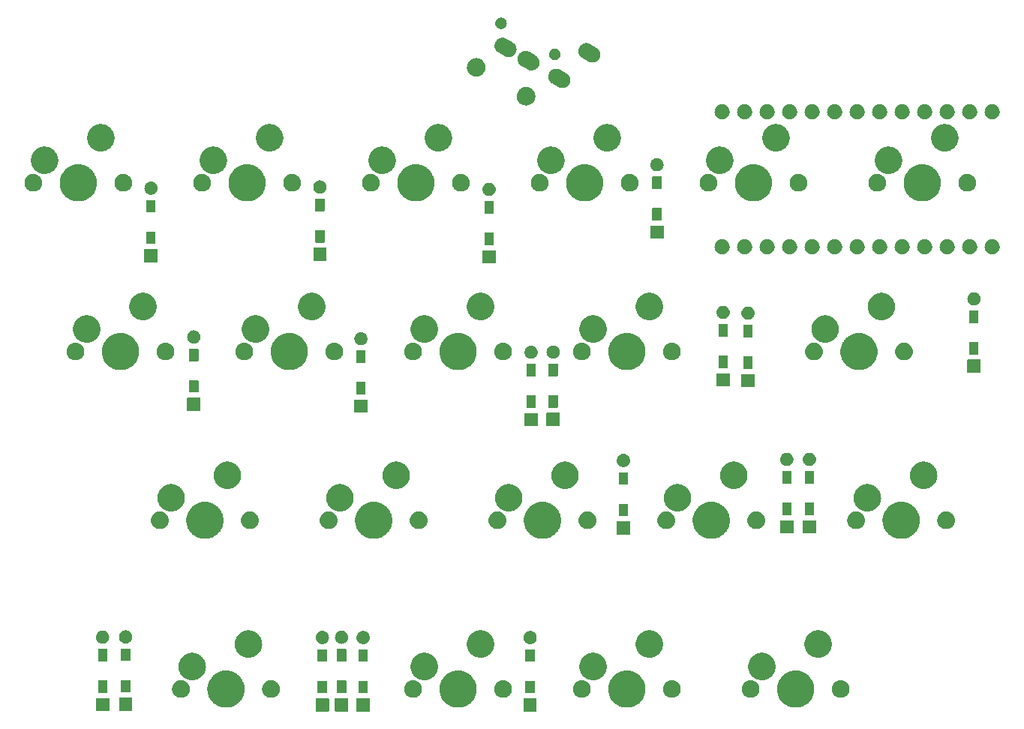
<source format=gbr>
G04 #@! TF.GenerationSoftware,KiCad,Pcbnew,7.0.8*
G04 #@! TF.CreationDate,2024-02-12T18:06:56+09:00*
G04 #@! TF.ProjectId,cool939v2,636f6f6c-3933-4397-9632-2e6b69636164,rev?*
G04 #@! TF.SameCoordinates,Original*
G04 #@! TF.FileFunction,Soldermask,Top*
G04 #@! TF.FilePolarity,Negative*
%FSLAX46Y46*%
G04 Gerber Fmt 4.6, Leading zero omitted, Abs format (unit mm)*
G04 Created by KiCad (PCBNEW 7.0.8) date 2024-02-12 18:06:56*
%MOMM*%
%LPD*%
G01*
G04 APERTURE LIST*
G04 APERTURE END LIST*
G36*
X213848017Y-58214382D02*
G01*
X213864562Y-58225438D01*
X213875618Y-58241983D01*
X213879500Y-58261500D01*
X213879500Y-59658500D01*
X213875618Y-59678017D01*
X213864562Y-59694562D01*
X213848017Y-59705618D01*
X213828500Y-59709500D01*
X212431500Y-59709500D01*
X212411983Y-59705618D01*
X212395438Y-59694562D01*
X212384382Y-59678017D01*
X212380500Y-59658500D01*
X212380500Y-58261500D01*
X212384382Y-58241983D01*
X212395438Y-58225438D01*
X212411983Y-58214382D01*
X212431500Y-58210500D01*
X213828500Y-58210500D01*
X213848017Y-58214382D01*
G37*
G36*
X232688017Y-58214382D02*
G01*
X232704562Y-58225438D01*
X232715618Y-58241983D01*
X232719500Y-58261500D01*
X232719500Y-59658500D01*
X232715618Y-59678017D01*
X232704562Y-59694562D01*
X232688017Y-59705618D01*
X232668500Y-59709500D01*
X231271500Y-59709500D01*
X231251983Y-59705618D01*
X231235438Y-59694562D01*
X231224382Y-59678017D01*
X231220500Y-59658500D01*
X231220500Y-58261500D01*
X231224382Y-58241983D01*
X231235438Y-58225438D01*
X231251983Y-58214382D01*
X231271500Y-58210500D01*
X232668500Y-58210500D01*
X232688017Y-58214382D01*
G37*
G36*
X209238017Y-58204382D02*
G01*
X209254562Y-58215438D01*
X209265618Y-58231983D01*
X209269500Y-58251500D01*
X209269500Y-59648500D01*
X209265618Y-59668017D01*
X209254562Y-59684562D01*
X209238017Y-59695618D01*
X209218500Y-59699500D01*
X207821500Y-59699500D01*
X207801983Y-59695618D01*
X207785438Y-59684562D01*
X207774382Y-59668017D01*
X207770500Y-59648500D01*
X207770500Y-58251500D01*
X207774382Y-58231983D01*
X207785438Y-58215438D01*
X207801983Y-58204382D01*
X207821500Y-58200500D01*
X209218500Y-58200500D01*
X209238017Y-58204382D01*
G37*
G36*
X211408017Y-58184382D02*
G01*
X211424562Y-58195438D01*
X211435618Y-58211983D01*
X211439500Y-58231500D01*
X211439500Y-59628500D01*
X211435618Y-59648017D01*
X211424562Y-59664562D01*
X211408017Y-59675618D01*
X211388500Y-59679500D01*
X209991500Y-59679500D01*
X209971983Y-59675618D01*
X209955438Y-59664562D01*
X209944382Y-59648017D01*
X209940500Y-59628500D01*
X209940500Y-58231500D01*
X209944382Y-58211983D01*
X209955438Y-58195438D01*
X209971983Y-58184382D01*
X209991500Y-58180500D01*
X211388500Y-58180500D01*
X211408017Y-58184382D01*
G37*
G36*
X184438017Y-58164382D02*
G01*
X184454562Y-58175438D01*
X184465618Y-58191983D01*
X184469500Y-58211500D01*
X184469500Y-59608500D01*
X184465618Y-59628017D01*
X184454562Y-59644562D01*
X184438017Y-59655618D01*
X184418500Y-59659500D01*
X183021500Y-59659500D01*
X183001983Y-59655618D01*
X182985438Y-59644562D01*
X182974382Y-59628017D01*
X182970500Y-59608500D01*
X182970500Y-58211500D01*
X182974382Y-58191983D01*
X182985438Y-58175438D01*
X183001983Y-58164382D01*
X183021500Y-58160500D01*
X184418500Y-58160500D01*
X184438017Y-58164382D01*
G37*
G36*
X187038017Y-58144382D02*
G01*
X187054562Y-58155438D01*
X187065618Y-58171983D01*
X187069500Y-58191500D01*
X187069500Y-59588500D01*
X187065618Y-59608017D01*
X187054562Y-59624562D01*
X187038017Y-59635618D01*
X187018500Y-59639500D01*
X185621500Y-59639500D01*
X185601983Y-59635618D01*
X185585438Y-59624562D01*
X185574382Y-59608017D01*
X185570500Y-59588500D01*
X185570500Y-58191500D01*
X185574382Y-58171983D01*
X185585438Y-58155438D01*
X185601983Y-58144382D01*
X185621500Y-58140500D01*
X187018500Y-58140500D01*
X187038017Y-58144382D01*
G37*
G36*
X197714401Y-55053898D02*
G01*
X197787127Y-55053898D01*
X197853429Y-55063010D01*
X197917948Y-55067240D01*
X197993419Y-55082251D01*
X198071211Y-55092944D01*
X198130035Y-55109426D01*
X198187459Y-55120848D01*
X198266211Y-55147580D01*
X198347332Y-55170310D01*
X198397991Y-55192314D01*
X198447667Y-55209177D01*
X198527867Y-55248727D01*
X198610347Y-55284553D01*
X198652517Y-55310197D01*
X198694111Y-55330709D01*
X198773725Y-55383905D01*
X198855355Y-55433546D01*
X198889081Y-55460984D01*
X198922594Y-55483377D01*
X198999422Y-55550753D01*
X199077794Y-55614514D01*
X199103444Y-55641978D01*
X199129191Y-55664558D01*
X199200926Y-55746356D01*
X199273519Y-55824084D01*
X199291783Y-55849959D01*
X199310372Y-55871155D01*
X199374649Y-55967352D01*
X199438885Y-56058354D01*
X199450734Y-56081222D01*
X199463038Y-56099636D01*
X199517494Y-56210063D01*
X199570811Y-56312959D01*
X199577451Y-56331644D01*
X199584573Y-56346085D01*
X199626923Y-56470844D01*
X199666839Y-56583157D01*
X199669665Y-56596758D01*
X199672901Y-56606290D01*
X199700965Y-56747384D01*
X199725181Y-56863914D01*
X199725724Y-56871855D01*
X199726509Y-56875801D01*
X199738329Y-57056136D01*
X199744750Y-57150000D01*
X199738328Y-57243870D01*
X199726509Y-57424198D01*
X199725724Y-57428142D01*
X199725181Y-57436086D01*
X199700961Y-57552637D01*
X199672901Y-57693709D01*
X199669665Y-57703239D01*
X199666839Y-57716843D01*
X199626915Y-57829176D01*
X199584572Y-57953917D01*
X199577451Y-57968355D01*
X199570811Y-57987041D01*
X199517500Y-58089924D01*
X199463040Y-58200361D01*
X199450734Y-58218776D01*
X199438885Y-58241646D01*
X199374641Y-58332657D01*
X199310372Y-58428844D01*
X199291787Y-58450035D01*
X199273519Y-58475916D01*
X199200912Y-58553658D01*
X199129191Y-58635441D01*
X199103449Y-58658015D01*
X199077794Y-58685486D01*
X198999406Y-58749258D01*
X198922594Y-58816622D01*
X198889088Y-58839009D01*
X198855355Y-58866454D01*
X198773708Y-58916104D01*
X198694111Y-58969290D01*
X198652525Y-58989797D01*
X198610347Y-59015447D01*
X198527850Y-59051280D01*
X198447667Y-59090822D01*
X198398001Y-59107681D01*
X198347332Y-59129690D01*
X198266194Y-59152423D01*
X198187459Y-59179151D01*
X198130048Y-59190570D01*
X198071211Y-59207056D01*
X197993403Y-59217750D01*
X197917948Y-59232759D01*
X197853443Y-59236987D01*
X197787127Y-59246102D01*
X197714386Y-59246102D01*
X197643750Y-59250732D01*
X197573114Y-59246102D01*
X197500373Y-59246102D01*
X197434057Y-59236987D01*
X197369551Y-59232759D01*
X197294093Y-59217749D01*
X197216289Y-59207056D01*
X197157454Y-59190571D01*
X197100040Y-59179151D01*
X197021299Y-59152422D01*
X196940168Y-59129690D01*
X196889501Y-59107682D01*
X196839832Y-59090822D01*
X196759641Y-59051276D01*
X196677153Y-59015447D01*
X196634978Y-58989799D01*
X196593388Y-58969290D01*
X196513780Y-58916097D01*
X196432145Y-58866454D01*
X196398416Y-58839013D01*
X196364905Y-58816622D01*
X196288079Y-58749247D01*
X196209706Y-58685486D01*
X196184055Y-58658020D01*
X196158308Y-58635441D01*
X196086571Y-58553641D01*
X196013981Y-58475916D01*
X195995716Y-58450041D01*
X195977127Y-58428844D01*
X195912839Y-58332631D01*
X195848615Y-58241646D01*
X195836768Y-58218783D01*
X195824459Y-58200361D01*
X195769978Y-58089884D01*
X195716689Y-57987041D01*
X195710050Y-57968362D01*
X195702927Y-57953917D01*
X195660561Y-57829113D01*
X195620661Y-57716843D01*
X195617835Y-57703246D01*
X195614598Y-57693709D01*
X195586515Y-57552525D01*
X195562319Y-57436086D01*
X195561776Y-57428150D01*
X195560990Y-57424198D01*
X195549147Y-57243520D01*
X195542750Y-57150000D01*
X195549146Y-57056487D01*
X195560990Y-56875801D01*
X195561776Y-56871847D01*
X195562319Y-56863914D01*
X195586510Y-56747496D01*
X195614598Y-56606290D01*
X195617836Y-56596750D01*
X195620661Y-56583157D01*
X195660554Y-56470907D01*
X195702926Y-56346085D01*
X195710050Y-56331637D01*
X195716689Y-56312959D01*
X195769984Y-56210103D01*
X195824461Y-56099636D01*
X195836768Y-56081216D01*
X195848615Y-56058354D01*
X195912832Y-55967379D01*
X195977127Y-55871155D01*
X195995720Y-55849953D01*
X196013981Y-55824084D01*
X196086557Y-55746374D01*
X196158308Y-55664558D01*
X196184060Y-55641973D01*
X196209706Y-55614514D01*
X196288063Y-55550765D01*
X196364905Y-55483377D01*
X196398422Y-55460981D01*
X196432145Y-55433546D01*
X196513770Y-55383908D01*
X196593386Y-55330711D01*
X196634978Y-55310199D01*
X196677153Y-55284553D01*
X196759635Y-55248726D01*
X196839835Y-55209176D01*
X196889512Y-55192312D01*
X196940168Y-55170310D01*
X197021283Y-55147582D01*
X197100040Y-55120848D01*
X197157466Y-55109425D01*
X197216289Y-55092944D01*
X197294077Y-55082252D01*
X197369551Y-55067240D01*
X197434071Y-55063010D01*
X197500373Y-55053898D01*
X197573099Y-55053898D01*
X197643750Y-55049267D01*
X197714401Y-55053898D01*
G37*
G36*
X223908401Y-55053898D02*
G01*
X223981127Y-55053898D01*
X224047429Y-55063010D01*
X224111948Y-55067240D01*
X224187419Y-55082251D01*
X224265211Y-55092944D01*
X224324035Y-55109426D01*
X224381459Y-55120848D01*
X224460211Y-55147580D01*
X224541332Y-55170310D01*
X224591991Y-55192314D01*
X224641667Y-55209177D01*
X224721867Y-55248727D01*
X224804347Y-55284553D01*
X224846517Y-55310197D01*
X224888111Y-55330709D01*
X224967725Y-55383905D01*
X225049355Y-55433546D01*
X225083081Y-55460984D01*
X225116594Y-55483377D01*
X225193422Y-55550753D01*
X225271794Y-55614514D01*
X225297444Y-55641978D01*
X225323191Y-55664558D01*
X225394926Y-55746356D01*
X225467519Y-55824084D01*
X225485783Y-55849959D01*
X225504372Y-55871155D01*
X225568649Y-55967352D01*
X225632885Y-56058354D01*
X225644734Y-56081222D01*
X225657038Y-56099636D01*
X225711494Y-56210063D01*
X225764811Y-56312959D01*
X225771451Y-56331644D01*
X225778573Y-56346085D01*
X225820923Y-56470844D01*
X225860839Y-56583157D01*
X225863665Y-56596758D01*
X225866901Y-56606290D01*
X225894965Y-56747384D01*
X225919181Y-56863914D01*
X225919724Y-56871855D01*
X225920509Y-56875801D01*
X225932329Y-57056136D01*
X225938750Y-57150000D01*
X225932328Y-57243870D01*
X225920509Y-57424198D01*
X225919724Y-57428142D01*
X225919181Y-57436086D01*
X225894961Y-57552637D01*
X225866901Y-57693709D01*
X225863665Y-57703239D01*
X225860839Y-57716843D01*
X225820915Y-57829176D01*
X225778572Y-57953917D01*
X225771451Y-57968355D01*
X225764811Y-57987041D01*
X225711500Y-58089924D01*
X225657040Y-58200361D01*
X225644734Y-58218776D01*
X225632885Y-58241646D01*
X225568641Y-58332657D01*
X225504372Y-58428844D01*
X225485787Y-58450035D01*
X225467519Y-58475916D01*
X225394912Y-58553658D01*
X225323191Y-58635441D01*
X225297449Y-58658015D01*
X225271794Y-58685486D01*
X225193406Y-58749258D01*
X225116594Y-58816622D01*
X225083088Y-58839009D01*
X225049355Y-58866454D01*
X224967708Y-58916104D01*
X224888111Y-58969290D01*
X224846525Y-58989797D01*
X224804347Y-59015447D01*
X224721850Y-59051280D01*
X224641667Y-59090822D01*
X224592001Y-59107681D01*
X224541332Y-59129690D01*
X224460194Y-59152423D01*
X224381459Y-59179151D01*
X224324048Y-59190570D01*
X224265211Y-59207056D01*
X224187403Y-59217750D01*
X224111948Y-59232759D01*
X224047443Y-59236987D01*
X223981127Y-59246102D01*
X223908386Y-59246102D01*
X223837750Y-59250732D01*
X223767114Y-59246102D01*
X223694373Y-59246102D01*
X223628057Y-59236987D01*
X223563551Y-59232759D01*
X223488093Y-59217749D01*
X223410289Y-59207056D01*
X223351454Y-59190571D01*
X223294040Y-59179151D01*
X223215299Y-59152422D01*
X223134168Y-59129690D01*
X223083501Y-59107682D01*
X223033832Y-59090822D01*
X222953641Y-59051276D01*
X222871153Y-59015447D01*
X222828978Y-58989799D01*
X222787388Y-58969290D01*
X222707780Y-58916097D01*
X222626145Y-58866454D01*
X222592416Y-58839013D01*
X222558905Y-58816622D01*
X222482079Y-58749247D01*
X222403706Y-58685486D01*
X222378055Y-58658020D01*
X222352308Y-58635441D01*
X222280571Y-58553641D01*
X222207981Y-58475916D01*
X222189716Y-58450041D01*
X222171127Y-58428844D01*
X222106839Y-58332631D01*
X222042615Y-58241646D01*
X222030768Y-58218783D01*
X222018459Y-58200361D01*
X221963978Y-58089884D01*
X221910689Y-57987041D01*
X221904050Y-57968362D01*
X221896927Y-57953917D01*
X221854561Y-57829113D01*
X221814661Y-57716843D01*
X221811835Y-57703246D01*
X221808598Y-57693709D01*
X221780515Y-57552525D01*
X221756319Y-57436086D01*
X221755776Y-57428150D01*
X221754990Y-57424198D01*
X221743147Y-57243520D01*
X221736750Y-57150000D01*
X221743146Y-57056487D01*
X221754990Y-56875801D01*
X221755776Y-56871847D01*
X221756319Y-56863914D01*
X221780510Y-56747496D01*
X221808598Y-56606290D01*
X221811836Y-56596750D01*
X221814661Y-56583157D01*
X221854554Y-56470907D01*
X221896926Y-56346085D01*
X221904050Y-56331637D01*
X221910689Y-56312959D01*
X221963984Y-56210103D01*
X222018461Y-56099636D01*
X222030768Y-56081216D01*
X222042615Y-56058354D01*
X222106832Y-55967379D01*
X222171127Y-55871155D01*
X222189720Y-55849953D01*
X222207981Y-55824084D01*
X222280557Y-55746374D01*
X222352308Y-55664558D01*
X222378060Y-55641973D01*
X222403706Y-55614514D01*
X222482063Y-55550765D01*
X222558905Y-55483377D01*
X222592422Y-55460981D01*
X222626145Y-55433546D01*
X222707770Y-55383908D01*
X222787386Y-55330711D01*
X222828978Y-55310199D01*
X222871153Y-55284553D01*
X222953635Y-55248726D01*
X223033835Y-55209176D01*
X223083512Y-55192312D01*
X223134168Y-55170310D01*
X223215283Y-55147582D01*
X223294040Y-55120848D01*
X223351466Y-55109425D01*
X223410289Y-55092944D01*
X223488077Y-55082252D01*
X223563551Y-55067240D01*
X223628071Y-55063010D01*
X223694373Y-55053898D01*
X223767099Y-55053898D01*
X223837750Y-55049267D01*
X223908401Y-55053898D01*
G37*
G36*
X242958151Y-55053898D02*
G01*
X243030877Y-55053898D01*
X243097179Y-55063010D01*
X243161698Y-55067240D01*
X243237169Y-55082251D01*
X243314961Y-55092944D01*
X243373785Y-55109426D01*
X243431209Y-55120848D01*
X243509961Y-55147580D01*
X243591082Y-55170310D01*
X243641741Y-55192314D01*
X243691417Y-55209177D01*
X243771617Y-55248727D01*
X243854097Y-55284553D01*
X243896267Y-55310197D01*
X243937861Y-55330709D01*
X244017475Y-55383905D01*
X244099105Y-55433546D01*
X244132831Y-55460984D01*
X244166344Y-55483377D01*
X244243172Y-55550753D01*
X244321544Y-55614514D01*
X244347194Y-55641978D01*
X244372941Y-55664558D01*
X244444676Y-55746356D01*
X244517269Y-55824084D01*
X244535533Y-55849959D01*
X244554122Y-55871155D01*
X244618399Y-55967352D01*
X244682635Y-56058354D01*
X244694484Y-56081222D01*
X244706788Y-56099636D01*
X244761244Y-56210063D01*
X244814561Y-56312959D01*
X244821201Y-56331644D01*
X244828323Y-56346085D01*
X244870673Y-56470844D01*
X244910589Y-56583157D01*
X244913415Y-56596758D01*
X244916651Y-56606290D01*
X244944715Y-56747384D01*
X244968931Y-56863914D01*
X244969474Y-56871855D01*
X244970259Y-56875801D01*
X244982079Y-57056136D01*
X244988500Y-57150000D01*
X244982078Y-57243870D01*
X244970259Y-57424198D01*
X244969474Y-57428142D01*
X244968931Y-57436086D01*
X244944711Y-57552637D01*
X244916651Y-57693709D01*
X244913415Y-57703239D01*
X244910589Y-57716843D01*
X244870665Y-57829176D01*
X244828322Y-57953917D01*
X244821201Y-57968355D01*
X244814561Y-57987041D01*
X244761250Y-58089924D01*
X244706790Y-58200361D01*
X244694484Y-58218776D01*
X244682635Y-58241646D01*
X244618391Y-58332657D01*
X244554122Y-58428844D01*
X244535537Y-58450035D01*
X244517269Y-58475916D01*
X244444662Y-58553658D01*
X244372941Y-58635441D01*
X244347199Y-58658015D01*
X244321544Y-58685486D01*
X244243156Y-58749258D01*
X244166344Y-58816622D01*
X244132838Y-58839009D01*
X244099105Y-58866454D01*
X244017458Y-58916104D01*
X243937861Y-58969290D01*
X243896275Y-58989797D01*
X243854097Y-59015447D01*
X243771600Y-59051280D01*
X243691417Y-59090822D01*
X243641751Y-59107681D01*
X243591082Y-59129690D01*
X243509944Y-59152423D01*
X243431209Y-59179151D01*
X243373798Y-59190570D01*
X243314961Y-59207056D01*
X243237153Y-59217750D01*
X243161698Y-59232759D01*
X243097193Y-59236987D01*
X243030877Y-59246102D01*
X242958136Y-59246102D01*
X242887500Y-59250732D01*
X242816864Y-59246102D01*
X242744123Y-59246102D01*
X242677807Y-59236987D01*
X242613301Y-59232759D01*
X242537843Y-59217749D01*
X242460039Y-59207056D01*
X242401204Y-59190571D01*
X242343790Y-59179151D01*
X242265049Y-59152422D01*
X242183918Y-59129690D01*
X242133251Y-59107682D01*
X242083582Y-59090822D01*
X242003391Y-59051276D01*
X241920903Y-59015447D01*
X241878728Y-58989799D01*
X241837138Y-58969290D01*
X241757530Y-58916097D01*
X241675895Y-58866454D01*
X241642166Y-58839013D01*
X241608655Y-58816622D01*
X241531829Y-58749247D01*
X241453456Y-58685486D01*
X241427805Y-58658020D01*
X241402058Y-58635441D01*
X241330321Y-58553641D01*
X241257731Y-58475916D01*
X241239466Y-58450041D01*
X241220877Y-58428844D01*
X241156589Y-58332631D01*
X241092365Y-58241646D01*
X241080518Y-58218783D01*
X241068209Y-58200361D01*
X241013728Y-58089884D01*
X240960439Y-57987041D01*
X240953800Y-57968362D01*
X240946677Y-57953917D01*
X240904311Y-57829113D01*
X240864411Y-57716843D01*
X240861585Y-57703246D01*
X240858348Y-57693709D01*
X240830265Y-57552525D01*
X240806069Y-57436086D01*
X240805526Y-57428150D01*
X240804740Y-57424198D01*
X240792897Y-57243520D01*
X240786500Y-57150000D01*
X240792896Y-57056487D01*
X240804740Y-56875801D01*
X240805526Y-56871847D01*
X240806069Y-56863914D01*
X240830260Y-56747496D01*
X240858348Y-56606290D01*
X240861586Y-56596750D01*
X240864411Y-56583157D01*
X240904304Y-56470907D01*
X240946676Y-56346085D01*
X240953800Y-56331637D01*
X240960439Y-56312959D01*
X241013734Y-56210103D01*
X241068211Y-56099636D01*
X241080518Y-56081216D01*
X241092365Y-56058354D01*
X241156582Y-55967379D01*
X241220877Y-55871155D01*
X241239470Y-55849953D01*
X241257731Y-55824084D01*
X241330307Y-55746374D01*
X241402058Y-55664558D01*
X241427810Y-55641973D01*
X241453456Y-55614514D01*
X241531813Y-55550765D01*
X241608655Y-55483377D01*
X241642172Y-55460981D01*
X241675895Y-55433546D01*
X241757520Y-55383908D01*
X241837136Y-55330711D01*
X241878728Y-55310199D01*
X241920903Y-55284553D01*
X242003385Y-55248726D01*
X242083585Y-55209176D01*
X242133262Y-55192312D01*
X242183918Y-55170310D01*
X242265033Y-55147582D01*
X242343790Y-55120848D01*
X242401216Y-55109425D01*
X242460039Y-55092944D01*
X242537827Y-55082252D01*
X242613301Y-55067240D01*
X242677821Y-55063010D01*
X242744123Y-55053898D01*
X242816849Y-55053898D01*
X242887500Y-55049267D01*
X242958151Y-55053898D01*
G37*
G36*
X262008151Y-55053898D02*
G01*
X262080877Y-55053898D01*
X262147179Y-55063010D01*
X262211698Y-55067240D01*
X262287169Y-55082251D01*
X262364961Y-55092944D01*
X262423785Y-55109426D01*
X262481209Y-55120848D01*
X262559961Y-55147580D01*
X262641082Y-55170310D01*
X262691741Y-55192314D01*
X262741417Y-55209177D01*
X262821617Y-55248727D01*
X262904097Y-55284553D01*
X262946267Y-55310197D01*
X262987861Y-55330709D01*
X263067475Y-55383905D01*
X263149105Y-55433546D01*
X263182831Y-55460984D01*
X263216344Y-55483377D01*
X263293172Y-55550753D01*
X263371544Y-55614514D01*
X263397194Y-55641978D01*
X263422941Y-55664558D01*
X263494676Y-55746356D01*
X263567269Y-55824084D01*
X263585533Y-55849959D01*
X263604122Y-55871155D01*
X263668399Y-55967352D01*
X263732635Y-56058354D01*
X263744484Y-56081222D01*
X263756788Y-56099636D01*
X263811244Y-56210063D01*
X263864561Y-56312959D01*
X263871201Y-56331644D01*
X263878323Y-56346085D01*
X263920673Y-56470844D01*
X263960589Y-56583157D01*
X263963415Y-56596758D01*
X263966651Y-56606290D01*
X263994715Y-56747384D01*
X264018931Y-56863914D01*
X264019474Y-56871855D01*
X264020259Y-56875801D01*
X264032079Y-57056136D01*
X264038500Y-57150000D01*
X264032078Y-57243870D01*
X264020259Y-57424198D01*
X264019474Y-57428142D01*
X264018931Y-57436086D01*
X263994711Y-57552637D01*
X263966651Y-57693709D01*
X263963415Y-57703239D01*
X263960589Y-57716843D01*
X263920665Y-57829176D01*
X263878322Y-57953917D01*
X263871201Y-57968355D01*
X263864561Y-57987041D01*
X263811250Y-58089924D01*
X263756790Y-58200361D01*
X263744484Y-58218776D01*
X263732635Y-58241646D01*
X263668391Y-58332657D01*
X263604122Y-58428844D01*
X263585537Y-58450035D01*
X263567269Y-58475916D01*
X263494662Y-58553658D01*
X263422941Y-58635441D01*
X263397199Y-58658015D01*
X263371544Y-58685486D01*
X263293156Y-58749258D01*
X263216344Y-58816622D01*
X263182838Y-58839009D01*
X263149105Y-58866454D01*
X263067458Y-58916104D01*
X262987861Y-58969290D01*
X262946275Y-58989797D01*
X262904097Y-59015447D01*
X262821600Y-59051280D01*
X262741417Y-59090822D01*
X262691751Y-59107681D01*
X262641082Y-59129690D01*
X262559944Y-59152423D01*
X262481209Y-59179151D01*
X262423798Y-59190570D01*
X262364961Y-59207056D01*
X262287153Y-59217750D01*
X262211698Y-59232759D01*
X262147193Y-59236987D01*
X262080877Y-59246102D01*
X262008136Y-59246102D01*
X261937500Y-59250732D01*
X261866864Y-59246102D01*
X261794123Y-59246102D01*
X261727807Y-59236987D01*
X261663301Y-59232759D01*
X261587843Y-59217749D01*
X261510039Y-59207056D01*
X261451204Y-59190571D01*
X261393790Y-59179151D01*
X261315049Y-59152422D01*
X261233918Y-59129690D01*
X261183251Y-59107682D01*
X261133582Y-59090822D01*
X261053391Y-59051276D01*
X260970903Y-59015447D01*
X260928728Y-58989799D01*
X260887138Y-58969290D01*
X260807530Y-58916097D01*
X260725895Y-58866454D01*
X260692166Y-58839013D01*
X260658655Y-58816622D01*
X260581829Y-58749247D01*
X260503456Y-58685486D01*
X260477805Y-58658020D01*
X260452058Y-58635441D01*
X260380321Y-58553641D01*
X260307731Y-58475916D01*
X260289466Y-58450041D01*
X260270877Y-58428844D01*
X260206589Y-58332631D01*
X260142365Y-58241646D01*
X260130518Y-58218783D01*
X260118209Y-58200361D01*
X260063728Y-58089884D01*
X260010439Y-57987041D01*
X260003800Y-57968362D01*
X259996677Y-57953917D01*
X259954311Y-57829113D01*
X259914411Y-57716843D01*
X259911585Y-57703246D01*
X259908348Y-57693709D01*
X259880265Y-57552525D01*
X259856069Y-57436086D01*
X259855526Y-57428150D01*
X259854740Y-57424198D01*
X259842897Y-57243520D01*
X259836500Y-57150000D01*
X259842896Y-57056487D01*
X259854740Y-56875801D01*
X259855526Y-56871847D01*
X259856069Y-56863914D01*
X259880260Y-56747496D01*
X259908348Y-56606290D01*
X259911586Y-56596750D01*
X259914411Y-56583157D01*
X259954304Y-56470907D01*
X259996676Y-56346085D01*
X260003800Y-56331637D01*
X260010439Y-56312959D01*
X260063734Y-56210103D01*
X260118211Y-56099636D01*
X260130518Y-56081216D01*
X260142365Y-56058354D01*
X260206582Y-55967379D01*
X260270877Y-55871155D01*
X260289470Y-55849953D01*
X260307731Y-55824084D01*
X260380307Y-55746374D01*
X260452058Y-55664558D01*
X260477810Y-55641973D01*
X260503456Y-55614514D01*
X260581813Y-55550765D01*
X260658655Y-55483377D01*
X260692172Y-55460981D01*
X260725895Y-55433546D01*
X260807520Y-55383908D01*
X260887136Y-55330711D01*
X260928728Y-55310199D01*
X260970903Y-55284553D01*
X261053385Y-55248726D01*
X261133585Y-55209176D01*
X261183262Y-55192312D01*
X261233918Y-55170310D01*
X261315033Y-55147582D01*
X261393790Y-55120848D01*
X261451216Y-55109425D01*
X261510039Y-55092944D01*
X261587827Y-55082252D01*
X261663301Y-55067240D01*
X261727821Y-55063010D01*
X261794123Y-55053898D01*
X261866849Y-55053898D01*
X261937500Y-55049267D01*
X262008151Y-55053898D01*
G37*
G36*
X192612515Y-56153803D02*
G01*
X192656059Y-56153803D01*
X192704551Y-56162867D01*
X192759035Y-56168234D01*
X192800425Y-56180789D01*
X192837542Y-56187728D01*
X192888949Y-56207643D01*
X192946816Y-56225197D01*
X192979879Y-56242869D01*
X193009697Y-56254421D01*
X193061505Y-56286499D01*
X193119876Y-56317699D01*
X193144401Y-56337826D01*
X193166664Y-56351611D01*
X193215989Y-56396577D01*
X193271564Y-56442186D01*
X193288033Y-56462253D01*
X193303100Y-56475989D01*
X193346844Y-56533915D01*
X193396051Y-56593874D01*
X193405565Y-56611673D01*
X193414360Y-56623320D01*
X193449352Y-56693595D01*
X193488553Y-56766934D01*
X193492733Y-56780716D01*
X193496656Y-56788593D01*
X193519824Y-56870021D01*
X193545516Y-56954715D01*
X193546360Y-56963284D01*
X193547179Y-56966163D01*
X193555692Y-57058035D01*
X193564750Y-57150000D01*
X193555691Y-57241972D01*
X193547179Y-57333836D01*
X193546360Y-57336713D01*
X193545516Y-57345285D01*
X193519819Y-57429993D01*
X193496656Y-57511406D01*
X193492734Y-57519281D01*
X193488553Y-57533066D01*
X193449345Y-57606418D01*
X193414360Y-57676679D01*
X193405566Y-57688322D01*
X193396051Y-57706126D01*
X193346834Y-57766096D01*
X193303100Y-57824010D01*
X193288036Y-57837742D01*
X193271564Y-57857814D01*
X193215978Y-57903431D01*
X193166664Y-57948388D01*
X193144406Y-57962169D01*
X193119876Y-57982301D01*
X193061493Y-58013507D01*
X193009697Y-58045578D01*
X192979886Y-58057126D01*
X192946816Y-58074803D01*
X192888937Y-58092360D01*
X192837542Y-58112271D01*
X192800432Y-58119208D01*
X192759035Y-58131766D01*
X192704548Y-58137132D01*
X192656059Y-58146197D01*
X192612515Y-58146197D01*
X192563750Y-58151000D01*
X192514985Y-58146197D01*
X192471441Y-58146197D01*
X192422950Y-58137132D01*
X192368465Y-58131766D01*
X192327068Y-58119208D01*
X192289957Y-58112271D01*
X192238557Y-58092358D01*
X192180684Y-58074803D01*
X192147616Y-58057128D01*
X192117802Y-58045578D01*
X192065999Y-58013503D01*
X192007624Y-57982301D01*
X191983096Y-57962171D01*
X191960835Y-57948388D01*
X191911511Y-57903423D01*
X191855936Y-57857814D01*
X191839466Y-57837745D01*
X191824399Y-57824010D01*
X191780652Y-57766080D01*
X191731449Y-57706126D01*
X191721935Y-57688327D01*
X191713139Y-57676679D01*
X191678139Y-57606390D01*
X191638947Y-57533066D01*
X191634767Y-57519286D01*
X191630843Y-57511406D01*
X191607664Y-57429940D01*
X191581984Y-57345285D01*
X191581140Y-57336719D01*
X191580320Y-57333836D01*
X191571791Y-57241800D01*
X191562750Y-57150000D01*
X191571790Y-57058207D01*
X191580320Y-56966163D01*
X191581140Y-56963279D01*
X191581984Y-56954715D01*
X191607659Y-56870074D01*
X191630843Y-56788593D01*
X191634767Y-56780710D01*
X191638947Y-56766934D01*
X191678132Y-56693622D01*
X191713139Y-56623320D01*
X191721937Y-56611669D01*
X191731449Y-56593874D01*
X191780643Y-56533930D01*
X191824399Y-56475989D01*
X191839469Y-56462250D01*
X191855936Y-56442186D01*
X191911500Y-56396585D01*
X191960835Y-56351611D01*
X191983101Y-56337824D01*
X192007624Y-56317699D01*
X192065987Y-56286503D01*
X192117802Y-56254421D01*
X192147623Y-56242868D01*
X192180684Y-56225197D01*
X192238545Y-56207644D01*
X192289957Y-56187728D01*
X192327075Y-56180789D01*
X192368465Y-56168234D01*
X192422947Y-56162867D01*
X192471441Y-56153803D01*
X192514985Y-56153803D01*
X192563750Y-56149000D01*
X192612515Y-56153803D01*
G37*
G36*
X202772515Y-56153803D02*
G01*
X202816059Y-56153803D01*
X202864551Y-56162867D01*
X202919035Y-56168234D01*
X202960425Y-56180789D01*
X202997542Y-56187728D01*
X203048949Y-56207643D01*
X203106816Y-56225197D01*
X203139879Y-56242869D01*
X203169697Y-56254421D01*
X203221505Y-56286499D01*
X203279876Y-56317699D01*
X203304401Y-56337826D01*
X203326664Y-56351611D01*
X203375989Y-56396577D01*
X203431564Y-56442186D01*
X203448033Y-56462253D01*
X203463100Y-56475989D01*
X203506844Y-56533915D01*
X203556051Y-56593874D01*
X203565565Y-56611673D01*
X203574360Y-56623320D01*
X203609352Y-56693595D01*
X203648553Y-56766934D01*
X203652733Y-56780716D01*
X203656656Y-56788593D01*
X203679824Y-56870021D01*
X203705516Y-56954715D01*
X203706360Y-56963284D01*
X203707179Y-56966163D01*
X203715692Y-57058035D01*
X203724750Y-57150000D01*
X203715691Y-57241972D01*
X203707179Y-57333836D01*
X203706360Y-57336713D01*
X203705516Y-57345285D01*
X203679819Y-57429993D01*
X203656656Y-57511406D01*
X203652734Y-57519281D01*
X203648553Y-57533066D01*
X203609345Y-57606418D01*
X203574360Y-57676679D01*
X203565566Y-57688322D01*
X203556051Y-57706126D01*
X203506834Y-57766096D01*
X203463100Y-57824010D01*
X203448036Y-57837742D01*
X203431564Y-57857814D01*
X203375978Y-57903431D01*
X203326664Y-57948388D01*
X203304406Y-57962169D01*
X203279876Y-57982301D01*
X203221493Y-58013507D01*
X203169697Y-58045578D01*
X203139886Y-58057126D01*
X203106816Y-58074803D01*
X203048937Y-58092360D01*
X202997542Y-58112271D01*
X202960432Y-58119208D01*
X202919035Y-58131766D01*
X202864548Y-58137132D01*
X202816059Y-58146197D01*
X202772515Y-58146197D01*
X202723750Y-58151000D01*
X202674985Y-58146197D01*
X202631441Y-58146197D01*
X202582950Y-58137132D01*
X202528465Y-58131766D01*
X202487068Y-58119208D01*
X202449957Y-58112271D01*
X202398557Y-58092358D01*
X202340684Y-58074803D01*
X202307616Y-58057128D01*
X202277802Y-58045578D01*
X202225999Y-58013503D01*
X202167624Y-57982301D01*
X202143096Y-57962171D01*
X202120835Y-57948388D01*
X202071511Y-57903423D01*
X202015936Y-57857814D01*
X201999466Y-57837745D01*
X201984399Y-57824010D01*
X201940652Y-57766080D01*
X201891449Y-57706126D01*
X201881935Y-57688327D01*
X201873139Y-57676679D01*
X201838139Y-57606390D01*
X201798947Y-57533066D01*
X201794767Y-57519286D01*
X201790843Y-57511406D01*
X201767664Y-57429940D01*
X201741984Y-57345285D01*
X201741140Y-57336719D01*
X201740320Y-57333836D01*
X201731791Y-57241800D01*
X201722750Y-57150000D01*
X201731790Y-57058207D01*
X201740320Y-56966163D01*
X201741140Y-56963279D01*
X201741984Y-56954715D01*
X201767659Y-56870074D01*
X201790843Y-56788593D01*
X201794767Y-56780710D01*
X201798947Y-56766934D01*
X201838132Y-56693622D01*
X201873139Y-56623320D01*
X201881937Y-56611669D01*
X201891449Y-56593874D01*
X201940643Y-56533930D01*
X201984399Y-56475989D01*
X201999469Y-56462250D01*
X202015936Y-56442186D01*
X202071500Y-56396585D01*
X202120835Y-56351611D01*
X202143101Y-56337824D01*
X202167624Y-56317699D01*
X202225987Y-56286503D01*
X202277802Y-56254421D01*
X202307623Y-56242868D01*
X202340684Y-56225197D01*
X202398545Y-56207644D01*
X202449957Y-56187728D01*
X202487075Y-56180789D01*
X202528465Y-56168234D01*
X202582947Y-56162867D01*
X202631441Y-56153803D01*
X202674985Y-56153803D01*
X202723750Y-56149000D01*
X202772515Y-56153803D01*
G37*
G36*
X218806515Y-56153803D02*
G01*
X218850059Y-56153803D01*
X218898551Y-56162867D01*
X218953035Y-56168234D01*
X218994425Y-56180789D01*
X219031542Y-56187728D01*
X219082949Y-56207643D01*
X219140816Y-56225197D01*
X219173879Y-56242869D01*
X219203697Y-56254421D01*
X219255505Y-56286499D01*
X219313876Y-56317699D01*
X219338401Y-56337826D01*
X219360664Y-56351611D01*
X219409989Y-56396577D01*
X219465564Y-56442186D01*
X219482033Y-56462253D01*
X219497100Y-56475989D01*
X219540844Y-56533915D01*
X219590051Y-56593874D01*
X219599565Y-56611673D01*
X219608360Y-56623320D01*
X219643352Y-56693595D01*
X219682553Y-56766934D01*
X219686733Y-56780716D01*
X219690656Y-56788593D01*
X219713824Y-56870021D01*
X219739516Y-56954715D01*
X219740360Y-56963284D01*
X219741179Y-56966163D01*
X219749692Y-57058035D01*
X219758750Y-57150000D01*
X219749691Y-57241972D01*
X219741179Y-57333836D01*
X219740360Y-57336713D01*
X219739516Y-57345285D01*
X219713819Y-57429993D01*
X219690656Y-57511406D01*
X219686734Y-57519281D01*
X219682553Y-57533066D01*
X219643345Y-57606418D01*
X219608360Y-57676679D01*
X219599566Y-57688322D01*
X219590051Y-57706126D01*
X219540834Y-57766096D01*
X219497100Y-57824010D01*
X219482036Y-57837742D01*
X219465564Y-57857814D01*
X219409978Y-57903431D01*
X219360664Y-57948388D01*
X219338406Y-57962169D01*
X219313876Y-57982301D01*
X219255493Y-58013507D01*
X219203697Y-58045578D01*
X219173886Y-58057126D01*
X219140816Y-58074803D01*
X219082937Y-58092360D01*
X219031542Y-58112271D01*
X218994432Y-58119208D01*
X218953035Y-58131766D01*
X218898548Y-58137132D01*
X218850059Y-58146197D01*
X218806515Y-58146197D01*
X218757750Y-58151000D01*
X218708985Y-58146197D01*
X218665441Y-58146197D01*
X218616950Y-58137132D01*
X218562465Y-58131766D01*
X218521068Y-58119208D01*
X218483957Y-58112271D01*
X218432557Y-58092358D01*
X218374684Y-58074803D01*
X218341616Y-58057128D01*
X218311802Y-58045578D01*
X218259999Y-58013503D01*
X218201624Y-57982301D01*
X218177096Y-57962171D01*
X218154835Y-57948388D01*
X218105511Y-57903423D01*
X218049936Y-57857814D01*
X218033466Y-57837745D01*
X218018399Y-57824010D01*
X217974652Y-57766080D01*
X217925449Y-57706126D01*
X217915935Y-57688327D01*
X217907139Y-57676679D01*
X217872139Y-57606390D01*
X217832947Y-57533066D01*
X217828767Y-57519286D01*
X217824843Y-57511406D01*
X217801664Y-57429940D01*
X217775984Y-57345285D01*
X217775140Y-57336719D01*
X217774320Y-57333836D01*
X217765791Y-57241800D01*
X217756750Y-57150000D01*
X217765790Y-57058207D01*
X217774320Y-56966163D01*
X217775140Y-56963279D01*
X217775984Y-56954715D01*
X217801659Y-56870074D01*
X217824843Y-56788593D01*
X217828767Y-56780710D01*
X217832947Y-56766934D01*
X217872132Y-56693622D01*
X217907139Y-56623320D01*
X217915937Y-56611669D01*
X217925449Y-56593874D01*
X217974643Y-56533930D01*
X218018399Y-56475989D01*
X218033469Y-56462250D01*
X218049936Y-56442186D01*
X218105500Y-56396585D01*
X218154835Y-56351611D01*
X218177101Y-56337824D01*
X218201624Y-56317699D01*
X218259987Y-56286503D01*
X218311802Y-56254421D01*
X218341623Y-56242868D01*
X218374684Y-56225197D01*
X218432545Y-56207644D01*
X218483957Y-56187728D01*
X218521075Y-56180789D01*
X218562465Y-56168234D01*
X218616947Y-56162867D01*
X218665441Y-56153803D01*
X218708985Y-56153803D01*
X218757750Y-56149000D01*
X218806515Y-56153803D01*
G37*
G36*
X228966515Y-56153803D02*
G01*
X229010059Y-56153803D01*
X229058551Y-56162867D01*
X229113035Y-56168234D01*
X229154425Y-56180789D01*
X229191542Y-56187728D01*
X229242949Y-56207643D01*
X229300816Y-56225197D01*
X229333879Y-56242869D01*
X229363697Y-56254421D01*
X229415505Y-56286499D01*
X229473876Y-56317699D01*
X229498401Y-56337826D01*
X229520664Y-56351611D01*
X229569989Y-56396577D01*
X229625564Y-56442186D01*
X229642033Y-56462253D01*
X229657100Y-56475989D01*
X229700844Y-56533915D01*
X229750051Y-56593874D01*
X229759565Y-56611673D01*
X229768360Y-56623320D01*
X229803352Y-56693595D01*
X229842553Y-56766934D01*
X229846733Y-56780716D01*
X229850656Y-56788593D01*
X229873824Y-56870021D01*
X229899516Y-56954715D01*
X229900360Y-56963284D01*
X229901179Y-56966163D01*
X229909692Y-57058035D01*
X229918750Y-57150000D01*
X229909691Y-57241972D01*
X229901179Y-57333836D01*
X229900360Y-57336713D01*
X229899516Y-57345285D01*
X229873819Y-57429993D01*
X229850656Y-57511406D01*
X229846734Y-57519281D01*
X229842553Y-57533066D01*
X229803345Y-57606418D01*
X229768360Y-57676679D01*
X229759566Y-57688322D01*
X229750051Y-57706126D01*
X229700834Y-57766096D01*
X229657100Y-57824010D01*
X229642036Y-57837742D01*
X229625564Y-57857814D01*
X229569978Y-57903431D01*
X229520664Y-57948388D01*
X229498406Y-57962169D01*
X229473876Y-57982301D01*
X229415493Y-58013507D01*
X229363697Y-58045578D01*
X229333886Y-58057126D01*
X229300816Y-58074803D01*
X229242937Y-58092360D01*
X229191542Y-58112271D01*
X229154432Y-58119208D01*
X229113035Y-58131766D01*
X229058548Y-58137132D01*
X229010059Y-58146197D01*
X228966515Y-58146197D01*
X228917750Y-58151000D01*
X228868985Y-58146197D01*
X228825441Y-58146197D01*
X228776950Y-58137132D01*
X228722465Y-58131766D01*
X228681068Y-58119208D01*
X228643957Y-58112271D01*
X228592557Y-58092358D01*
X228534684Y-58074803D01*
X228501616Y-58057128D01*
X228471802Y-58045578D01*
X228419999Y-58013503D01*
X228361624Y-57982301D01*
X228337096Y-57962171D01*
X228314835Y-57948388D01*
X228265511Y-57903423D01*
X228209936Y-57857814D01*
X228193466Y-57837745D01*
X228178399Y-57824010D01*
X228134652Y-57766080D01*
X228085449Y-57706126D01*
X228075935Y-57688327D01*
X228067139Y-57676679D01*
X228032139Y-57606390D01*
X227992947Y-57533066D01*
X227988767Y-57519286D01*
X227984843Y-57511406D01*
X227961664Y-57429940D01*
X227935984Y-57345285D01*
X227935140Y-57336719D01*
X227934320Y-57333836D01*
X227925791Y-57241800D01*
X227916750Y-57150000D01*
X227925790Y-57058207D01*
X227934320Y-56966163D01*
X227935140Y-56963279D01*
X227935984Y-56954715D01*
X227961659Y-56870074D01*
X227984843Y-56788593D01*
X227988767Y-56780710D01*
X227992947Y-56766934D01*
X228032132Y-56693622D01*
X228067139Y-56623320D01*
X228075937Y-56611669D01*
X228085449Y-56593874D01*
X228134643Y-56533930D01*
X228178399Y-56475989D01*
X228193469Y-56462250D01*
X228209936Y-56442186D01*
X228265500Y-56396585D01*
X228314835Y-56351611D01*
X228337101Y-56337824D01*
X228361624Y-56317699D01*
X228419987Y-56286503D01*
X228471802Y-56254421D01*
X228501623Y-56242868D01*
X228534684Y-56225197D01*
X228592545Y-56207644D01*
X228643957Y-56187728D01*
X228681075Y-56180789D01*
X228722465Y-56168234D01*
X228776947Y-56162867D01*
X228825441Y-56153803D01*
X228868985Y-56153803D01*
X228917750Y-56149000D01*
X228966515Y-56153803D01*
G37*
G36*
X237856265Y-56153803D02*
G01*
X237899809Y-56153803D01*
X237948301Y-56162867D01*
X238002785Y-56168234D01*
X238044175Y-56180789D01*
X238081292Y-56187728D01*
X238132699Y-56207643D01*
X238190566Y-56225197D01*
X238223629Y-56242869D01*
X238253447Y-56254421D01*
X238305255Y-56286499D01*
X238363626Y-56317699D01*
X238388151Y-56337826D01*
X238410414Y-56351611D01*
X238459739Y-56396577D01*
X238515314Y-56442186D01*
X238531783Y-56462253D01*
X238546850Y-56475989D01*
X238590594Y-56533915D01*
X238639801Y-56593874D01*
X238649315Y-56611673D01*
X238658110Y-56623320D01*
X238693102Y-56693595D01*
X238732303Y-56766934D01*
X238736483Y-56780716D01*
X238740406Y-56788593D01*
X238763574Y-56870021D01*
X238789266Y-56954715D01*
X238790110Y-56963284D01*
X238790929Y-56966163D01*
X238799442Y-57058035D01*
X238808500Y-57150000D01*
X238799441Y-57241972D01*
X238790929Y-57333836D01*
X238790110Y-57336713D01*
X238789266Y-57345285D01*
X238763569Y-57429993D01*
X238740406Y-57511406D01*
X238736484Y-57519281D01*
X238732303Y-57533066D01*
X238693095Y-57606418D01*
X238658110Y-57676679D01*
X238649316Y-57688322D01*
X238639801Y-57706126D01*
X238590584Y-57766096D01*
X238546850Y-57824010D01*
X238531786Y-57837742D01*
X238515314Y-57857814D01*
X238459728Y-57903431D01*
X238410414Y-57948388D01*
X238388156Y-57962169D01*
X238363626Y-57982301D01*
X238305243Y-58013507D01*
X238253447Y-58045578D01*
X238223636Y-58057126D01*
X238190566Y-58074803D01*
X238132687Y-58092360D01*
X238081292Y-58112271D01*
X238044182Y-58119208D01*
X238002785Y-58131766D01*
X237948298Y-58137132D01*
X237899809Y-58146197D01*
X237856265Y-58146197D01*
X237807500Y-58151000D01*
X237758735Y-58146197D01*
X237715191Y-58146197D01*
X237666700Y-58137132D01*
X237612215Y-58131766D01*
X237570818Y-58119208D01*
X237533707Y-58112271D01*
X237482307Y-58092358D01*
X237424434Y-58074803D01*
X237391366Y-58057128D01*
X237361552Y-58045578D01*
X237309749Y-58013503D01*
X237251374Y-57982301D01*
X237226846Y-57962171D01*
X237204585Y-57948388D01*
X237155261Y-57903423D01*
X237099686Y-57857814D01*
X237083216Y-57837745D01*
X237068149Y-57824010D01*
X237024402Y-57766080D01*
X236975199Y-57706126D01*
X236965685Y-57688327D01*
X236956889Y-57676679D01*
X236921889Y-57606390D01*
X236882697Y-57533066D01*
X236878517Y-57519286D01*
X236874593Y-57511406D01*
X236851414Y-57429940D01*
X236825734Y-57345285D01*
X236824890Y-57336719D01*
X236824070Y-57333836D01*
X236815541Y-57241800D01*
X236806500Y-57150000D01*
X236815540Y-57058207D01*
X236824070Y-56966163D01*
X236824890Y-56963279D01*
X236825734Y-56954715D01*
X236851409Y-56870074D01*
X236874593Y-56788593D01*
X236878517Y-56780710D01*
X236882697Y-56766934D01*
X236921882Y-56693622D01*
X236956889Y-56623320D01*
X236965687Y-56611669D01*
X236975199Y-56593874D01*
X237024393Y-56533930D01*
X237068149Y-56475989D01*
X237083219Y-56462250D01*
X237099686Y-56442186D01*
X237155250Y-56396585D01*
X237204585Y-56351611D01*
X237226851Y-56337824D01*
X237251374Y-56317699D01*
X237309737Y-56286503D01*
X237361552Y-56254421D01*
X237391373Y-56242868D01*
X237424434Y-56225197D01*
X237482295Y-56207644D01*
X237533707Y-56187728D01*
X237570825Y-56180789D01*
X237612215Y-56168234D01*
X237666697Y-56162867D01*
X237715191Y-56153803D01*
X237758735Y-56153803D01*
X237807500Y-56149000D01*
X237856265Y-56153803D01*
G37*
G36*
X248016265Y-56153803D02*
G01*
X248059809Y-56153803D01*
X248108301Y-56162867D01*
X248162785Y-56168234D01*
X248204175Y-56180789D01*
X248241292Y-56187728D01*
X248292699Y-56207643D01*
X248350566Y-56225197D01*
X248383629Y-56242869D01*
X248413447Y-56254421D01*
X248465255Y-56286499D01*
X248523626Y-56317699D01*
X248548151Y-56337826D01*
X248570414Y-56351611D01*
X248619739Y-56396577D01*
X248675314Y-56442186D01*
X248691783Y-56462253D01*
X248706850Y-56475989D01*
X248750594Y-56533915D01*
X248799801Y-56593874D01*
X248809315Y-56611673D01*
X248818110Y-56623320D01*
X248853102Y-56693595D01*
X248892303Y-56766934D01*
X248896483Y-56780716D01*
X248900406Y-56788593D01*
X248923574Y-56870021D01*
X248949266Y-56954715D01*
X248950110Y-56963284D01*
X248950929Y-56966163D01*
X248959442Y-57058035D01*
X248968500Y-57150000D01*
X248959441Y-57241972D01*
X248950929Y-57333836D01*
X248950110Y-57336713D01*
X248949266Y-57345285D01*
X248923569Y-57429993D01*
X248900406Y-57511406D01*
X248896484Y-57519281D01*
X248892303Y-57533066D01*
X248853095Y-57606418D01*
X248818110Y-57676679D01*
X248809316Y-57688322D01*
X248799801Y-57706126D01*
X248750584Y-57766096D01*
X248706850Y-57824010D01*
X248691786Y-57837742D01*
X248675314Y-57857814D01*
X248619728Y-57903431D01*
X248570414Y-57948388D01*
X248548156Y-57962169D01*
X248523626Y-57982301D01*
X248465243Y-58013507D01*
X248413447Y-58045578D01*
X248383636Y-58057126D01*
X248350566Y-58074803D01*
X248292687Y-58092360D01*
X248241292Y-58112271D01*
X248204182Y-58119208D01*
X248162785Y-58131766D01*
X248108298Y-58137132D01*
X248059809Y-58146197D01*
X248016265Y-58146197D01*
X247967500Y-58151000D01*
X247918735Y-58146197D01*
X247875191Y-58146197D01*
X247826700Y-58137132D01*
X247772215Y-58131766D01*
X247730818Y-58119208D01*
X247693707Y-58112271D01*
X247642307Y-58092358D01*
X247584434Y-58074803D01*
X247551366Y-58057128D01*
X247521552Y-58045578D01*
X247469749Y-58013503D01*
X247411374Y-57982301D01*
X247386846Y-57962171D01*
X247364585Y-57948388D01*
X247315261Y-57903423D01*
X247259686Y-57857814D01*
X247243216Y-57837745D01*
X247228149Y-57824010D01*
X247184402Y-57766080D01*
X247135199Y-57706126D01*
X247125685Y-57688327D01*
X247116889Y-57676679D01*
X247081889Y-57606390D01*
X247042697Y-57533066D01*
X247038517Y-57519286D01*
X247034593Y-57511406D01*
X247011414Y-57429940D01*
X246985734Y-57345285D01*
X246984890Y-57336719D01*
X246984070Y-57333836D01*
X246975541Y-57241800D01*
X246966500Y-57150000D01*
X246975540Y-57058207D01*
X246984070Y-56966163D01*
X246984890Y-56963279D01*
X246985734Y-56954715D01*
X247011409Y-56870074D01*
X247034593Y-56788593D01*
X247038517Y-56780710D01*
X247042697Y-56766934D01*
X247081882Y-56693622D01*
X247116889Y-56623320D01*
X247125687Y-56611669D01*
X247135199Y-56593874D01*
X247184393Y-56533930D01*
X247228149Y-56475989D01*
X247243219Y-56462250D01*
X247259686Y-56442186D01*
X247315250Y-56396585D01*
X247364585Y-56351611D01*
X247386851Y-56337824D01*
X247411374Y-56317699D01*
X247469737Y-56286503D01*
X247521552Y-56254421D01*
X247551373Y-56242868D01*
X247584434Y-56225197D01*
X247642295Y-56207644D01*
X247693707Y-56187728D01*
X247730825Y-56180789D01*
X247772215Y-56168234D01*
X247826697Y-56162867D01*
X247875191Y-56153803D01*
X247918735Y-56153803D01*
X247967500Y-56149000D01*
X248016265Y-56153803D01*
G37*
G36*
X256906265Y-56153803D02*
G01*
X256949809Y-56153803D01*
X256998301Y-56162867D01*
X257052785Y-56168234D01*
X257094175Y-56180789D01*
X257131292Y-56187728D01*
X257182699Y-56207643D01*
X257240566Y-56225197D01*
X257273629Y-56242869D01*
X257303447Y-56254421D01*
X257355255Y-56286499D01*
X257413626Y-56317699D01*
X257438151Y-56337826D01*
X257460414Y-56351611D01*
X257509739Y-56396577D01*
X257565314Y-56442186D01*
X257581783Y-56462253D01*
X257596850Y-56475989D01*
X257640594Y-56533915D01*
X257689801Y-56593874D01*
X257699315Y-56611673D01*
X257708110Y-56623320D01*
X257743102Y-56693595D01*
X257782303Y-56766934D01*
X257786483Y-56780716D01*
X257790406Y-56788593D01*
X257813574Y-56870021D01*
X257839266Y-56954715D01*
X257840110Y-56963284D01*
X257840929Y-56966163D01*
X257849442Y-57058035D01*
X257858500Y-57150000D01*
X257849441Y-57241972D01*
X257840929Y-57333836D01*
X257840110Y-57336713D01*
X257839266Y-57345285D01*
X257813569Y-57429993D01*
X257790406Y-57511406D01*
X257786484Y-57519281D01*
X257782303Y-57533066D01*
X257743095Y-57606418D01*
X257708110Y-57676679D01*
X257699316Y-57688322D01*
X257689801Y-57706126D01*
X257640584Y-57766096D01*
X257596850Y-57824010D01*
X257581786Y-57837742D01*
X257565314Y-57857814D01*
X257509728Y-57903431D01*
X257460414Y-57948388D01*
X257438156Y-57962169D01*
X257413626Y-57982301D01*
X257355243Y-58013507D01*
X257303447Y-58045578D01*
X257273636Y-58057126D01*
X257240566Y-58074803D01*
X257182687Y-58092360D01*
X257131292Y-58112271D01*
X257094182Y-58119208D01*
X257052785Y-58131766D01*
X256998298Y-58137132D01*
X256949809Y-58146197D01*
X256906265Y-58146197D01*
X256857500Y-58151000D01*
X256808735Y-58146197D01*
X256765191Y-58146197D01*
X256716700Y-58137132D01*
X256662215Y-58131766D01*
X256620818Y-58119208D01*
X256583707Y-58112271D01*
X256532307Y-58092358D01*
X256474434Y-58074803D01*
X256441366Y-58057128D01*
X256411552Y-58045578D01*
X256359749Y-58013503D01*
X256301374Y-57982301D01*
X256276846Y-57962171D01*
X256254585Y-57948388D01*
X256205261Y-57903423D01*
X256149686Y-57857814D01*
X256133216Y-57837745D01*
X256118149Y-57824010D01*
X256074402Y-57766080D01*
X256025199Y-57706126D01*
X256015685Y-57688327D01*
X256006889Y-57676679D01*
X255971889Y-57606390D01*
X255932697Y-57533066D01*
X255928517Y-57519286D01*
X255924593Y-57511406D01*
X255901414Y-57429940D01*
X255875734Y-57345285D01*
X255874890Y-57336719D01*
X255874070Y-57333836D01*
X255865541Y-57241800D01*
X255856500Y-57150000D01*
X255865540Y-57058207D01*
X255874070Y-56966163D01*
X255874890Y-56963279D01*
X255875734Y-56954715D01*
X255901409Y-56870074D01*
X255924593Y-56788593D01*
X255928517Y-56780710D01*
X255932697Y-56766934D01*
X255971882Y-56693622D01*
X256006889Y-56623320D01*
X256015687Y-56611669D01*
X256025199Y-56593874D01*
X256074393Y-56533930D01*
X256118149Y-56475989D01*
X256133219Y-56462250D01*
X256149686Y-56442186D01*
X256205250Y-56396585D01*
X256254585Y-56351611D01*
X256276851Y-56337824D01*
X256301374Y-56317699D01*
X256359737Y-56286503D01*
X256411552Y-56254421D01*
X256441373Y-56242868D01*
X256474434Y-56225197D01*
X256532295Y-56207644D01*
X256583707Y-56187728D01*
X256620825Y-56180789D01*
X256662215Y-56168234D01*
X256716697Y-56162867D01*
X256765191Y-56153803D01*
X256808735Y-56153803D01*
X256857500Y-56149000D01*
X256906265Y-56153803D01*
G37*
G36*
X267066265Y-56153803D02*
G01*
X267109809Y-56153803D01*
X267158301Y-56162867D01*
X267212785Y-56168234D01*
X267254175Y-56180789D01*
X267291292Y-56187728D01*
X267342699Y-56207643D01*
X267400566Y-56225197D01*
X267433629Y-56242869D01*
X267463447Y-56254421D01*
X267515255Y-56286499D01*
X267573626Y-56317699D01*
X267598151Y-56337826D01*
X267620414Y-56351611D01*
X267669739Y-56396577D01*
X267725314Y-56442186D01*
X267741783Y-56462253D01*
X267756850Y-56475989D01*
X267800594Y-56533915D01*
X267849801Y-56593874D01*
X267859315Y-56611673D01*
X267868110Y-56623320D01*
X267903102Y-56693595D01*
X267942303Y-56766934D01*
X267946483Y-56780716D01*
X267950406Y-56788593D01*
X267973574Y-56870021D01*
X267999266Y-56954715D01*
X268000110Y-56963284D01*
X268000929Y-56966163D01*
X268009442Y-57058035D01*
X268018500Y-57150000D01*
X268009441Y-57241972D01*
X268000929Y-57333836D01*
X268000110Y-57336713D01*
X267999266Y-57345285D01*
X267973569Y-57429993D01*
X267950406Y-57511406D01*
X267946484Y-57519281D01*
X267942303Y-57533066D01*
X267903095Y-57606418D01*
X267868110Y-57676679D01*
X267859316Y-57688322D01*
X267849801Y-57706126D01*
X267800584Y-57766096D01*
X267756850Y-57824010D01*
X267741786Y-57837742D01*
X267725314Y-57857814D01*
X267669728Y-57903431D01*
X267620414Y-57948388D01*
X267598156Y-57962169D01*
X267573626Y-57982301D01*
X267515243Y-58013507D01*
X267463447Y-58045578D01*
X267433636Y-58057126D01*
X267400566Y-58074803D01*
X267342687Y-58092360D01*
X267291292Y-58112271D01*
X267254182Y-58119208D01*
X267212785Y-58131766D01*
X267158298Y-58137132D01*
X267109809Y-58146197D01*
X267066265Y-58146197D01*
X267017500Y-58151000D01*
X266968735Y-58146197D01*
X266925191Y-58146197D01*
X266876700Y-58137132D01*
X266822215Y-58131766D01*
X266780818Y-58119208D01*
X266743707Y-58112271D01*
X266692307Y-58092358D01*
X266634434Y-58074803D01*
X266601366Y-58057128D01*
X266571552Y-58045578D01*
X266519749Y-58013503D01*
X266461374Y-57982301D01*
X266436846Y-57962171D01*
X266414585Y-57948388D01*
X266365261Y-57903423D01*
X266309686Y-57857814D01*
X266293216Y-57837745D01*
X266278149Y-57824010D01*
X266234402Y-57766080D01*
X266185199Y-57706126D01*
X266175685Y-57688327D01*
X266166889Y-57676679D01*
X266131889Y-57606390D01*
X266092697Y-57533066D01*
X266088517Y-57519286D01*
X266084593Y-57511406D01*
X266061414Y-57429940D01*
X266035734Y-57345285D01*
X266034890Y-57336719D01*
X266034070Y-57333836D01*
X266025541Y-57241800D01*
X266016500Y-57150000D01*
X266025540Y-57058207D01*
X266034070Y-56966163D01*
X266034890Y-56963279D01*
X266035734Y-56954715D01*
X266061409Y-56870074D01*
X266084593Y-56788593D01*
X266088517Y-56780710D01*
X266092697Y-56766934D01*
X266131882Y-56693622D01*
X266166889Y-56623320D01*
X266175687Y-56611669D01*
X266185199Y-56593874D01*
X266234393Y-56533930D01*
X266278149Y-56475989D01*
X266293219Y-56462250D01*
X266309686Y-56442186D01*
X266365250Y-56396585D01*
X266414585Y-56351611D01*
X266436851Y-56337824D01*
X266461374Y-56317699D01*
X266519737Y-56286503D01*
X266571552Y-56254421D01*
X266601373Y-56242868D01*
X266634434Y-56225197D01*
X266692295Y-56207644D01*
X266743707Y-56187728D01*
X266780825Y-56180789D01*
X266822215Y-56168234D01*
X266876697Y-56162867D01*
X266925191Y-56153803D01*
X266968735Y-56153803D01*
X267017500Y-56149000D01*
X267066265Y-56153803D01*
G37*
G36*
X213624517Y-56227882D02*
G01*
X213641062Y-56238938D01*
X213652118Y-56255483D01*
X213656000Y-56275000D01*
X213656000Y-57575000D01*
X213652118Y-57594517D01*
X213641062Y-57611062D01*
X213624517Y-57622118D01*
X213605000Y-57626000D01*
X212655000Y-57626000D01*
X212635483Y-57622118D01*
X212618938Y-57611062D01*
X212607882Y-57594517D01*
X212604000Y-57575000D01*
X212604000Y-56275000D01*
X212607882Y-56255483D01*
X212618938Y-56238938D01*
X212635483Y-56227882D01*
X212655000Y-56224000D01*
X213605000Y-56224000D01*
X213624517Y-56227882D01*
G37*
G36*
X232464517Y-56227882D02*
G01*
X232481062Y-56238938D01*
X232492118Y-56255483D01*
X232496000Y-56275000D01*
X232496000Y-57575000D01*
X232492118Y-57594517D01*
X232481062Y-57611062D01*
X232464517Y-57622118D01*
X232445000Y-57626000D01*
X231495000Y-57626000D01*
X231475483Y-57622118D01*
X231458938Y-57611062D01*
X231447882Y-57594517D01*
X231444000Y-57575000D01*
X231444000Y-56275000D01*
X231447882Y-56255483D01*
X231458938Y-56238938D01*
X231475483Y-56227882D01*
X231495000Y-56224000D01*
X232445000Y-56224000D01*
X232464517Y-56227882D01*
G37*
G36*
X209014517Y-56217882D02*
G01*
X209031062Y-56228938D01*
X209042118Y-56245483D01*
X209046000Y-56265000D01*
X209046000Y-57565000D01*
X209042118Y-57584517D01*
X209031062Y-57601062D01*
X209014517Y-57612118D01*
X208995000Y-57616000D01*
X208045000Y-57616000D01*
X208025483Y-57612118D01*
X208008938Y-57601062D01*
X207997882Y-57584517D01*
X207994000Y-57565000D01*
X207994000Y-56265000D01*
X207997882Y-56245483D01*
X208008938Y-56228938D01*
X208025483Y-56217882D01*
X208045000Y-56214000D01*
X208995000Y-56214000D01*
X209014517Y-56217882D01*
G37*
G36*
X211184517Y-56197882D02*
G01*
X211201062Y-56208938D01*
X211212118Y-56225483D01*
X211216000Y-56245000D01*
X211216000Y-57545000D01*
X211212118Y-57564517D01*
X211201062Y-57581062D01*
X211184517Y-57592118D01*
X211165000Y-57596000D01*
X210215000Y-57596000D01*
X210195483Y-57592118D01*
X210178938Y-57581062D01*
X210167882Y-57564517D01*
X210164000Y-57545000D01*
X210164000Y-56245000D01*
X210167882Y-56225483D01*
X210178938Y-56208938D01*
X210195483Y-56197882D01*
X210215000Y-56194000D01*
X211165000Y-56194000D01*
X211184517Y-56197882D01*
G37*
G36*
X184214517Y-56177882D02*
G01*
X184231062Y-56188938D01*
X184242118Y-56205483D01*
X184246000Y-56225000D01*
X184246000Y-57525000D01*
X184242118Y-57544517D01*
X184231062Y-57561062D01*
X184214517Y-57572118D01*
X184195000Y-57576000D01*
X183245000Y-57576000D01*
X183225483Y-57572118D01*
X183208938Y-57561062D01*
X183197882Y-57544517D01*
X183194000Y-57525000D01*
X183194000Y-56225000D01*
X183197882Y-56205483D01*
X183208938Y-56188938D01*
X183225483Y-56177882D01*
X183245000Y-56174000D01*
X184195000Y-56174000D01*
X184214517Y-56177882D01*
G37*
G36*
X186814517Y-56157882D02*
G01*
X186831062Y-56168938D01*
X186842118Y-56185483D01*
X186846000Y-56205000D01*
X186846000Y-57505000D01*
X186842118Y-57524517D01*
X186831062Y-57541062D01*
X186814517Y-57552118D01*
X186795000Y-57556000D01*
X185845000Y-57556000D01*
X185825483Y-57552118D01*
X185808938Y-57541062D01*
X185797882Y-57524517D01*
X185794000Y-57505000D01*
X185794000Y-56205000D01*
X185797882Y-56185483D01*
X185808938Y-56168938D01*
X185825483Y-56157882D01*
X185845000Y-56154000D01*
X186795000Y-56154000D01*
X186814517Y-56157882D01*
G37*
G36*
X193893293Y-53063686D02*
G01*
X193949630Y-53063686D01*
X194011187Y-53072964D01*
X194076380Y-53078095D01*
X194128931Y-53090711D01*
X194178800Y-53098228D01*
X194243965Y-53118328D01*
X194313035Y-53134911D01*
X194357693Y-53153409D01*
X194400269Y-53166542D01*
X194467115Y-53198733D01*
X194537889Y-53228049D01*
X194574216Y-53250310D01*
X194609072Y-53267096D01*
X194675370Y-53312297D01*
X194745405Y-53355215D01*
X194773450Y-53379167D01*
X194800563Y-53397653D01*
X194863869Y-53456392D01*
X194930473Y-53513277D01*
X194950696Y-53536956D01*
X194970456Y-53555290D01*
X195028228Y-53627734D01*
X195088535Y-53698345D01*
X195101798Y-53719988D01*
X195114956Y-53736488D01*
X195164584Y-53822447D01*
X195215701Y-53905861D01*
X195223208Y-53923984D01*
X195230838Y-53937200D01*
X195269744Y-54036331D01*
X195308839Y-54130715D01*
X195312072Y-54144184D01*
X195315507Y-54152935D01*
X195341223Y-54265604D01*
X195365655Y-54367370D01*
X195366288Y-54375423D01*
X195367080Y-54378890D01*
X195377406Y-54516692D01*
X195384750Y-54610000D01*
X195377406Y-54703315D01*
X195367080Y-54841109D01*
X195366288Y-54844574D01*
X195365655Y-54852630D01*
X195341218Y-54954414D01*
X195315507Y-55067064D01*
X195312073Y-55075812D01*
X195308839Y-55089285D01*
X195269736Y-55183686D01*
X195230838Y-55282799D01*
X195223209Y-55296011D01*
X195215701Y-55314139D01*
X195164574Y-55397569D01*
X195114956Y-55483511D01*
X195101800Y-55500007D01*
X195088535Y-55521655D01*
X195028216Y-55592279D01*
X194970456Y-55664709D01*
X194950701Y-55683038D01*
X194930473Y-55706723D01*
X194863855Y-55763618D01*
X194800563Y-55822346D01*
X194773456Y-55840827D01*
X194745405Y-55864785D01*
X194675356Y-55907710D01*
X194609072Y-55952903D01*
X194574224Y-55969684D01*
X194537889Y-55991951D01*
X194467100Y-56021272D01*
X194400269Y-56053457D01*
X194357702Y-56066586D01*
X194313035Y-56085089D01*
X194243950Y-56101674D01*
X194178800Y-56121771D01*
X194128939Y-56129286D01*
X194076380Y-56141905D01*
X194011183Y-56147035D01*
X193949630Y-56156314D01*
X193893293Y-56156314D01*
X193833750Y-56161000D01*
X193774207Y-56156314D01*
X193717870Y-56156314D01*
X193656315Y-56147035D01*
X193591120Y-56141905D01*
X193538561Y-56129286D01*
X193488699Y-56121771D01*
X193423546Y-56101673D01*
X193354465Y-56085089D01*
X193309797Y-56066587D01*
X193267231Y-56053457D01*
X193200396Y-56021271D01*
X193129611Y-55991951D01*
X193093278Y-55969686D01*
X193058425Y-55952902D01*
X192992127Y-55907700D01*
X192922095Y-55864785D01*
X192894051Y-55840833D01*
X192866938Y-55822348D01*
X192803630Y-55763607D01*
X192737027Y-55706723D01*
X192716802Y-55683043D01*
X192697043Y-55664709D01*
X192639268Y-55592261D01*
X192578965Y-55521655D01*
X192565702Y-55500012D01*
X192552543Y-55483511D01*
X192502907Y-55397540D01*
X192451799Y-55314139D01*
X192444292Y-55296017D01*
X192436661Y-55282799D01*
X192397744Y-55183640D01*
X192358661Y-55089285D01*
X192355428Y-55075819D01*
X192351992Y-55067064D01*
X192326261Y-54954329D01*
X192301845Y-54852630D01*
X192301211Y-54844581D01*
X192300419Y-54841109D01*
X192290073Y-54703050D01*
X192282750Y-54610000D01*
X192290072Y-54516957D01*
X192300419Y-54378890D01*
X192301211Y-54375416D01*
X192301845Y-54367370D01*
X192326256Y-54265689D01*
X192351992Y-54152935D01*
X192355428Y-54144178D01*
X192358661Y-54130715D01*
X192397736Y-54036377D01*
X192436661Y-53937200D01*
X192444294Y-53923978D01*
X192451799Y-53905861D01*
X192502897Y-53822475D01*
X192552543Y-53736488D01*
X192565705Y-53719983D01*
X192578965Y-53698345D01*
X192639256Y-53627752D01*
X192697043Y-53555290D01*
X192716806Y-53536951D01*
X192737027Y-53513277D01*
X192803616Y-53456404D01*
X192866938Y-53397651D01*
X192894057Y-53379161D01*
X192922095Y-53355215D01*
X192992112Y-53312308D01*
X193058425Y-53267097D01*
X193093286Y-53250308D01*
X193129611Y-53228049D01*
X193200382Y-53198734D01*
X193267231Y-53166542D01*
X193309807Y-53153408D01*
X193354465Y-53134911D01*
X193423531Y-53118329D01*
X193488699Y-53098228D01*
X193538570Y-53090711D01*
X193591120Y-53078095D01*
X193656311Y-53072964D01*
X193717870Y-53063686D01*
X193774207Y-53063686D01*
X193833750Y-53059000D01*
X193893293Y-53063686D01*
G37*
G36*
X220087293Y-53063686D02*
G01*
X220143630Y-53063686D01*
X220205187Y-53072964D01*
X220270380Y-53078095D01*
X220322931Y-53090711D01*
X220372800Y-53098228D01*
X220437965Y-53118328D01*
X220507035Y-53134911D01*
X220551693Y-53153409D01*
X220594269Y-53166542D01*
X220661115Y-53198733D01*
X220731889Y-53228049D01*
X220768216Y-53250310D01*
X220803072Y-53267096D01*
X220869370Y-53312297D01*
X220939405Y-53355215D01*
X220967450Y-53379167D01*
X220994563Y-53397653D01*
X221057869Y-53456392D01*
X221124473Y-53513277D01*
X221144696Y-53536956D01*
X221164456Y-53555290D01*
X221222228Y-53627734D01*
X221282535Y-53698345D01*
X221295798Y-53719988D01*
X221308956Y-53736488D01*
X221358584Y-53822447D01*
X221409701Y-53905861D01*
X221417208Y-53923984D01*
X221424838Y-53937200D01*
X221463744Y-54036331D01*
X221502839Y-54130715D01*
X221506072Y-54144184D01*
X221509507Y-54152935D01*
X221535223Y-54265604D01*
X221559655Y-54367370D01*
X221560288Y-54375423D01*
X221561080Y-54378890D01*
X221571406Y-54516692D01*
X221578750Y-54610000D01*
X221571406Y-54703315D01*
X221561080Y-54841109D01*
X221560288Y-54844574D01*
X221559655Y-54852630D01*
X221535218Y-54954414D01*
X221509507Y-55067064D01*
X221506073Y-55075812D01*
X221502839Y-55089285D01*
X221463736Y-55183686D01*
X221424838Y-55282799D01*
X221417209Y-55296011D01*
X221409701Y-55314139D01*
X221358574Y-55397569D01*
X221308956Y-55483511D01*
X221295800Y-55500007D01*
X221282535Y-55521655D01*
X221222216Y-55592279D01*
X221164456Y-55664709D01*
X221144701Y-55683038D01*
X221124473Y-55706723D01*
X221057855Y-55763618D01*
X220994563Y-55822346D01*
X220967456Y-55840827D01*
X220939405Y-55864785D01*
X220869356Y-55907710D01*
X220803072Y-55952903D01*
X220768224Y-55969684D01*
X220731889Y-55991951D01*
X220661100Y-56021272D01*
X220594269Y-56053457D01*
X220551702Y-56066586D01*
X220507035Y-56085089D01*
X220437950Y-56101674D01*
X220372800Y-56121771D01*
X220322939Y-56129286D01*
X220270380Y-56141905D01*
X220205183Y-56147035D01*
X220143630Y-56156314D01*
X220087293Y-56156314D01*
X220027750Y-56161000D01*
X219968207Y-56156314D01*
X219911870Y-56156314D01*
X219850315Y-56147035D01*
X219785120Y-56141905D01*
X219732561Y-56129286D01*
X219682699Y-56121771D01*
X219617546Y-56101673D01*
X219548465Y-56085089D01*
X219503797Y-56066587D01*
X219461231Y-56053457D01*
X219394396Y-56021271D01*
X219323611Y-55991951D01*
X219287278Y-55969686D01*
X219252425Y-55952902D01*
X219186127Y-55907700D01*
X219116095Y-55864785D01*
X219088051Y-55840833D01*
X219060938Y-55822348D01*
X218997630Y-55763607D01*
X218931027Y-55706723D01*
X218910802Y-55683043D01*
X218891043Y-55664709D01*
X218833268Y-55592261D01*
X218772965Y-55521655D01*
X218759702Y-55500012D01*
X218746543Y-55483511D01*
X218696907Y-55397540D01*
X218645799Y-55314139D01*
X218638292Y-55296017D01*
X218630661Y-55282799D01*
X218591744Y-55183640D01*
X218552661Y-55089285D01*
X218549428Y-55075819D01*
X218545992Y-55067064D01*
X218520261Y-54954329D01*
X218495845Y-54852630D01*
X218495211Y-54844581D01*
X218494419Y-54841109D01*
X218484073Y-54703050D01*
X218476750Y-54610000D01*
X218484072Y-54516957D01*
X218494419Y-54378890D01*
X218495211Y-54375416D01*
X218495845Y-54367370D01*
X218520256Y-54265689D01*
X218545992Y-54152935D01*
X218549428Y-54144178D01*
X218552661Y-54130715D01*
X218591736Y-54036377D01*
X218630661Y-53937200D01*
X218638294Y-53923978D01*
X218645799Y-53905861D01*
X218696897Y-53822475D01*
X218746543Y-53736488D01*
X218759705Y-53719983D01*
X218772965Y-53698345D01*
X218833256Y-53627752D01*
X218891043Y-53555290D01*
X218910806Y-53536951D01*
X218931027Y-53513277D01*
X218997616Y-53456404D01*
X219060938Y-53397651D01*
X219088057Y-53379161D01*
X219116095Y-53355215D01*
X219186112Y-53312308D01*
X219252425Y-53267097D01*
X219287286Y-53250308D01*
X219323611Y-53228049D01*
X219394382Y-53198734D01*
X219461231Y-53166542D01*
X219503807Y-53153408D01*
X219548465Y-53134911D01*
X219617531Y-53118329D01*
X219682699Y-53098228D01*
X219732570Y-53090711D01*
X219785120Y-53078095D01*
X219850311Y-53072964D01*
X219911870Y-53063686D01*
X219968207Y-53063686D01*
X220027750Y-53059000D01*
X220087293Y-53063686D01*
G37*
G36*
X239137043Y-53063686D02*
G01*
X239193380Y-53063686D01*
X239254937Y-53072964D01*
X239320130Y-53078095D01*
X239372681Y-53090711D01*
X239422550Y-53098228D01*
X239487715Y-53118328D01*
X239556785Y-53134911D01*
X239601443Y-53153409D01*
X239644019Y-53166542D01*
X239710865Y-53198733D01*
X239781639Y-53228049D01*
X239817966Y-53250310D01*
X239852822Y-53267096D01*
X239919120Y-53312297D01*
X239989155Y-53355215D01*
X240017200Y-53379167D01*
X240044313Y-53397653D01*
X240107619Y-53456392D01*
X240174223Y-53513277D01*
X240194446Y-53536956D01*
X240214206Y-53555290D01*
X240271978Y-53627734D01*
X240332285Y-53698345D01*
X240345548Y-53719988D01*
X240358706Y-53736488D01*
X240408334Y-53822447D01*
X240459451Y-53905861D01*
X240466958Y-53923984D01*
X240474588Y-53937200D01*
X240513494Y-54036331D01*
X240552589Y-54130715D01*
X240555822Y-54144184D01*
X240559257Y-54152935D01*
X240584973Y-54265604D01*
X240609405Y-54367370D01*
X240610038Y-54375423D01*
X240610830Y-54378890D01*
X240621156Y-54516692D01*
X240628500Y-54610000D01*
X240621156Y-54703315D01*
X240610830Y-54841109D01*
X240610038Y-54844574D01*
X240609405Y-54852630D01*
X240584968Y-54954414D01*
X240559257Y-55067064D01*
X240555823Y-55075812D01*
X240552589Y-55089285D01*
X240513486Y-55183686D01*
X240474588Y-55282799D01*
X240466959Y-55296011D01*
X240459451Y-55314139D01*
X240408324Y-55397569D01*
X240358706Y-55483511D01*
X240345550Y-55500007D01*
X240332285Y-55521655D01*
X240271966Y-55592279D01*
X240214206Y-55664709D01*
X240194451Y-55683038D01*
X240174223Y-55706723D01*
X240107605Y-55763618D01*
X240044313Y-55822346D01*
X240017206Y-55840827D01*
X239989155Y-55864785D01*
X239919106Y-55907710D01*
X239852822Y-55952903D01*
X239817974Y-55969684D01*
X239781639Y-55991951D01*
X239710850Y-56021272D01*
X239644019Y-56053457D01*
X239601452Y-56066586D01*
X239556785Y-56085089D01*
X239487700Y-56101674D01*
X239422550Y-56121771D01*
X239372689Y-56129286D01*
X239320130Y-56141905D01*
X239254933Y-56147035D01*
X239193380Y-56156314D01*
X239137043Y-56156314D01*
X239077500Y-56161000D01*
X239017957Y-56156314D01*
X238961620Y-56156314D01*
X238900065Y-56147035D01*
X238834870Y-56141905D01*
X238782311Y-56129286D01*
X238732449Y-56121771D01*
X238667296Y-56101673D01*
X238598215Y-56085089D01*
X238553547Y-56066587D01*
X238510981Y-56053457D01*
X238444146Y-56021271D01*
X238373361Y-55991951D01*
X238337028Y-55969686D01*
X238302175Y-55952902D01*
X238235877Y-55907700D01*
X238165845Y-55864785D01*
X238137801Y-55840833D01*
X238110688Y-55822348D01*
X238047380Y-55763607D01*
X237980777Y-55706723D01*
X237960552Y-55683043D01*
X237940793Y-55664709D01*
X237883018Y-55592261D01*
X237822715Y-55521655D01*
X237809452Y-55500012D01*
X237796293Y-55483511D01*
X237746657Y-55397540D01*
X237695549Y-55314139D01*
X237688042Y-55296017D01*
X237680411Y-55282799D01*
X237641494Y-55183640D01*
X237602411Y-55089285D01*
X237599178Y-55075819D01*
X237595742Y-55067064D01*
X237570011Y-54954329D01*
X237545595Y-54852630D01*
X237544961Y-54844581D01*
X237544169Y-54841109D01*
X237533823Y-54703050D01*
X237526500Y-54610000D01*
X237533822Y-54516957D01*
X237544169Y-54378890D01*
X237544961Y-54375416D01*
X237545595Y-54367370D01*
X237570006Y-54265689D01*
X237595742Y-54152935D01*
X237599178Y-54144178D01*
X237602411Y-54130715D01*
X237641486Y-54036377D01*
X237680411Y-53937200D01*
X237688044Y-53923978D01*
X237695549Y-53905861D01*
X237746647Y-53822475D01*
X237796293Y-53736488D01*
X237809455Y-53719983D01*
X237822715Y-53698345D01*
X237883006Y-53627752D01*
X237940793Y-53555290D01*
X237960556Y-53536951D01*
X237980777Y-53513277D01*
X238047366Y-53456404D01*
X238110688Y-53397651D01*
X238137807Y-53379161D01*
X238165845Y-53355215D01*
X238235862Y-53312308D01*
X238302175Y-53267097D01*
X238337036Y-53250308D01*
X238373361Y-53228049D01*
X238444132Y-53198734D01*
X238510981Y-53166542D01*
X238553557Y-53153408D01*
X238598215Y-53134911D01*
X238667281Y-53118329D01*
X238732449Y-53098228D01*
X238782320Y-53090711D01*
X238834870Y-53078095D01*
X238900061Y-53072964D01*
X238961620Y-53063686D01*
X239017957Y-53063686D01*
X239077500Y-53059000D01*
X239137043Y-53063686D01*
G37*
G36*
X258187043Y-53063686D02*
G01*
X258243380Y-53063686D01*
X258304937Y-53072964D01*
X258370130Y-53078095D01*
X258422681Y-53090711D01*
X258472550Y-53098228D01*
X258537715Y-53118328D01*
X258606785Y-53134911D01*
X258651443Y-53153409D01*
X258694019Y-53166542D01*
X258760865Y-53198733D01*
X258831639Y-53228049D01*
X258867966Y-53250310D01*
X258902822Y-53267096D01*
X258969120Y-53312297D01*
X259039155Y-53355215D01*
X259067200Y-53379167D01*
X259094313Y-53397653D01*
X259157619Y-53456392D01*
X259224223Y-53513277D01*
X259244446Y-53536956D01*
X259264206Y-53555290D01*
X259321978Y-53627734D01*
X259382285Y-53698345D01*
X259395548Y-53719988D01*
X259408706Y-53736488D01*
X259458334Y-53822447D01*
X259509451Y-53905861D01*
X259516958Y-53923984D01*
X259524588Y-53937200D01*
X259563494Y-54036331D01*
X259602589Y-54130715D01*
X259605822Y-54144184D01*
X259609257Y-54152935D01*
X259634973Y-54265604D01*
X259659405Y-54367370D01*
X259660038Y-54375423D01*
X259660830Y-54378890D01*
X259671156Y-54516692D01*
X259678500Y-54610000D01*
X259671156Y-54703315D01*
X259660830Y-54841109D01*
X259660038Y-54844574D01*
X259659405Y-54852630D01*
X259634968Y-54954414D01*
X259609257Y-55067064D01*
X259605823Y-55075812D01*
X259602589Y-55089285D01*
X259563486Y-55183686D01*
X259524588Y-55282799D01*
X259516959Y-55296011D01*
X259509451Y-55314139D01*
X259458324Y-55397569D01*
X259408706Y-55483511D01*
X259395550Y-55500007D01*
X259382285Y-55521655D01*
X259321966Y-55592279D01*
X259264206Y-55664709D01*
X259244451Y-55683038D01*
X259224223Y-55706723D01*
X259157605Y-55763618D01*
X259094313Y-55822346D01*
X259067206Y-55840827D01*
X259039155Y-55864785D01*
X258969106Y-55907710D01*
X258902822Y-55952903D01*
X258867974Y-55969684D01*
X258831639Y-55991951D01*
X258760850Y-56021272D01*
X258694019Y-56053457D01*
X258651452Y-56066586D01*
X258606785Y-56085089D01*
X258537700Y-56101674D01*
X258472550Y-56121771D01*
X258422689Y-56129286D01*
X258370130Y-56141905D01*
X258304933Y-56147035D01*
X258243380Y-56156314D01*
X258187043Y-56156314D01*
X258127500Y-56161000D01*
X258067957Y-56156314D01*
X258011620Y-56156314D01*
X257950065Y-56147035D01*
X257884870Y-56141905D01*
X257832311Y-56129286D01*
X257782449Y-56121771D01*
X257717296Y-56101673D01*
X257648215Y-56085089D01*
X257603547Y-56066587D01*
X257560981Y-56053457D01*
X257494146Y-56021271D01*
X257423361Y-55991951D01*
X257387028Y-55969686D01*
X257352175Y-55952902D01*
X257285877Y-55907700D01*
X257215845Y-55864785D01*
X257187801Y-55840833D01*
X257160688Y-55822348D01*
X257097380Y-55763607D01*
X257030777Y-55706723D01*
X257010552Y-55683043D01*
X256990793Y-55664709D01*
X256933018Y-55592261D01*
X256872715Y-55521655D01*
X256859452Y-55500012D01*
X256846293Y-55483511D01*
X256796657Y-55397540D01*
X256745549Y-55314139D01*
X256738042Y-55296017D01*
X256730411Y-55282799D01*
X256691494Y-55183640D01*
X256652411Y-55089285D01*
X256649178Y-55075819D01*
X256645742Y-55067064D01*
X256620011Y-54954329D01*
X256595595Y-54852630D01*
X256594961Y-54844581D01*
X256594169Y-54841109D01*
X256583823Y-54703050D01*
X256576500Y-54610000D01*
X256583822Y-54516957D01*
X256594169Y-54378890D01*
X256594961Y-54375416D01*
X256595595Y-54367370D01*
X256620006Y-54265689D01*
X256645742Y-54152935D01*
X256649178Y-54144178D01*
X256652411Y-54130715D01*
X256691486Y-54036377D01*
X256730411Y-53937200D01*
X256738044Y-53923978D01*
X256745549Y-53905861D01*
X256796647Y-53822475D01*
X256846293Y-53736488D01*
X256859455Y-53719983D01*
X256872715Y-53698345D01*
X256933006Y-53627752D01*
X256990793Y-53555290D01*
X257010556Y-53536951D01*
X257030777Y-53513277D01*
X257097366Y-53456404D01*
X257160688Y-53397651D01*
X257187807Y-53379161D01*
X257215845Y-53355215D01*
X257285862Y-53312308D01*
X257352175Y-53267097D01*
X257387036Y-53250308D01*
X257423361Y-53228049D01*
X257494132Y-53198734D01*
X257560981Y-53166542D01*
X257603557Y-53153408D01*
X257648215Y-53134911D01*
X257717281Y-53118329D01*
X257782449Y-53098228D01*
X257832320Y-53090711D01*
X257884870Y-53078095D01*
X257950061Y-53072964D01*
X258011620Y-53063686D01*
X258067957Y-53063686D01*
X258127500Y-53059000D01*
X258187043Y-53063686D01*
G37*
G36*
X213624517Y-52677882D02*
G01*
X213641062Y-52688938D01*
X213652118Y-52705483D01*
X213656000Y-52725000D01*
X213656000Y-54025000D01*
X213652118Y-54044517D01*
X213641062Y-54061062D01*
X213624517Y-54072118D01*
X213605000Y-54076000D01*
X212655000Y-54076000D01*
X212635483Y-54072118D01*
X212618938Y-54061062D01*
X212607882Y-54044517D01*
X212604000Y-54025000D01*
X212604000Y-52725000D01*
X212607882Y-52705483D01*
X212618938Y-52688938D01*
X212635483Y-52677882D01*
X212655000Y-52674000D01*
X213605000Y-52674000D01*
X213624517Y-52677882D01*
G37*
G36*
X232464517Y-52677882D02*
G01*
X232481062Y-52688938D01*
X232492118Y-52705483D01*
X232496000Y-52725000D01*
X232496000Y-54025000D01*
X232492118Y-54044517D01*
X232481062Y-54061062D01*
X232464517Y-54072118D01*
X232445000Y-54076000D01*
X231495000Y-54076000D01*
X231475483Y-54072118D01*
X231458938Y-54061062D01*
X231447882Y-54044517D01*
X231444000Y-54025000D01*
X231444000Y-52725000D01*
X231447882Y-52705483D01*
X231458938Y-52688938D01*
X231475483Y-52677882D01*
X231495000Y-52674000D01*
X232445000Y-52674000D01*
X232464517Y-52677882D01*
G37*
G36*
X209014517Y-52667882D02*
G01*
X209031062Y-52678938D01*
X209042118Y-52695483D01*
X209046000Y-52715000D01*
X209046000Y-54015000D01*
X209042118Y-54034517D01*
X209031062Y-54051062D01*
X209014517Y-54062118D01*
X208995000Y-54066000D01*
X208045000Y-54066000D01*
X208025483Y-54062118D01*
X208008938Y-54051062D01*
X207997882Y-54034517D01*
X207994000Y-54015000D01*
X207994000Y-52715000D01*
X207997882Y-52695483D01*
X208008938Y-52678938D01*
X208025483Y-52667882D01*
X208045000Y-52664000D01*
X208995000Y-52664000D01*
X209014517Y-52667882D01*
G37*
G36*
X211184517Y-52647882D02*
G01*
X211201062Y-52658938D01*
X211212118Y-52675483D01*
X211216000Y-52695000D01*
X211216000Y-53995000D01*
X211212118Y-54014517D01*
X211201062Y-54031062D01*
X211184517Y-54042118D01*
X211165000Y-54046000D01*
X210215000Y-54046000D01*
X210195483Y-54042118D01*
X210178938Y-54031062D01*
X210167882Y-54014517D01*
X210164000Y-53995000D01*
X210164000Y-52695000D01*
X210167882Y-52675483D01*
X210178938Y-52658938D01*
X210195483Y-52647882D01*
X210215000Y-52644000D01*
X211165000Y-52644000D01*
X211184517Y-52647882D01*
G37*
G36*
X184214517Y-52627882D02*
G01*
X184231062Y-52638938D01*
X184242118Y-52655483D01*
X184246000Y-52675000D01*
X184246000Y-53975000D01*
X184242118Y-53994517D01*
X184231062Y-54011062D01*
X184214517Y-54022118D01*
X184195000Y-54026000D01*
X183245000Y-54026000D01*
X183225483Y-54022118D01*
X183208938Y-54011062D01*
X183197882Y-53994517D01*
X183194000Y-53975000D01*
X183194000Y-52675000D01*
X183197882Y-52655483D01*
X183208938Y-52638938D01*
X183225483Y-52627882D01*
X183245000Y-52624000D01*
X184195000Y-52624000D01*
X184214517Y-52627882D01*
G37*
G36*
X186814517Y-52607882D02*
G01*
X186831062Y-52618938D01*
X186842118Y-52635483D01*
X186846000Y-52655000D01*
X186846000Y-53955000D01*
X186842118Y-53974517D01*
X186831062Y-53991062D01*
X186814517Y-54002118D01*
X186795000Y-54006000D01*
X185845000Y-54006000D01*
X185825483Y-54002118D01*
X185808938Y-53991062D01*
X185797882Y-53974517D01*
X185794000Y-53955000D01*
X185794000Y-52655000D01*
X185797882Y-52635483D01*
X185808938Y-52618938D01*
X185825483Y-52607882D01*
X185845000Y-52604000D01*
X186795000Y-52604000D01*
X186814517Y-52607882D01*
G37*
G36*
X200243293Y-50523686D02*
G01*
X200299630Y-50523686D01*
X200361187Y-50532964D01*
X200426380Y-50538095D01*
X200478931Y-50550711D01*
X200528800Y-50558228D01*
X200593965Y-50578328D01*
X200663035Y-50594911D01*
X200707693Y-50613409D01*
X200750269Y-50626542D01*
X200817115Y-50658733D01*
X200887889Y-50688049D01*
X200924216Y-50710310D01*
X200959072Y-50727096D01*
X201025370Y-50772297D01*
X201095405Y-50815215D01*
X201123450Y-50839167D01*
X201150563Y-50857653D01*
X201213869Y-50916392D01*
X201280473Y-50973277D01*
X201300696Y-50996956D01*
X201320456Y-51015290D01*
X201378228Y-51087734D01*
X201438535Y-51158345D01*
X201451798Y-51179988D01*
X201464956Y-51196488D01*
X201514584Y-51282447D01*
X201565701Y-51365861D01*
X201573208Y-51383984D01*
X201580838Y-51397200D01*
X201619744Y-51496331D01*
X201658839Y-51590715D01*
X201662072Y-51604184D01*
X201665507Y-51612935D01*
X201691223Y-51725604D01*
X201715655Y-51827370D01*
X201716288Y-51835423D01*
X201717080Y-51838890D01*
X201727406Y-51976692D01*
X201734750Y-52070000D01*
X201727406Y-52163315D01*
X201717080Y-52301109D01*
X201716288Y-52304574D01*
X201715655Y-52312630D01*
X201691218Y-52414414D01*
X201665507Y-52527064D01*
X201662073Y-52535812D01*
X201658839Y-52549285D01*
X201619736Y-52643686D01*
X201580838Y-52742799D01*
X201573209Y-52756011D01*
X201565701Y-52774139D01*
X201514574Y-52857569D01*
X201464956Y-52943511D01*
X201451800Y-52960007D01*
X201438535Y-52981655D01*
X201378216Y-53052279D01*
X201320456Y-53124709D01*
X201300701Y-53143038D01*
X201280473Y-53166723D01*
X201213855Y-53223618D01*
X201150563Y-53282346D01*
X201123456Y-53300827D01*
X201095405Y-53324785D01*
X201025356Y-53367710D01*
X200959072Y-53412903D01*
X200924224Y-53429684D01*
X200887889Y-53451951D01*
X200817100Y-53481272D01*
X200750269Y-53513457D01*
X200707702Y-53526586D01*
X200663035Y-53545089D01*
X200593950Y-53561674D01*
X200528800Y-53581771D01*
X200478939Y-53589286D01*
X200426380Y-53601905D01*
X200361183Y-53607035D01*
X200299630Y-53616314D01*
X200243293Y-53616314D01*
X200183750Y-53621000D01*
X200124207Y-53616314D01*
X200067870Y-53616314D01*
X200006315Y-53607035D01*
X199941120Y-53601905D01*
X199888561Y-53589286D01*
X199838699Y-53581771D01*
X199773546Y-53561673D01*
X199704465Y-53545089D01*
X199659797Y-53526587D01*
X199617231Y-53513457D01*
X199550396Y-53481271D01*
X199479611Y-53451951D01*
X199443278Y-53429686D01*
X199408425Y-53412902D01*
X199342127Y-53367700D01*
X199272095Y-53324785D01*
X199244051Y-53300833D01*
X199216938Y-53282348D01*
X199153630Y-53223607D01*
X199087027Y-53166723D01*
X199066802Y-53143043D01*
X199047043Y-53124709D01*
X198989268Y-53052261D01*
X198928965Y-52981655D01*
X198915702Y-52960012D01*
X198902543Y-52943511D01*
X198852907Y-52857540D01*
X198801799Y-52774139D01*
X198794292Y-52756017D01*
X198786661Y-52742799D01*
X198747744Y-52643640D01*
X198708661Y-52549285D01*
X198705428Y-52535819D01*
X198701992Y-52527064D01*
X198676261Y-52414329D01*
X198651845Y-52312630D01*
X198651211Y-52304581D01*
X198650419Y-52301109D01*
X198640073Y-52163050D01*
X198632750Y-52070000D01*
X198640072Y-51976957D01*
X198650419Y-51838890D01*
X198651211Y-51835416D01*
X198651845Y-51827370D01*
X198676256Y-51725689D01*
X198701992Y-51612935D01*
X198705428Y-51604178D01*
X198708661Y-51590715D01*
X198747736Y-51496377D01*
X198786661Y-51397200D01*
X198794294Y-51383978D01*
X198801799Y-51365861D01*
X198852897Y-51282475D01*
X198902543Y-51196488D01*
X198915705Y-51179983D01*
X198928965Y-51158345D01*
X198989256Y-51087752D01*
X199047043Y-51015290D01*
X199066806Y-50996951D01*
X199087027Y-50973277D01*
X199153616Y-50916404D01*
X199216938Y-50857651D01*
X199244057Y-50839161D01*
X199272095Y-50815215D01*
X199342112Y-50772308D01*
X199408425Y-50727097D01*
X199443286Y-50710308D01*
X199479611Y-50688049D01*
X199550382Y-50658734D01*
X199617231Y-50626542D01*
X199659807Y-50613408D01*
X199704465Y-50594911D01*
X199773531Y-50578329D01*
X199838699Y-50558228D01*
X199888570Y-50550711D01*
X199941120Y-50538095D01*
X200006311Y-50532964D01*
X200067870Y-50523686D01*
X200124207Y-50523686D01*
X200183750Y-50519000D01*
X200243293Y-50523686D01*
G37*
G36*
X226437293Y-50523686D02*
G01*
X226493630Y-50523686D01*
X226555187Y-50532964D01*
X226620380Y-50538095D01*
X226672931Y-50550711D01*
X226722800Y-50558228D01*
X226787965Y-50578328D01*
X226857035Y-50594911D01*
X226901693Y-50613409D01*
X226944269Y-50626542D01*
X227011115Y-50658733D01*
X227081889Y-50688049D01*
X227118216Y-50710310D01*
X227153072Y-50727096D01*
X227219370Y-50772297D01*
X227289405Y-50815215D01*
X227317450Y-50839167D01*
X227344563Y-50857653D01*
X227407869Y-50916392D01*
X227474473Y-50973277D01*
X227494696Y-50996956D01*
X227514456Y-51015290D01*
X227572228Y-51087734D01*
X227632535Y-51158345D01*
X227645798Y-51179988D01*
X227658956Y-51196488D01*
X227708584Y-51282447D01*
X227759701Y-51365861D01*
X227767208Y-51383984D01*
X227774838Y-51397200D01*
X227813744Y-51496331D01*
X227852839Y-51590715D01*
X227856072Y-51604184D01*
X227859507Y-51612935D01*
X227885223Y-51725604D01*
X227909655Y-51827370D01*
X227910288Y-51835423D01*
X227911080Y-51838890D01*
X227921406Y-51976692D01*
X227928750Y-52070000D01*
X227921406Y-52163315D01*
X227911080Y-52301109D01*
X227910288Y-52304574D01*
X227909655Y-52312630D01*
X227885218Y-52414414D01*
X227859507Y-52527064D01*
X227856073Y-52535812D01*
X227852839Y-52549285D01*
X227813736Y-52643686D01*
X227774838Y-52742799D01*
X227767209Y-52756011D01*
X227759701Y-52774139D01*
X227708574Y-52857569D01*
X227658956Y-52943511D01*
X227645800Y-52960007D01*
X227632535Y-52981655D01*
X227572216Y-53052279D01*
X227514456Y-53124709D01*
X227494701Y-53143038D01*
X227474473Y-53166723D01*
X227407855Y-53223618D01*
X227344563Y-53282346D01*
X227317456Y-53300827D01*
X227289405Y-53324785D01*
X227219356Y-53367710D01*
X227153072Y-53412903D01*
X227118224Y-53429684D01*
X227081889Y-53451951D01*
X227011100Y-53481272D01*
X226944269Y-53513457D01*
X226901702Y-53526586D01*
X226857035Y-53545089D01*
X226787950Y-53561674D01*
X226722800Y-53581771D01*
X226672939Y-53589286D01*
X226620380Y-53601905D01*
X226555183Y-53607035D01*
X226493630Y-53616314D01*
X226437293Y-53616314D01*
X226377750Y-53621000D01*
X226318207Y-53616314D01*
X226261870Y-53616314D01*
X226200315Y-53607035D01*
X226135120Y-53601905D01*
X226082561Y-53589286D01*
X226032699Y-53581771D01*
X225967546Y-53561673D01*
X225898465Y-53545089D01*
X225853797Y-53526587D01*
X225811231Y-53513457D01*
X225744396Y-53481271D01*
X225673611Y-53451951D01*
X225637278Y-53429686D01*
X225602425Y-53412902D01*
X225536127Y-53367700D01*
X225466095Y-53324785D01*
X225438051Y-53300833D01*
X225410938Y-53282348D01*
X225347630Y-53223607D01*
X225281027Y-53166723D01*
X225260802Y-53143043D01*
X225241043Y-53124709D01*
X225183268Y-53052261D01*
X225122965Y-52981655D01*
X225109702Y-52960012D01*
X225096543Y-52943511D01*
X225046907Y-52857540D01*
X224995799Y-52774139D01*
X224988292Y-52756017D01*
X224980661Y-52742799D01*
X224941744Y-52643640D01*
X224902661Y-52549285D01*
X224899428Y-52535819D01*
X224895992Y-52527064D01*
X224870261Y-52414329D01*
X224845845Y-52312630D01*
X224845211Y-52304581D01*
X224844419Y-52301109D01*
X224834073Y-52163050D01*
X224826750Y-52070000D01*
X224834072Y-51976957D01*
X224844419Y-51838890D01*
X224845211Y-51835416D01*
X224845845Y-51827370D01*
X224870256Y-51725689D01*
X224895992Y-51612935D01*
X224899428Y-51604178D01*
X224902661Y-51590715D01*
X224941736Y-51496377D01*
X224980661Y-51397200D01*
X224988294Y-51383978D01*
X224995799Y-51365861D01*
X225046897Y-51282475D01*
X225096543Y-51196488D01*
X225109705Y-51179983D01*
X225122965Y-51158345D01*
X225183256Y-51087752D01*
X225241043Y-51015290D01*
X225260806Y-50996951D01*
X225281027Y-50973277D01*
X225347616Y-50916404D01*
X225410938Y-50857651D01*
X225438057Y-50839161D01*
X225466095Y-50815215D01*
X225536112Y-50772308D01*
X225602425Y-50727097D01*
X225637286Y-50710308D01*
X225673611Y-50688049D01*
X225744382Y-50658734D01*
X225811231Y-50626542D01*
X225853807Y-50613408D01*
X225898465Y-50594911D01*
X225967531Y-50578329D01*
X226032699Y-50558228D01*
X226082570Y-50550711D01*
X226135120Y-50538095D01*
X226200311Y-50532964D01*
X226261870Y-50523686D01*
X226318207Y-50523686D01*
X226377750Y-50519000D01*
X226437293Y-50523686D01*
G37*
G36*
X245487043Y-50523686D02*
G01*
X245543380Y-50523686D01*
X245604937Y-50532964D01*
X245670130Y-50538095D01*
X245722681Y-50550711D01*
X245772550Y-50558228D01*
X245837715Y-50578328D01*
X245906785Y-50594911D01*
X245951443Y-50613409D01*
X245994019Y-50626542D01*
X246060865Y-50658733D01*
X246131639Y-50688049D01*
X246167966Y-50710310D01*
X246202822Y-50727096D01*
X246269120Y-50772297D01*
X246339155Y-50815215D01*
X246367200Y-50839167D01*
X246394313Y-50857653D01*
X246457619Y-50916392D01*
X246524223Y-50973277D01*
X246544446Y-50996956D01*
X246564206Y-51015290D01*
X246621978Y-51087734D01*
X246682285Y-51158345D01*
X246695548Y-51179988D01*
X246708706Y-51196488D01*
X246758334Y-51282447D01*
X246809451Y-51365861D01*
X246816958Y-51383984D01*
X246824588Y-51397200D01*
X246863494Y-51496331D01*
X246902589Y-51590715D01*
X246905822Y-51604184D01*
X246909257Y-51612935D01*
X246934973Y-51725604D01*
X246959405Y-51827370D01*
X246960038Y-51835423D01*
X246960830Y-51838890D01*
X246971156Y-51976692D01*
X246978500Y-52070000D01*
X246971156Y-52163315D01*
X246960830Y-52301109D01*
X246960038Y-52304574D01*
X246959405Y-52312630D01*
X246934968Y-52414414D01*
X246909257Y-52527064D01*
X246905823Y-52535812D01*
X246902589Y-52549285D01*
X246863486Y-52643686D01*
X246824588Y-52742799D01*
X246816959Y-52756011D01*
X246809451Y-52774139D01*
X246758324Y-52857569D01*
X246708706Y-52943511D01*
X246695550Y-52960007D01*
X246682285Y-52981655D01*
X246621966Y-53052279D01*
X246564206Y-53124709D01*
X246544451Y-53143038D01*
X246524223Y-53166723D01*
X246457605Y-53223618D01*
X246394313Y-53282346D01*
X246367206Y-53300827D01*
X246339155Y-53324785D01*
X246269106Y-53367710D01*
X246202822Y-53412903D01*
X246167974Y-53429684D01*
X246131639Y-53451951D01*
X246060850Y-53481272D01*
X245994019Y-53513457D01*
X245951452Y-53526586D01*
X245906785Y-53545089D01*
X245837700Y-53561674D01*
X245772550Y-53581771D01*
X245722689Y-53589286D01*
X245670130Y-53601905D01*
X245604933Y-53607035D01*
X245543380Y-53616314D01*
X245487043Y-53616314D01*
X245427500Y-53621000D01*
X245367957Y-53616314D01*
X245311620Y-53616314D01*
X245250065Y-53607035D01*
X245184870Y-53601905D01*
X245132311Y-53589286D01*
X245082449Y-53581771D01*
X245017296Y-53561673D01*
X244948215Y-53545089D01*
X244903547Y-53526587D01*
X244860981Y-53513457D01*
X244794146Y-53481271D01*
X244723361Y-53451951D01*
X244687028Y-53429686D01*
X244652175Y-53412902D01*
X244585877Y-53367700D01*
X244515845Y-53324785D01*
X244487801Y-53300833D01*
X244460688Y-53282348D01*
X244397380Y-53223607D01*
X244330777Y-53166723D01*
X244310552Y-53143043D01*
X244290793Y-53124709D01*
X244233018Y-53052261D01*
X244172715Y-52981655D01*
X244159452Y-52960012D01*
X244146293Y-52943511D01*
X244096657Y-52857540D01*
X244045549Y-52774139D01*
X244038042Y-52756017D01*
X244030411Y-52742799D01*
X243991494Y-52643640D01*
X243952411Y-52549285D01*
X243949178Y-52535819D01*
X243945742Y-52527064D01*
X243920011Y-52414329D01*
X243895595Y-52312630D01*
X243894961Y-52304581D01*
X243894169Y-52301109D01*
X243883823Y-52163050D01*
X243876500Y-52070000D01*
X243883822Y-51976957D01*
X243894169Y-51838890D01*
X243894961Y-51835416D01*
X243895595Y-51827370D01*
X243920006Y-51725689D01*
X243945742Y-51612935D01*
X243949178Y-51604178D01*
X243952411Y-51590715D01*
X243991486Y-51496377D01*
X244030411Y-51397200D01*
X244038044Y-51383978D01*
X244045549Y-51365861D01*
X244096647Y-51282475D01*
X244146293Y-51196488D01*
X244159455Y-51179983D01*
X244172715Y-51158345D01*
X244233006Y-51087752D01*
X244290793Y-51015290D01*
X244310556Y-50996951D01*
X244330777Y-50973277D01*
X244397366Y-50916404D01*
X244460688Y-50857651D01*
X244487807Y-50839161D01*
X244515845Y-50815215D01*
X244585862Y-50772308D01*
X244652175Y-50727097D01*
X244687036Y-50710308D01*
X244723361Y-50688049D01*
X244794132Y-50658734D01*
X244860981Y-50626542D01*
X244903557Y-50613408D01*
X244948215Y-50594911D01*
X245017281Y-50578329D01*
X245082449Y-50558228D01*
X245132320Y-50550711D01*
X245184870Y-50538095D01*
X245250061Y-50532964D01*
X245311620Y-50523686D01*
X245367957Y-50523686D01*
X245427500Y-50519000D01*
X245487043Y-50523686D01*
G37*
G36*
X264537043Y-50523686D02*
G01*
X264593380Y-50523686D01*
X264654937Y-50532964D01*
X264720130Y-50538095D01*
X264772681Y-50550711D01*
X264822550Y-50558228D01*
X264887715Y-50578328D01*
X264956785Y-50594911D01*
X265001443Y-50613409D01*
X265044019Y-50626542D01*
X265110865Y-50658733D01*
X265181639Y-50688049D01*
X265217966Y-50710310D01*
X265252822Y-50727096D01*
X265319120Y-50772297D01*
X265389155Y-50815215D01*
X265417200Y-50839167D01*
X265444313Y-50857653D01*
X265507619Y-50916392D01*
X265574223Y-50973277D01*
X265594446Y-50996956D01*
X265614206Y-51015290D01*
X265671978Y-51087734D01*
X265732285Y-51158345D01*
X265745548Y-51179988D01*
X265758706Y-51196488D01*
X265808334Y-51282447D01*
X265859451Y-51365861D01*
X265866958Y-51383984D01*
X265874588Y-51397200D01*
X265913494Y-51496331D01*
X265952589Y-51590715D01*
X265955822Y-51604184D01*
X265959257Y-51612935D01*
X265984973Y-51725604D01*
X266009405Y-51827370D01*
X266010038Y-51835423D01*
X266010830Y-51838890D01*
X266021156Y-51976692D01*
X266028500Y-52070000D01*
X266021156Y-52163315D01*
X266010830Y-52301109D01*
X266010038Y-52304574D01*
X266009405Y-52312630D01*
X265984968Y-52414414D01*
X265959257Y-52527064D01*
X265955823Y-52535812D01*
X265952589Y-52549285D01*
X265913486Y-52643686D01*
X265874588Y-52742799D01*
X265866959Y-52756011D01*
X265859451Y-52774139D01*
X265808324Y-52857569D01*
X265758706Y-52943511D01*
X265745550Y-52960007D01*
X265732285Y-52981655D01*
X265671966Y-53052279D01*
X265614206Y-53124709D01*
X265594451Y-53143038D01*
X265574223Y-53166723D01*
X265507605Y-53223618D01*
X265444313Y-53282346D01*
X265417206Y-53300827D01*
X265389155Y-53324785D01*
X265319106Y-53367710D01*
X265252822Y-53412903D01*
X265217974Y-53429684D01*
X265181639Y-53451951D01*
X265110850Y-53481272D01*
X265044019Y-53513457D01*
X265001452Y-53526586D01*
X264956785Y-53545089D01*
X264887700Y-53561674D01*
X264822550Y-53581771D01*
X264772689Y-53589286D01*
X264720130Y-53601905D01*
X264654933Y-53607035D01*
X264593380Y-53616314D01*
X264537043Y-53616314D01*
X264477500Y-53621000D01*
X264417957Y-53616314D01*
X264361620Y-53616314D01*
X264300065Y-53607035D01*
X264234870Y-53601905D01*
X264182311Y-53589286D01*
X264132449Y-53581771D01*
X264067296Y-53561673D01*
X263998215Y-53545089D01*
X263953547Y-53526587D01*
X263910981Y-53513457D01*
X263844146Y-53481271D01*
X263773361Y-53451951D01*
X263737028Y-53429686D01*
X263702175Y-53412902D01*
X263635877Y-53367700D01*
X263565845Y-53324785D01*
X263537801Y-53300833D01*
X263510688Y-53282348D01*
X263447380Y-53223607D01*
X263380777Y-53166723D01*
X263360552Y-53143043D01*
X263340793Y-53124709D01*
X263283018Y-53052261D01*
X263222715Y-52981655D01*
X263209452Y-52960012D01*
X263196293Y-52943511D01*
X263146657Y-52857540D01*
X263095549Y-52774139D01*
X263088042Y-52756017D01*
X263080411Y-52742799D01*
X263041494Y-52643640D01*
X263002411Y-52549285D01*
X262999178Y-52535819D01*
X262995742Y-52527064D01*
X262970011Y-52414329D01*
X262945595Y-52312630D01*
X262944961Y-52304581D01*
X262944169Y-52301109D01*
X262933823Y-52163050D01*
X262926500Y-52070000D01*
X262933822Y-51976957D01*
X262944169Y-51838890D01*
X262944961Y-51835416D01*
X262945595Y-51827370D01*
X262970006Y-51725689D01*
X262995742Y-51612935D01*
X262999178Y-51604178D01*
X263002411Y-51590715D01*
X263041486Y-51496377D01*
X263080411Y-51397200D01*
X263088044Y-51383978D01*
X263095549Y-51365861D01*
X263146647Y-51282475D01*
X263196293Y-51196488D01*
X263209455Y-51179983D01*
X263222715Y-51158345D01*
X263283006Y-51087752D01*
X263340793Y-51015290D01*
X263360556Y-50996951D01*
X263380777Y-50973277D01*
X263447366Y-50916404D01*
X263510688Y-50857651D01*
X263537807Y-50839161D01*
X263565845Y-50815215D01*
X263635862Y-50772308D01*
X263702175Y-50727097D01*
X263737036Y-50710308D01*
X263773361Y-50688049D01*
X263844132Y-50658734D01*
X263910981Y-50626542D01*
X263953557Y-50613408D01*
X263998215Y-50594911D01*
X264067281Y-50578329D01*
X264132449Y-50558228D01*
X264182320Y-50550711D01*
X264234870Y-50538095D01*
X264300061Y-50532964D01*
X264361620Y-50523686D01*
X264417957Y-50523686D01*
X264477500Y-50519000D01*
X264537043Y-50523686D01*
G37*
G36*
X213172520Y-50595291D02*
G01*
X213208270Y-50595291D01*
X213248602Y-50603863D01*
X213296779Y-50609292D01*
X213331806Y-50621548D01*
X213361397Y-50627838D01*
X213404037Y-50646823D01*
X213455196Y-50664724D01*
X213481828Y-50681458D01*
X213504405Y-50691510D01*
X213546496Y-50722091D01*
X213597306Y-50754017D01*
X213615553Y-50772264D01*
X213631052Y-50783525D01*
X213669371Y-50826082D01*
X213715983Y-50872694D01*
X213726702Y-50889753D01*
X213735803Y-50899861D01*
X213766939Y-50953790D01*
X213805276Y-51014804D01*
X213810062Y-51028483D01*
X213814072Y-51035428D01*
X213834607Y-51098629D01*
X213860708Y-51173221D01*
X213861697Y-51182003D01*
X213862448Y-51184313D01*
X213869250Y-51249032D01*
X213879500Y-51340000D01*
X213869249Y-51430975D01*
X213862448Y-51495686D01*
X213861697Y-51497995D01*
X213860708Y-51506779D01*
X213834603Y-51581383D01*
X213814072Y-51644571D01*
X213810063Y-51651513D01*
X213805276Y-51665196D01*
X213766931Y-51726220D01*
X213735803Y-51780138D01*
X213726704Y-51790242D01*
X213715983Y-51807306D01*
X213669362Y-51853926D01*
X213631052Y-51896474D01*
X213615557Y-51907731D01*
X213597306Y-51925983D01*
X213546486Y-51957914D01*
X213504405Y-51988489D01*
X213481833Y-51998538D01*
X213455196Y-52015276D01*
X213404027Y-52033180D01*
X213361397Y-52052161D01*
X213331812Y-52058449D01*
X213296779Y-52070708D01*
X213248600Y-52076136D01*
X213208270Y-52084709D01*
X213172520Y-52084709D01*
X213130000Y-52089500D01*
X213087480Y-52084709D01*
X213051730Y-52084709D01*
X213011399Y-52076136D01*
X212963221Y-52070708D01*
X212928188Y-52058449D01*
X212898602Y-52052161D01*
X212855967Y-52033178D01*
X212804804Y-52015276D01*
X212778168Y-51998539D01*
X212755594Y-51988489D01*
X212713505Y-51957909D01*
X212662694Y-51925983D01*
X212644445Y-51907734D01*
X212628947Y-51896474D01*
X212590627Y-51853916D01*
X212544017Y-51807306D01*
X212533297Y-51790246D01*
X212524196Y-51780138D01*
X212493055Y-51726201D01*
X212454724Y-51665196D01*
X212449938Y-51651518D01*
X212445927Y-51644571D01*
X212425382Y-51581343D01*
X212399292Y-51506779D01*
X212398302Y-51497999D01*
X212397551Y-51495686D01*
X212390735Y-51430843D01*
X212380500Y-51340000D01*
X212390734Y-51249164D01*
X212397551Y-51184313D01*
X212398302Y-51181998D01*
X212399292Y-51173221D01*
X212425378Y-51098669D01*
X212445927Y-51035428D01*
X212449938Y-51028479D01*
X212454724Y-51014804D01*
X212493048Y-50953810D01*
X212524196Y-50899861D01*
X212533300Y-50889749D01*
X212544017Y-50872694D01*
X212590613Y-50826097D01*
X212628948Y-50783523D01*
X212644453Y-50772257D01*
X212662694Y-50754017D01*
X212713488Y-50722101D01*
X212755592Y-50691511D01*
X212778173Y-50681456D01*
X212804804Y-50664724D01*
X212855957Y-50646824D01*
X212898602Y-50627838D01*
X212928194Y-50621548D01*
X212963221Y-50609292D01*
X213011396Y-50603863D01*
X213051730Y-50595291D01*
X213087480Y-50595291D01*
X213130000Y-50590500D01*
X213172520Y-50595291D01*
G37*
G36*
X232012520Y-50595291D02*
G01*
X232048270Y-50595291D01*
X232088602Y-50603863D01*
X232136779Y-50609292D01*
X232171806Y-50621548D01*
X232201397Y-50627838D01*
X232244037Y-50646823D01*
X232295196Y-50664724D01*
X232321828Y-50681458D01*
X232344405Y-50691510D01*
X232386496Y-50722091D01*
X232437306Y-50754017D01*
X232455553Y-50772264D01*
X232471052Y-50783525D01*
X232509371Y-50826082D01*
X232555983Y-50872694D01*
X232566702Y-50889753D01*
X232575803Y-50899861D01*
X232606939Y-50953790D01*
X232645276Y-51014804D01*
X232650062Y-51028483D01*
X232654072Y-51035428D01*
X232674607Y-51098629D01*
X232700708Y-51173221D01*
X232701697Y-51182003D01*
X232702448Y-51184313D01*
X232709250Y-51249032D01*
X232719500Y-51340000D01*
X232709249Y-51430975D01*
X232702448Y-51495686D01*
X232701697Y-51497995D01*
X232700708Y-51506779D01*
X232674603Y-51581383D01*
X232654072Y-51644571D01*
X232650063Y-51651513D01*
X232645276Y-51665196D01*
X232606931Y-51726220D01*
X232575803Y-51780138D01*
X232566704Y-51790242D01*
X232555983Y-51807306D01*
X232509362Y-51853926D01*
X232471052Y-51896474D01*
X232455557Y-51907731D01*
X232437306Y-51925983D01*
X232386486Y-51957914D01*
X232344405Y-51988489D01*
X232321833Y-51998538D01*
X232295196Y-52015276D01*
X232244027Y-52033180D01*
X232201397Y-52052161D01*
X232171812Y-52058449D01*
X232136779Y-52070708D01*
X232088600Y-52076136D01*
X232048270Y-52084709D01*
X232012520Y-52084709D01*
X231970000Y-52089500D01*
X231927480Y-52084709D01*
X231891730Y-52084709D01*
X231851399Y-52076136D01*
X231803221Y-52070708D01*
X231768188Y-52058449D01*
X231738602Y-52052161D01*
X231695967Y-52033178D01*
X231644804Y-52015276D01*
X231618168Y-51998539D01*
X231595594Y-51988489D01*
X231553505Y-51957909D01*
X231502694Y-51925983D01*
X231484445Y-51907734D01*
X231468947Y-51896474D01*
X231430627Y-51853916D01*
X231384017Y-51807306D01*
X231373297Y-51790246D01*
X231364196Y-51780138D01*
X231333055Y-51726201D01*
X231294724Y-51665196D01*
X231289938Y-51651518D01*
X231285927Y-51644571D01*
X231265382Y-51581343D01*
X231239292Y-51506779D01*
X231238302Y-51497999D01*
X231237551Y-51495686D01*
X231230735Y-51430843D01*
X231220500Y-51340000D01*
X231230734Y-51249164D01*
X231237551Y-51184313D01*
X231238302Y-51181998D01*
X231239292Y-51173221D01*
X231265378Y-51098669D01*
X231285927Y-51035428D01*
X231289938Y-51028479D01*
X231294724Y-51014804D01*
X231333048Y-50953810D01*
X231364196Y-50899861D01*
X231373300Y-50889749D01*
X231384017Y-50872694D01*
X231430613Y-50826097D01*
X231468948Y-50783523D01*
X231484453Y-50772257D01*
X231502694Y-50754017D01*
X231553488Y-50722101D01*
X231595592Y-50691511D01*
X231618173Y-50681456D01*
X231644804Y-50664724D01*
X231695957Y-50646824D01*
X231738602Y-50627838D01*
X231768194Y-50621548D01*
X231803221Y-50609292D01*
X231851396Y-50603863D01*
X231891730Y-50595291D01*
X231927480Y-50595291D01*
X231970000Y-50590500D01*
X232012520Y-50595291D01*
G37*
G36*
X208562520Y-50585291D02*
G01*
X208598270Y-50585291D01*
X208638602Y-50593863D01*
X208686779Y-50599292D01*
X208721806Y-50611548D01*
X208751397Y-50617838D01*
X208794037Y-50636823D01*
X208845196Y-50654724D01*
X208871828Y-50671458D01*
X208894405Y-50681510D01*
X208936496Y-50712091D01*
X208987306Y-50744017D01*
X209005553Y-50762264D01*
X209021052Y-50773525D01*
X209059371Y-50816082D01*
X209105983Y-50862694D01*
X209116702Y-50879753D01*
X209125803Y-50889861D01*
X209156939Y-50943790D01*
X209195276Y-51004804D01*
X209200062Y-51018483D01*
X209204072Y-51025428D01*
X209224607Y-51088629D01*
X209250708Y-51163221D01*
X209251697Y-51172003D01*
X209252448Y-51174313D01*
X209259250Y-51239032D01*
X209269500Y-51330000D01*
X209259249Y-51420975D01*
X209252448Y-51485686D01*
X209251697Y-51487995D01*
X209250708Y-51496779D01*
X209224603Y-51571383D01*
X209204072Y-51634571D01*
X209200063Y-51641513D01*
X209195276Y-51655196D01*
X209156931Y-51716220D01*
X209125803Y-51770138D01*
X209116704Y-51780242D01*
X209105983Y-51797306D01*
X209059362Y-51843926D01*
X209021052Y-51886474D01*
X209005557Y-51897731D01*
X208987306Y-51915983D01*
X208936486Y-51947914D01*
X208894405Y-51978489D01*
X208871833Y-51988538D01*
X208845196Y-52005276D01*
X208794027Y-52023180D01*
X208751397Y-52042161D01*
X208721812Y-52048449D01*
X208686779Y-52060708D01*
X208638600Y-52066136D01*
X208598270Y-52074709D01*
X208562520Y-52074709D01*
X208520000Y-52079500D01*
X208477480Y-52074709D01*
X208441730Y-52074709D01*
X208401399Y-52066136D01*
X208353221Y-52060708D01*
X208318188Y-52048449D01*
X208288602Y-52042161D01*
X208245967Y-52023178D01*
X208194804Y-52005276D01*
X208168168Y-51988539D01*
X208145594Y-51978489D01*
X208103505Y-51947909D01*
X208052694Y-51915983D01*
X208034445Y-51897734D01*
X208018947Y-51886474D01*
X207980627Y-51843916D01*
X207934017Y-51797306D01*
X207923297Y-51780246D01*
X207914196Y-51770138D01*
X207883055Y-51716201D01*
X207844724Y-51655196D01*
X207839938Y-51641518D01*
X207835927Y-51634571D01*
X207815382Y-51571343D01*
X207789292Y-51496779D01*
X207788302Y-51487999D01*
X207787551Y-51485686D01*
X207780735Y-51420843D01*
X207770500Y-51330000D01*
X207780734Y-51239164D01*
X207787551Y-51174313D01*
X207788302Y-51171998D01*
X207789292Y-51163221D01*
X207815378Y-51088669D01*
X207835927Y-51025428D01*
X207839938Y-51018479D01*
X207844724Y-51004804D01*
X207883048Y-50943810D01*
X207914196Y-50889861D01*
X207923300Y-50879749D01*
X207934017Y-50862694D01*
X207980613Y-50816097D01*
X208018948Y-50773523D01*
X208034453Y-50762257D01*
X208052694Y-50744017D01*
X208103488Y-50712101D01*
X208145592Y-50681511D01*
X208168173Y-50671456D01*
X208194804Y-50654724D01*
X208245957Y-50636824D01*
X208288602Y-50617838D01*
X208318194Y-50611548D01*
X208353221Y-50599292D01*
X208401396Y-50593863D01*
X208441730Y-50585291D01*
X208477480Y-50585291D01*
X208520000Y-50580500D01*
X208562520Y-50585291D01*
G37*
G36*
X210732520Y-50565291D02*
G01*
X210768270Y-50565291D01*
X210808602Y-50573863D01*
X210856779Y-50579292D01*
X210891806Y-50591548D01*
X210921397Y-50597838D01*
X210964037Y-50616823D01*
X211015196Y-50634724D01*
X211041828Y-50651458D01*
X211064405Y-50661510D01*
X211106496Y-50692091D01*
X211157306Y-50724017D01*
X211175553Y-50742264D01*
X211191052Y-50753525D01*
X211229371Y-50796082D01*
X211275983Y-50842694D01*
X211286702Y-50859753D01*
X211295803Y-50869861D01*
X211326939Y-50923790D01*
X211365276Y-50984804D01*
X211370062Y-50998483D01*
X211374072Y-51005428D01*
X211394607Y-51068629D01*
X211420708Y-51143221D01*
X211421697Y-51152003D01*
X211422448Y-51154313D01*
X211429250Y-51219032D01*
X211439500Y-51310000D01*
X211429249Y-51400975D01*
X211422448Y-51465686D01*
X211421697Y-51467995D01*
X211420708Y-51476779D01*
X211394603Y-51551383D01*
X211374072Y-51614571D01*
X211370063Y-51621513D01*
X211365276Y-51635196D01*
X211326931Y-51696220D01*
X211295803Y-51750138D01*
X211286704Y-51760242D01*
X211275983Y-51777306D01*
X211229362Y-51823926D01*
X211191052Y-51866474D01*
X211175557Y-51877731D01*
X211157306Y-51895983D01*
X211106486Y-51927914D01*
X211064405Y-51958489D01*
X211041833Y-51968538D01*
X211015196Y-51985276D01*
X210964027Y-52003180D01*
X210921397Y-52022161D01*
X210891812Y-52028449D01*
X210856779Y-52040708D01*
X210808600Y-52046136D01*
X210768270Y-52054709D01*
X210732520Y-52054709D01*
X210690000Y-52059500D01*
X210647480Y-52054709D01*
X210611730Y-52054709D01*
X210571399Y-52046136D01*
X210523221Y-52040708D01*
X210488188Y-52028449D01*
X210458602Y-52022161D01*
X210415967Y-52003178D01*
X210364804Y-51985276D01*
X210338168Y-51968539D01*
X210315594Y-51958489D01*
X210273505Y-51927909D01*
X210222694Y-51895983D01*
X210204445Y-51877734D01*
X210188947Y-51866474D01*
X210150627Y-51823916D01*
X210104017Y-51777306D01*
X210093297Y-51760246D01*
X210084196Y-51750138D01*
X210053055Y-51696201D01*
X210014724Y-51635196D01*
X210009938Y-51621518D01*
X210005927Y-51614571D01*
X209985382Y-51551343D01*
X209959292Y-51476779D01*
X209958302Y-51467999D01*
X209957551Y-51465686D01*
X209950735Y-51400843D01*
X209940500Y-51310000D01*
X209950734Y-51219164D01*
X209957551Y-51154313D01*
X209958302Y-51151998D01*
X209959292Y-51143221D01*
X209985378Y-51068669D01*
X210005927Y-51005428D01*
X210009938Y-50998479D01*
X210014724Y-50984804D01*
X210053048Y-50923810D01*
X210084196Y-50869861D01*
X210093300Y-50859749D01*
X210104017Y-50842694D01*
X210150613Y-50796097D01*
X210188948Y-50753523D01*
X210204453Y-50742257D01*
X210222694Y-50724017D01*
X210273488Y-50692101D01*
X210315592Y-50661511D01*
X210338173Y-50651456D01*
X210364804Y-50634724D01*
X210415957Y-50616824D01*
X210458602Y-50597838D01*
X210488194Y-50591548D01*
X210523221Y-50579292D01*
X210571396Y-50573863D01*
X210611730Y-50565291D01*
X210647480Y-50565291D01*
X210690000Y-50560500D01*
X210732520Y-50565291D01*
G37*
G36*
X183762520Y-50545291D02*
G01*
X183798270Y-50545291D01*
X183838602Y-50553863D01*
X183886779Y-50559292D01*
X183921806Y-50571548D01*
X183951397Y-50577838D01*
X183994037Y-50596823D01*
X184045196Y-50614724D01*
X184071828Y-50631458D01*
X184094405Y-50641510D01*
X184136496Y-50672091D01*
X184187306Y-50704017D01*
X184205553Y-50722264D01*
X184221052Y-50733525D01*
X184259371Y-50776082D01*
X184305983Y-50822694D01*
X184316702Y-50839753D01*
X184325803Y-50849861D01*
X184356939Y-50903790D01*
X184395276Y-50964804D01*
X184400062Y-50978483D01*
X184404072Y-50985428D01*
X184424607Y-51048629D01*
X184450708Y-51123221D01*
X184451697Y-51132003D01*
X184452448Y-51134313D01*
X184459250Y-51199032D01*
X184469500Y-51290000D01*
X184459249Y-51380975D01*
X184452448Y-51445686D01*
X184451697Y-51447995D01*
X184450708Y-51456779D01*
X184424603Y-51531383D01*
X184404072Y-51594571D01*
X184400063Y-51601513D01*
X184395276Y-51615196D01*
X184356931Y-51676220D01*
X184325803Y-51730138D01*
X184316704Y-51740242D01*
X184305983Y-51757306D01*
X184259362Y-51803926D01*
X184221052Y-51846474D01*
X184205557Y-51857731D01*
X184187306Y-51875983D01*
X184136486Y-51907914D01*
X184094405Y-51938489D01*
X184071833Y-51948538D01*
X184045196Y-51965276D01*
X183994027Y-51983180D01*
X183951397Y-52002161D01*
X183921812Y-52008449D01*
X183886779Y-52020708D01*
X183838600Y-52026136D01*
X183798270Y-52034709D01*
X183762520Y-52034709D01*
X183720000Y-52039500D01*
X183677480Y-52034709D01*
X183641730Y-52034709D01*
X183601399Y-52026136D01*
X183553221Y-52020708D01*
X183518188Y-52008449D01*
X183488602Y-52002161D01*
X183445967Y-51983178D01*
X183394804Y-51965276D01*
X183368168Y-51948539D01*
X183345594Y-51938489D01*
X183303505Y-51907909D01*
X183252694Y-51875983D01*
X183234445Y-51857734D01*
X183218947Y-51846474D01*
X183180627Y-51803916D01*
X183134017Y-51757306D01*
X183123297Y-51740246D01*
X183114196Y-51730138D01*
X183083055Y-51676201D01*
X183044724Y-51615196D01*
X183039938Y-51601518D01*
X183035927Y-51594571D01*
X183015382Y-51531343D01*
X182989292Y-51456779D01*
X182988302Y-51447999D01*
X182987551Y-51445686D01*
X182980735Y-51380843D01*
X182970500Y-51290000D01*
X182980734Y-51199164D01*
X182987551Y-51134313D01*
X182988302Y-51131998D01*
X182989292Y-51123221D01*
X183015378Y-51048669D01*
X183035927Y-50985428D01*
X183039938Y-50978479D01*
X183044724Y-50964804D01*
X183083048Y-50903810D01*
X183114196Y-50849861D01*
X183123300Y-50839749D01*
X183134017Y-50822694D01*
X183180613Y-50776097D01*
X183218948Y-50733523D01*
X183234453Y-50722257D01*
X183252694Y-50704017D01*
X183303488Y-50672101D01*
X183345592Y-50641511D01*
X183368173Y-50631456D01*
X183394804Y-50614724D01*
X183445957Y-50596824D01*
X183488602Y-50577838D01*
X183518194Y-50571548D01*
X183553221Y-50559292D01*
X183601396Y-50553863D01*
X183641730Y-50545291D01*
X183677480Y-50545291D01*
X183720000Y-50540500D01*
X183762520Y-50545291D01*
G37*
G36*
X186362520Y-50525291D02*
G01*
X186398270Y-50525291D01*
X186438602Y-50533863D01*
X186486779Y-50539292D01*
X186521806Y-50551548D01*
X186551397Y-50557838D01*
X186594037Y-50576823D01*
X186645196Y-50594724D01*
X186671828Y-50611458D01*
X186694405Y-50621510D01*
X186736496Y-50652091D01*
X186787306Y-50684017D01*
X186805553Y-50702264D01*
X186821052Y-50713525D01*
X186859371Y-50756082D01*
X186905983Y-50802694D01*
X186916702Y-50819753D01*
X186925803Y-50829861D01*
X186956939Y-50883790D01*
X186995276Y-50944804D01*
X187000062Y-50958483D01*
X187004072Y-50965428D01*
X187024607Y-51028629D01*
X187050708Y-51103221D01*
X187051697Y-51112003D01*
X187052448Y-51114313D01*
X187059250Y-51179032D01*
X187069500Y-51270000D01*
X187059249Y-51360975D01*
X187052448Y-51425686D01*
X187051697Y-51427995D01*
X187050708Y-51436779D01*
X187024603Y-51511383D01*
X187004072Y-51574571D01*
X187000063Y-51581513D01*
X186995276Y-51595196D01*
X186956931Y-51656220D01*
X186925803Y-51710138D01*
X186916704Y-51720242D01*
X186905983Y-51737306D01*
X186859362Y-51783926D01*
X186821052Y-51826474D01*
X186805557Y-51837731D01*
X186787306Y-51855983D01*
X186736486Y-51887914D01*
X186694405Y-51918489D01*
X186671833Y-51928538D01*
X186645196Y-51945276D01*
X186594027Y-51963180D01*
X186551397Y-51982161D01*
X186521812Y-51988449D01*
X186486779Y-52000708D01*
X186438600Y-52006136D01*
X186398270Y-52014709D01*
X186362520Y-52014709D01*
X186320000Y-52019500D01*
X186277480Y-52014709D01*
X186241730Y-52014709D01*
X186201399Y-52006136D01*
X186153221Y-52000708D01*
X186118188Y-51988449D01*
X186088602Y-51982161D01*
X186045967Y-51963178D01*
X185994804Y-51945276D01*
X185968168Y-51928539D01*
X185945594Y-51918489D01*
X185903505Y-51887909D01*
X185852694Y-51855983D01*
X185834445Y-51837734D01*
X185818947Y-51826474D01*
X185780627Y-51783916D01*
X185734017Y-51737306D01*
X185723297Y-51720246D01*
X185714196Y-51710138D01*
X185683055Y-51656201D01*
X185644724Y-51595196D01*
X185639938Y-51581518D01*
X185635927Y-51574571D01*
X185615382Y-51511343D01*
X185589292Y-51436779D01*
X185588302Y-51427999D01*
X185587551Y-51425686D01*
X185580735Y-51360843D01*
X185570500Y-51270000D01*
X185580734Y-51179164D01*
X185587551Y-51114313D01*
X185588302Y-51111998D01*
X185589292Y-51103221D01*
X185615378Y-51028669D01*
X185635927Y-50965428D01*
X185639938Y-50958479D01*
X185644724Y-50944804D01*
X185683048Y-50883810D01*
X185714196Y-50829861D01*
X185723300Y-50819749D01*
X185734017Y-50802694D01*
X185780613Y-50756097D01*
X185818948Y-50713523D01*
X185834453Y-50702257D01*
X185852694Y-50684017D01*
X185903488Y-50652101D01*
X185945592Y-50621511D01*
X185968173Y-50611456D01*
X185994804Y-50594724D01*
X186045957Y-50576824D01*
X186088602Y-50557838D01*
X186118194Y-50551548D01*
X186153221Y-50539292D01*
X186201396Y-50533863D01*
X186241730Y-50525291D01*
X186277480Y-50525291D01*
X186320000Y-50520500D01*
X186362520Y-50525291D01*
G37*
G36*
X195333151Y-36003898D02*
G01*
X195405877Y-36003898D01*
X195472179Y-36013010D01*
X195536698Y-36017240D01*
X195612169Y-36032251D01*
X195689961Y-36042944D01*
X195748785Y-36059426D01*
X195806209Y-36070848D01*
X195884961Y-36097580D01*
X195966082Y-36120310D01*
X196016741Y-36142314D01*
X196066417Y-36159177D01*
X196146617Y-36198727D01*
X196229097Y-36234553D01*
X196271267Y-36260197D01*
X196312861Y-36280709D01*
X196392475Y-36333905D01*
X196474105Y-36383546D01*
X196507831Y-36410984D01*
X196541344Y-36433377D01*
X196618172Y-36500753D01*
X196696544Y-36564514D01*
X196722194Y-36591978D01*
X196747941Y-36614558D01*
X196819676Y-36696356D01*
X196892269Y-36774084D01*
X196910533Y-36799959D01*
X196929122Y-36821155D01*
X196993399Y-36917352D01*
X197057635Y-37008354D01*
X197069484Y-37031222D01*
X197081788Y-37049636D01*
X197136244Y-37160063D01*
X197189561Y-37262959D01*
X197196201Y-37281644D01*
X197203323Y-37296085D01*
X197245673Y-37420844D01*
X197285589Y-37533157D01*
X197288415Y-37546758D01*
X197291651Y-37556290D01*
X197319715Y-37697384D01*
X197343931Y-37813914D01*
X197344474Y-37821855D01*
X197345259Y-37825801D01*
X197357079Y-38006136D01*
X197363500Y-38100000D01*
X197357078Y-38193870D01*
X197345259Y-38374198D01*
X197344474Y-38378142D01*
X197343931Y-38386086D01*
X197319711Y-38502637D01*
X197291651Y-38643709D01*
X197288415Y-38653239D01*
X197285589Y-38666843D01*
X197245665Y-38779176D01*
X197203322Y-38903917D01*
X197196201Y-38918355D01*
X197189561Y-38937041D01*
X197136250Y-39039924D01*
X197081790Y-39150361D01*
X197069484Y-39168776D01*
X197057635Y-39191646D01*
X196993391Y-39282657D01*
X196929122Y-39378844D01*
X196910537Y-39400035D01*
X196892269Y-39425916D01*
X196819662Y-39503658D01*
X196747941Y-39585441D01*
X196722199Y-39608015D01*
X196696544Y-39635486D01*
X196618156Y-39699258D01*
X196541344Y-39766622D01*
X196507838Y-39789009D01*
X196474105Y-39816454D01*
X196392458Y-39866104D01*
X196312861Y-39919290D01*
X196271275Y-39939797D01*
X196229097Y-39965447D01*
X196146600Y-40001280D01*
X196066417Y-40040822D01*
X196016751Y-40057681D01*
X195966082Y-40079690D01*
X195884944Y-40102423D01*
X195806209Y-40129151D01*
X195748798Y-40140570D01*
X195689961Y-40157056D01*
X195612153Y-40167750D01*
X195536698Y-40182759D01*
X195472193Y-40186987D01*
X195405877Y-40196102D01*
X195333136Y-40196102D01*
X195262500Y-40200732D01*
X195191864Y-40196102D01*
X195119123Y-40196102D01*
X195052807Y-40186987D01*
X194988301Y-40182759D01*
X194912843Y-40167749D01*
X194835039Y-40157056D01*
X194776204Y-40140571D01*
X194718790Y-40129151D01*
X194640049Y-40102422D01*
X194558918Y-40079690D01*
X194508251Y-40057682D01*
X194458582Y-40040822D01*
X194378391Y-40001276D01*
X194295903Y-39965447D01*
X194253728Y-39939799D01*
X194212138Y-39919290D01*
X194132530Y-39866097D01*
X194050895Y-39816454D01*
X194017166Y-39789013D01*
X193983655Y-39766622D01*
X193906829Y-39699247D01*
X193828456Y-39635486D01*
X193802805Y-39608020D01*
X193777058Y-39585441D01*
X193705321Y-39503641D01*
X193632731Y-39425916D01*
X193614466Y-39400041D01*
X193595877Y-39378844D01*
X193531589Y-39282631D01*
X193467365Y-39191646D01*
X193455518Y-39168783D01*
X193443209Y-39150361D01*
X193388728Y-39039884D01*
X193335439Y-38937041D01*
X193328800Y-38918362D01*
X193321677Y-38903917D01*
X193279311Y-38779113D01*
X193239411Y-38666843D01*
X193236585Y-38653246D01*
X193233348Y-38643709D01*
X193205265Y-38502525D01*
X193181069Y-38386086D01*
X193180526Y-38378150D01*
X193179740Y-38374198D01*
X193167897Y-38193520D01*
X193161500Y-38100000D01*
X193167896Y-38006487D01*
X193179740Y-37825801D01*
X193180526Y-37821847D01*
X193181069Y-37813914D01*
X193205260Y-37697496D01*
X193233348Y-37556290D01*
X193236586Y-37546750D01*
X193239411Y-37533157D01*
X193279304Y-37420907D01*
X193321676Y-37296085D01*
X193328800Y-37281637D01*
X193335439Y-37262959D01*
X193388734Y-37160103D01*
X193443211Y-37049636D01*
X193455518Y-37031216D01*
X193467365Y-37008354D01*
X193531582Y-36917379D01*
X193595877Y-36821155D01*
X193614470Y-36799953D01*
X193632731Y-36774084D01*
X193705307Y-36696374D01*
X193777058Y-36614558D01*
X193802810Y-36591973D01*
X193828456Y-36564514D01*
X193906813Y-36500765D01*
X193983655Y-36433377D01*
X194017172Y-36410981D01*
X194050895Y-36383546D01*
X194132520Y-36333908D01*
X194212136Y-36280711D01*
X194253728Y-36260199D01*
X194295903Y-36234553D01*
X194378385Y-36198726D01*
X194458585Y-36159176D01*
X194508262Y-36142312D01*
X194558918Y-36120310D01*
X194640033Y-36097582D01*
X194718790Y-36070848D01*
X194776216Y-36059425D01*
X194835039Y-36042944D01*
X194912827Y-36032252D01*
X194988301Y-36017240D01*
X195052821Y-36013010D01*
X195119123Y-36003898D01*
X195191849Y-36003898D01*
X195262500Y-35999267D01*
X195333151Y-36003898D01*
G37*
G36*
X214383151Y-36003898D02*
G01*
X214455877Y-36003898D01*
X214522179Y-36013010D01*
X214586698Y-36017240D01*
X214662169Y-36032251D01*
X214739961Y-36042944D01*
X214798785Y-36059426D01*
X214856209Y-36070848D01*
X214934961Y-36097580D01*
X215016082Y-36120310D01*
X215066741Y-36142314D01*
X215116417Y-36159177D01*
X215196617Y-36198727D01*
X215279097Y-36234553D01*
X215321267Y-36260197D01*
X215362861Y-36280709D01*
X215442475Y-36333905D01*
X215524105Y-36383546D01*
X215557831Y-36410984D01*
X215591344Y-36433377D01*
X215668172Y-36500753D01*
X215746544Y-36564514D01*
X215772194Y-36591978D01*
X215797941Y-36614558D01*
X215869676Y-36696356D01*
X215942269Y-36774084D01*
X215960533Y-36799959D01*
X215979122Y-36821155D01*
X216043399Y-36917352D01*
X216107635Y-37008354D01*
X216119484Y-37031222D01*
X216131788Y-37049636D01*
X216186244Y-37160063D01*
X216239561Y-37262959D01*
X216246201Y-37281644D01*
X216253323Y-37296085D01*
X216295673Y-37420844D01*
X216335589Y-37533157D01*
X216338415Y-37546758D01*
X216341651Y-37556290D01*
X216369715Y-37697384D01*
X216393931Y-37813914D01*
X216394474Y-37821855D01*
X216395259Y-37825801D01*
X216407079Y-38006136D01*
X216413500Y-38100000D01*
X216407078Y-38193870D01*
X216395259Y-38374198D01*
X216394474Y-38378142D01*
X216393931Y-38386086D01*
X216369711Y-38502637D01*
X216341651Y-38643709D01*
X216338415Y-38653239D01*
X216335589Y-38666843D01*
X216295665Y-38779176D01*
X216253322Y-38903917D01*
X216246201Y-38918355D01*
X216239561Y-38937041D01*
X216186250Y-39039924D01*
X216131790Y-39150361D01*
X216119484Y-39168776D01*
X216107635Y-39191646D01*
X216043391Y-39282657D01*
X215979122Y-39378844D01*
X215960537Y-39400035D01*
X215942269Y-39425916D01*
X215869662Y-39503658D01*
X215797941Y-39585441D01*
X215772199Y-39608015D01*
X215746544Y-39635486D01*
X215668156Y-39699258D01*
X215591344Y-39766622D01*
X215557838Y-39789009D01*
X215524105Y-39816454D01*
X215442458Y-39866104D01*
X215362861Y-39919290D01*
X215321275Y-39939797D01*
X215279097Y-39965447D01*
X215196600Y-40001280D01*
X215116417Y-40040822D01*
X215066751Y-40057681D01*
X215016082Y-40079690D01*
X214934944Y-40102423D01*
X214856209Y-40129151D01*
X214798798Y-40140570D01*
X214739961Y-40157056D01*
X214662153Y-40167750D01*
X214586698Y-40182759D01*
X214522193Y-40186987D01*
X214455877Y-40196102D01*
X214383136Y-40196102D01*
X214312500Y-40200732D01*
X214241864Y-40196102D01*
X214169123Y-40196102D01*
X214102807Y-40186987D01*
X214038301Y-40182759D01*
X213962843Y-40167749D01*
X213885039Y-40157056D01*
X213826204Y-40140571D01*
X213768790Y-40129151D01*
X213690049Y-40102422D01*
X213608918Y-40079690D01*
X213558251Y-40057682D01*
X213508582Y-40040822D01*
X213428391Y-40001276D01*
X213345903Y-39965447D01*
X213303728Y-39939799D01*
X213262138Y-39919290D01*
X213182530Y-39866097D01*
X213100895Y-39816454D01*
X213067166Y-39789013D01*
X213033655Y-39766622D01*
X212956829Y-39699247D01*
X212878456Y-39635486D01*
X212852805Y-39608020D01*
X212827058Y-39585441D01*
X212755321Y-39503641D01*
X212682731Y-39425916D01*
X212664466Y-39400041D01*
X212645877Y-39378844D01*
X212581589Y-39282631D01*
X212517365Y-39191646D01*
X212505518Y-39168783D01*
X212493209Y-39150361D01*
X212438728Y-39039884D01*
X212385439Y-38937041D01*
X212378800Y-38918362D01*
X212371677Y-38903917D01*
X212329311Y-38779113D01*
X212289411Y-38666843D01*
X212286585Y-38653246D01*
X212283348Y-38643709D01*
X212255265Y-38502525D01*
X212231069Y-38386086D01*
X212230526Y-38378150D01*
X212229740Y-38374198D01*
X212217897Y-38193520D01*
X212211500Y-38100000D01*
X212217896Y-38006487D01*
X212229740Y-37825801D01*
X212230526Y-37821847D01*
X212231069Y-37813914D01*
X212255260Y-37697496D01*
X212283348Y-37556290D01*
X212286586Y-37546750D01*
X212289411Y-37533157D01*
X212329304Y-37420907D01*
X212371676Y-37296085D01*
X212378800Y-37281637D01*
X212385439Y-37262959D01*
X212438734Y-37160103D01*
X212493211Y-37049636D01*
X212505518Y-37031216D01*
X212517365Y-37008354D01*
X212581582Y-36917379D01*
X212645877Y-36821155D01*
X212664470Y-36799953D01*
X212682731Y-36774084D01*
X212755307Y-36696374D01*
X212827058Y-36614558D01*
X212852810Y-36591973D01*
X212878456Y-36564514D01*
X212956813Y-36500765D01*
X213033655Y-36433377D01*
X213067172Y-36410981D01*
X213100895Y-36383546D01*
X213182520Y-36333908D01*
X213262136Y-36280711D01*
X213303728Y-36260199D01*
X213345903Y-36234553D01*
X213428385Y-36198726D01*
X213508585Y-36159176D01*
X213558262Y-36142312D01*
X213608918Y-36120310D01*
X213690033Y-36097582D01*
X213768790Y-36070848D01*
X213826216Y-36059425D01*
X213885039Y-36042944D01*
X213962827Y-36032252D01*
X214038301Y-36017240D01*
X214102821Y-36013010D01*
X214169123Y-36003898D01*
X214241849Y-36003898D01*
X214312500Y-35999267D01*
X214383151Y-36003898D01*
G37*
G36*
X233433151Y-36003898D02*
G01*
X233505877Y-36003898D01*
X233572179Y-36013010D01*
X233636698Y-36017240D01*
X233712169Y-36032251D01*
X233789961Y-36042944D01*
X233848785Y-36059426D01*
X233906209Y-36070848D01*
X233984961Y-36097580D01*
X234066082Y-36120310D01*
X234116741Y-36142314D01*
X234166417Y-36159177D01*
X234246617Y-36198727D01*
X234329097Y-36234553D01*
X234371267Y-36260197D01*
X234412861Y-36280709D01*
X234492475Y-36333905D01*
X234574105Y-36383546D01*
X234607831Y-36410984D01*
X234641344Y-36433377D01*
X234718172Y-36500753D01*
X234796544Y-36564514D01*
X234822194Y-36591978D01*
X234847941Y-36614558D01*
X234919676Y-36696356D01*
X234992269Y-36774084D01*
X235010533Y-36799959D01*
X235029122Y-36821155D01*
X235093399Y-36917352D01*
X235157635Y-37008354D01*
X235169484Y-37031222D01*
X235181788Y-37049636D01*
X235236244Y-37160063D01*
X235289561Y-37262959D01*
X235296201Y-37281644D01*
X235303323Y-37296085D01*
X235345673Y-37420844D01*
X235385589Y-37533157D01*
X235388415Y-37546758D01*
X235391651Y-37556290D01*
X235419715Y-37697384D01*
X235443931Y-37813914D01*
X235444474Y-37821855D01*
X235445259Y-37825801D01*
X235457079Y-38006136D01*
X235463500Y-38100000D01*
X235457078Y-38193870D01*
X235445259Y-38374198D01*
X235444474Y-38378142D01*
X235443931Y-38386086D01*
X235419711Y-38502637D01*
X235391651Y-38643709D01*
X235388415Y-38653239D01*
X235385589Y-38666843D01*
X235345665Y-38779176D01*
X235303322Y-38903917D01*
X235296201Y-38918355D01*
X235289561Y-38937041D01*
X235236250Y-39039924D01*
X235181790Y-39150361D01*
X235169484Y-39168776D01*
X235157635Y-39191646D01*
X235093391Y-39282657D01*
X235029122Y-39378844D01*
X235010537Y-39400035D01*
X234992269Y-39425916D01*
X234919662Y-39503658D01*
X234847941Y-39585441D01*
X234822199Y-39608015D01*
X234796544Y-39635486D01*
X234718156Y-39699258D01*
X234641344Y-39766622D01*
X234607838Y-39789009D01*
X234574105Y-39816454D01*
X234492458Y-39866104D01*
X234412861Y-39919290D01*
X234371275Y-39939797D01*
X234329097Y-39965447D01*
X234246600Y-40001280D01*
X234166417Y-40040822D01*
X234116751Y-40057681D01*
X234066082Y-40079690D01*
X233984944Y-40102423D01*
X233906209Y-40129151D01*
X233848798Y-40140570D01*
X233789961Y-40157056D01*
X233712153Y-40167750D01*
X233636698Y-40182759D01*
X233572193Y-40186987D01*
X233505877Y-40196102D01*
X233433136Y-40196102D01*
X233362500Y-40200732D01*
X233291864Y-40196102D01*
X233219123Y-40196102D01*
X233152807Y-40186987D01*
X233088301Y-40182759D01*
X233012843Y-40167749D01*
X232935039Y-40157056D01*
X232876204Y-40140571D01*
X232818790Y-40129151D01*
X232740049Y-40102422D01*
X232658918Y-40079690D01*
X232608251Y-40057682D01*
X232558582Y-40040822D01*
X232478391Y-40001276D01*
X232395903Y-39965447D01*
X232353728Y-39939799D01*
X232312138Y-39919290D01*
X232232530Y-39866097D01*
X232150895Y-39816454D01*
X232117166Y-39789013D01*
X232083655Y-39766622D01*
X232006829Y-39699247D01*
X231928456Y-39635486D01*
X231902805Y-39608020D01*
X231877058Y-39585441D01*
X231805321Y-39503641D01*
X231732731Y-39425916D01*
X231714466Y-39400041D01*
X231695877Y-39378844D01*
X231631589Y-39282631D01*
X231567365Y-39191646D01*
X231555518Y-39168783D01*
X231543209Y-39150361D01*
X231488728Y-39039884D01*
X231435439Y-38937041D01*
X231428800Y-38918362D01*
X231421677Y-38903917D01*
X231379311Y-38779113D01*
X231339411Y-38666843D01*
X231336585Y-38653246D01*
X231333348Y-38643709D01*
X231305265Y-38502525D01*
X231281069Y-38386086D01*
X231280526Y-38378150D01*
X231279740Y-38374198D01*
X231267897Y-38193520D01*
X231261500Y-38100000D01*
X231267896Y-38006487D01*
X231279740Y-37825801D01*
X231280526Y-37821847D01*
X231281069Y-37813914D01*
X231305260Y-37697496D01*
X231333348Y-37556290D01*
X231336586Y-37546750D01*
X231339411Y-37533157D01*
X231379304Y-37420907D01*
X231421676Y-37296085D01*
X231428800Y-37281637D01*
X231435439Y-37262959D01*
X231488734Y-37160103D01*
X231543211Y-37049636D01*
X231555518Y-37031216D01*
X231567365Y-37008354D01*
X231631582Y-36917379D01*
X231695877Y-36821155D01*
X231714470Y-36799953D01*
X231732731Y-36774084D01*
X231805307Y-36696374D01*
X231877058Y-36614558D01*
X231902810Y-36591973D01*
X231928456Y-36564514D01*
X232006813Y-36500765D01*
X232083655Y-36433377D01*
X232117172Y-36410981D01*
X232150895Y-36383546D01*
X232232520Y-36333908D01*
X232312136Y-36280711D01*
X232353728Y-36260199D01*
X232395903Y-36234553D01*
X232478385Y-36198726D01*
X232558585Y-36159176D01*
X232608262Y-36142312D01*
X232658918Y-36120310D01*
X232740033Y-36097582D01*
X232818790Y-36070848D01*
X232876216Y-36059425D01*
X232935039Y-36042944D01*
X233012827Y-36032252D01*
X233088301Y-36017240D01*
X233152821Y-36013010D01*
X233219123Y-36003898D01*
X233291849Y-36003898D01*
X233362500Y-35999267D01*
X233433151Y-36003898D01*
G37*
G36*
X252483151Y-36003898D02*
G01*
X252555877Y-36003898D01*
X252622179Y-36013010D01*
X252686698Y-36017240D01*
X252762169Y-36032251D01*
X252839961Y-36042944D01*
X252898785Y-36059426D01*
X252956209Y-36070848D01*
X253034961Y-36097580D01*
X253116082Y-36120310D01*
X253166741Y-36142314D01*
X253216417Y-36159177D01*
X253296617Y-36198727D01*
X253379097Y-36234553D01*
X253421267Y-36260197D01*
X253462861Y-36280709D01*
X253542475Y-36333905D01*
X253624105Y-36383546D01*
X253657831Y-36410984D01*
X253691344Y-36433377D01*
X253768172Y-36500753D01*
X253846544Y-36564514D01*
X253872194Y-36591978D01*
X253897941Y-36614558D01*
X253969676Y-36696356D01*
X254042269Y-36774084D01*
X254060533Y-36799959D01*
X254079122Y-36821155D01*
X254143399Y-36917352D01*
X254207635Y-37008354D01*
X254219484Y-37031222D01*
X254231788Y-37049636D01*
X254286244Y-37160063D01*
X254339561Y-37262959D01*
X254346201Y-37281644D01*
X254353323Y-37296085D01*
X254395673Y-37420844D01*
X254435589Y-37533157D01*
X254438415Y-37546758D01*
X254441651Y-37556290D01*
X254469715Y-37697384D01*
X254493931Y-37813914D01*
X254494474Y-37821855D01*
X254495259Y-37825801D01*
X254507079Y-38006136D01*
X254513500Y-38100000D01*
X254507078Y-38193870D01*
X254495259Y-38374198D01*
X254494474Y-38378142D01*
X254493931Y-38386086D01*
X254469711Y-38502637D01*
X254441651Y-38643709D01*
X254438415Y-38653239D01*
X254435589Y-38666843D01*
X254395665Y-38779176D01*
X254353322Y-38903917D01*
X254346201Y-38918355D01*
X254339561Y-38937041D01*
X254286250Y-39039924D01*
X254231790Y-39150361D01*
X254219484Y-39168776D01*
X254207635Y-39191646D01*
X254143391Y-39282657D01*
X254079122Y-39378844D01*
X254060537Y-39400035D01*
X254042269Y-39425916D01*
X253969662Y-39503658D01*
X253897941Y-39585441D01*
X253872199Y-39608015D01*
X253846544Y-39635486D01*
X253768156Y-39699258D01*
X253691344Y-39766622D01*
X253657838Y-39789009D01*
X253624105Y-39816454D01*
X253542458Y-39866104D01*
X253462861Y-39919290D01*
X253421275Y-39939797D01*
X253379097Y-39965447D01*
X253296600Y-40001280D01*
X253216417Y-40040822D01*
X253166751Y-40057681D01*
X253116082Y-40079690D01*
X253034944Y-40102423D01*
X252956209Y-40129151D01*
X252898798Y-40140570D01*
X252839961Y-40157056D01*
X252762153Y-40167750D01*
X252686698Y-40182759D01*
X252622193Y-40186987D01*
X252555877Y-40196102D01*
X252483136Y-40196102D01*
X252412500Y-40200732D01*
X252341864Y-40196102D01*
X252269123Y-40196102D01*
X252202807Y-40186987D01*
X252138301Y-40182759D01*
X252062843Y-40167749D01*
X251985039Y-40157056D01*
X251926204Y-40140571D01*
X251868790Y-40129151D01*
X251790049Y-40102422D01*
X251708918Y-40079690D01*
X251658251Y-40057682D01*
X251608582Y-40040822D01*
X251528391Y-40001276D01*
X251445903Y-39965447D01*
X251403728Y-39939799D01*
X251362138Y-39919290D01*
X251282530Y-39866097D01*
X251200895Y-39816454D01*
X251167166Y-39789013D01*
X251133655Y-39766622D01*
X251056829Y-39699247D01*
X250978456Y-39635486D01*
X250952805Y-39608020D01*
X250927058Y-39585441D01*
X250855321Y-39503641D01*
X250782731Y-39425916D01*
X250764466Y-39400041D01*
X250745877Y-39378844D01*
X250681589Y-39282631D01*
X250617365Y-39191646D01*
X250605518Y-39168783D01*
X250593209Y-39150361D01*
X250538728Y-39039884D01*
X250485439Y-38937041D01*
X250478800Y-38918362D01*
X250471677Y-38903917D01*
X250429311Y-38779113D01*
X250389411Y-38666843D01*
X250386585Y-38653246D01*
X250383348Y-38643709D01*
X250355265Y-38502525D01*
X250331069Y-38386086D01*
X250330526Y-38378150D01*
X250329740Y-38374198D01*
X250317897Y-38193520D01*
X250311500Y-38100000D01*
X250317896Y-38006487D01*
X250329740Y-37825801D01*
X250330526Y-37821847D01*
X250331069Y-37813914D01*
X250355260Y-37697496D01*
X250383348Y-37556290D01*
X250386586Y-37546750D01*
X250389411Y-37533157D01*
X250429304Y-37420907D01*
X250471676Y-37296085D01*
X250478800Y-37281637D01*
X250485439Y-37262959D01*
X250538734Y-37160103D01*
X250593211Y-37049636D01*
X250605518Y-37031216D01*
X250617365Y-37008354D01*
X250681582Y-36917379D01*
X250745877Y-36821155D01*
X250764470Y-36799953D01*
X250782731Y-36774084D01*
X250855307Y-36696374D01*
X250927058Y-36614558D01*
X250952810Y-36591973D01*
X250978456Y-36564514D01*
X251056813Y-36500765D01*
X251133655Y-36433377D01*
X251167172Y-36410981D01*
X251200895Y-36383546D01*
X251282520Y-36333908D01*
X251362136Y-36280711D01*
X251403728Y-36260199D01*
X251445903Y-36234553D01*
X251528385Y-36198726D01*
X251608585Y-36159176D01*
X251658262Y-36142312D01*
X251708918Y-36120310D01*
X251790033Y-36097582D01*
X251868790Y-36070848D01*
X251926216Y-36059425D01*
X251985039Y-36042944D01*
X252062827Y-36032252D01*
X252138301Y-36017240D01*
X252202821Y-36013010D01*
X252269123Y-36003898D01*
X252341849Y-36003898D01*
X252412500Y-35999267D01*
X252483151Y-36003898D01*
G37*
G36*
X273914151Y-36003898D02*
G01*
X273986877Y-36003898D01*
X274053179Y-36013010D01*
X274117698Y-36017240D01*
X274193169Y-36032251D01*
X274270961Y-36042944D01*
X274329785Y-36059426D01*
X274387209Y-36070848D01*
X274465961Y-36097580D01*
X274547082Y-36120310D01*
X274597741Y-36142314D01*
X274647417Y-36159177D01*
X274727617Y-36198727D01*
X274810097Y-36234553D01*
X274852267Y-36260197D01*
X274893861Y-36280709D01*
X274973475Y-36333905D01*
X275055105Y-36383546D01*
X275088831Y-36410984D01*
X275122344Y-36433377D01*
X275199172Y-36500753D01*
X275277544Y-36564514D01*
X275303194Y-36591978D01*
X275328941Y-36614558D01*
X275400676Y-36696356D01*
X275473269Y-36774084D01*
X275491533Y-36799959D01*
X275510122Y-36821155D01*
X275574399Y-36917352D01*
X275638635Y-37008354D01*
X275650484Y-37031222D01*
X275662788Y-37049636D01*
X275717244Y-37160063D01*
X275770561Y-37262959D01*
X275777201Y-37281644D01*
X275784323Y-37296085D01*
X275826673Y-37420844D01*
X275866589Y-37533157D01*
X275869415Y-37546758D01*
X275872651Y-37556290D01*
X275900715Y-37697384D01*
X275924931Y-37813914D01*
X275925474Y-37821855D01*
X275926259Y-37825801D01*
X275938079Y-38006136D01*
X275944500Y-38100000D01*
X275938078Y-38193870D01*
X275926259Y-38374198D01*
X275925474Y-38378142D01*
X275924931Y-38386086D01*
X275900711Y-38502637D01*
X275872651Y-38643709D01*
X275869415Y-38653239D01*
X275866589Y-38666843D01*
X275826665Y-38779176D01*
X275784322Y-38903917D01*
X275777201Y-38918355D01*
X275770561Y-38937041D01*
X275717250Y-39039924D01*
X275662790Y-39150361D01*
X275650484Y-39168776D01*
X275638635Y-39191646D01*
X275574391Y-39282657D01*
X275510122Y-39378844D01*
X275491537Y-39400035D01*
X275473269Y-39425916D01*
X275400662Y-39503658D01*
X275328941Y-39585441D01*
X275303199Y-39608015D01*
X275277544Y-39635486D01*
X275199156Y-39699258D01*
X275122344Y-39766622D01*
X275088838Y-39789009D01*
X275055105Y-39816454D01*
X274973458Y-39866104D01*
X274893861Y-39919290D01*
X274852275Y-39939797D01*
X274810097Y-39965447D01*
X274727600Y-40001280D01*
X274647417Y-40040822D01*
X274597751Y-40057681D01*
X274547082Y-40079690D01*
X274465944Y-40102423D01*
X274387209Y-40129151D01*
X274329798Y-40140570D01*
X274270961Y-40157056D01*
X274193153Y-40167750D01*
X274117698Y-40182759D01*
X274053193Y-40186987D01*
X273986877Y-40196102D01*
X273914136Y-40196102D01*
X273843500Y-40200732D01*
X273772864Y-40196102D01*
X273700123Y-40196102D01*
X273633807Y-40186987D01*
X273569301Y-40182759D01*
X273493843Y-40167749D01*
X273416039Y-40157056D01*
X273357204Y-40140571D01*
X273299790Y-40129151D01*
X273221049Y-40102422D01*
X273139918Y-40079690D01*
X273089251Y-40057682D01*
X273039582Y-40040822D01*
X272959391Y-40001276D01*
X272876903Y-39965447D01*
X272834728Y-39939799D01*
X272793138Y-39919290D01*
X272713530Y-39866097D01*
X272631895Y-39816454D01*
X272598166Y-39789013D01*
X272564655Y-39766622D01*
X272487829Y-39699247D01*
X272409456Y-39635486D01*
X272383805Y-39608020D01*
X272358058Y-39585441D01*
X272286321Y-39503641D01*
X272213731Y-39425916D01*
X272195466Y-39400041D01*
X272176877Y-39378844D01*
X272112589Y-39282631D01*
X272048365Y-39191646D01*
X272036518Y-39168783D01*
X272024209Y-39150361D01*
X271969728Y-39039884D01*
X271916439Y-38937041D01*
X271909800Y-38918362D01*
X271902677Y-38903917D01*
X271860311Y-38779113D01*
X271820411Y-38666843D01*
X271817585Y-38653246D01*
X271814348Y-38643709D01*
X271786265Y-38502525D01*
X271762069Y-38386086D01*
X271761526Y-38378150D01*
X271760740Y-38374198D01*
X271748897Y-38193520D01*
X271742500Y-38100000D01*
X271748896Y-38006487D01*
X271760740Y-37825801D01*
X271761526Y-37821847D01*
X271762069Y-37813914D01*
X271786260Y-37697496D01*
X271814348Y-37556290D01*
X271817586Y-37546750D01*
X271820411Y-37533157D01*
X271860304Y-37420907D01*
X271902676Y-37296085D01*
X271909800Y-37281637D01*
X271916439Y-37262959D01*
X271969734Y-37160103D01*
X272024211Y-37049636D01*
X272036518Y-37031216D01*
X272048365Y-37008354D01*
X272112582Y-36917379D01*
X272176877Y-36821155D01*
X272195470Y-36799953D01*
X272213731Y-36774084D01*
X272286307Y-36696374D01*
X272358058Y-36614558D01*
X272383810Y-36591973D01*
X272409456Y-36564514D01*
X272487813Y-36500765D01*
X272564655Y-36433377D01*
X272598172Y-36410981D01*
X272631895Y-36383546D01*
X272713520Y-36333908D01*
X272793136Y-36280711D01*
X272834728Y-36260199D01*
X272876903Y-36234553D01*
X272959385Y-36198726D01*
X273039585Y-36159176D01*
X273089262Y-36142312D01*
X273139918Y-36120310D01*
X273221033Y-36097582D01*
X273299790Y-36070848D01*
X273357216Y-36059425D01*
X273416039Y-36042944D01*
X273493827Y-36032252D01*
X273569301Y-36017240D01*
X273633821Y-36013010D01*
X273700123Y-36003898D01*
X273772849Y-36003898D01*
X273843500Y-35999267D01*
X273914151Y-36003898D01*
G37*
G36*
X243218017Y-38224382D02*
G01*
X243234562Y-38235438D01*
X243245618Y-38251983D01*
X243249500Y-38271500D01*
X243249500Y-39668500D01*
X243245618Y-39688017D01*
X243234562Y-39704562D01*
X243218017Y-39715618D01*
X243198500Y-39719500D01*
X241801500Y-39719500D01*
X241781983Y-39715618D01*
X241765438Y-39704562D01*
X241754382Y-39688017D01*
X241750500Y-39668500D01*
X241750500Y-38271500D01*
X241754382Y-38251983D01*
X241765438Y-38235438D01*
X241781983Y-38224382D01*
X241801500Y-38220500D01*
X243198500Y-38220500D01*
X243218017Y-38224382D01*
G37*
G36*
X261658017Y-38094382D02*
G01*
X261674562Y-38105438D01*
X261685618Y-38121983D01*
X261689500Y-38141500D01*
X261689500Y-39538500D01*
X261685618Y-39558017D01*
X261674562Y-39574562D01*
X261658017Y-39585618D01*
X261638500Y-39589500D01*
X260241500Y-39589500D01*
X260221983Y-39585618D01*
X260205438Y-39574562D01*
X260194382Y-39558017D01*
X260190500Y-39538500D01*
X260190500Y-38141500D01*
X260194382Y-38121983D01*
X260205438Y-38105438D01*
X260221983Y-38094382D01*
X260241500Y-38090500D01*
X261638500Y-38090500D01*
X261658017Y-38094382D01*
G37*
G36*
X264208017Y-38094382D02*
G01*
X264224562Y-38105438D01*
X264235618Y-38121983D01*
X264239500Y-38141500D01*
X264239500Y-39538500D01*
X264235618Y-39558017D01*
X264224562Y-39574562D01*
X264208017Y-39585618D01*
X264188500Y-39589500D01*
X262791500Y-39589500D01*
X262771983Y-39585618D01*
X262755438Y-39574562D01*
X262744382Y-39558017D01*
X262740500Y-39538500D01*
X262740500Y-38141500D01*
X262744382Y-38121983D01*
X262755438Y-38105438D01*
X262771983Y-38094382D01*
X262791500Y-38090500D01*
X264188500Y-38090500D01*
X264208017Y-38094382D01*
G37*
G36*
X190231265Y-37103803D02*
G01*
X190274809Y-37103803D01*
X190323301Y-37112867D01*
X190377785Y-37118234D01*
X190419175Y-37130789D01*
X190456292Y-37137728D01*
X190507699Y-37157643D01*
X190565566Y-37175197D01*
X190598629Y-37192869D01*
X190628447Y-37204421D01*
X190680255Y-37236499D01*
X190738626Y-37267699D01*
X190763151Y-37287826D01*
X190785414Y-37301611D01*
X190834739Y-37346577D01*
X190890314Y-37392186D01*
X190906783Y-37412253D01*
X190921850Y-37425989D01*
X190965594Y-37483915D01*
X191014801Y-37543874D01*
X191024315Y-37561673D01*
X191033110Y-37573320D01*
X191068102Y-37643595D01*
X191107303Y-37716934D01*
X191111483Y-37730716D01*
X191115406Y-37738593D01*
X191138574Y-37820021D01*
X191164266Y-37904715D01*
X191165110Y-37913284D01*
X191165929Y-37916163D01*
X191174442Y-38008035D01*
X191183500Y-38100000D01*
X191174441Y-38191972D01*
X191165929Y-38283836D01*
X191165110Y-38286713D01*
X191164266Y-38295285D01*
X191138569Y-38379993D01*
X191115406Y-38461406D01*
X191111484Y-38469281D01*
X191107303Y-38483066D01*
X191068095Y-38556418D01*
X191033110Y-38626679D01*
X191024316Y-38638322D01*
X191014801Y-38656126D01*
X190965584Y-38716096D01*
X190921850Y-38774010D01*
X190906786Y-38787742D01*
X190890314Y-38807814D01*
X190834728Y-38853431D01*
X190785414Y-38898388D01*
X190763156Y-38912169D01*
X190738626Y-38932301D01*
X190680243Y-38963507D01*
X190628447Y-38995578D01*
X190598636Y-39007126D01*
X190565566Y-39024803D01*
X190507687Y-39042360D01*
X190456292Y-39062271D01*
X190419182Y-39069208D01*
X190377785Y-39081766D01*
X190323298Y-39087132D01*
X190274809Y-39096197D01*
X190231265Y-39096197D01*
X190182500Y-39101000D01*
X190133735Y-39096197D01*
X190090191Y-39096197D01*
X190041700Y-39087132D01*
X189987215Y-39081766D01*
X189945818Y-39069208D01*
X189908707Y-39062271D01*
X189857307Y-39042358D01*
X189799434Y-39024803D01*
X189766366Y-39007128D01*
X189736552Y-38995578D01*
X189684749Y-38963503D01*
X189626374Y-38932301D01*
X189601846Y-38912171D01*
X189579585Y-38898388D01*
X189530261Y-38853423D01*
X189474686Y-38807814D01*
X189458216Y-38787745D01*
X189443149Y-38774010D01*
X189399402Y-38716080D01*
X189350199Y-38656126D01*
X189340685Y-38638327D01*
X189331889Y-38626679D01*
X189296889Y-38556390D01*
X189257697Y-38483066D01*
X189253517Y-38469286D01*
X189249593Y-38461406D01*
X189226414Y-38379940D01*
X189200734Y-38295285D01*
X189199890Y-38286719D01*
X189199070Y-38283836D01*
X189190541Y-38191800D01*
X189181500Y-38100000D01*
X189190540Y-38008207D01*
X189199070Y-37916163D01*
X189199890Y-37913279D01*
X189200734Y-37904715D01*
X189226409Y-37820074D01*
X189249593Y-37738593D01*
X189253517Y-37730710D01*
X189257697Y-37716934D01*
X189296882Y-37643622D01*
X189331889Y-37573320D01*
X189340687Y-37561669D01*
X189350199Y-37543874D01*
X189399393Y-37483930D01*
X189443149Y-37425989D01*
X189458219Y-37412250D01*
X189474686Y-37392186D01*
X189530250Y-37346585D01*
X189579585Y-37301611D01*
X189601851Y-37287824D01*
X189626374Y-37267699D01*
X189684737Y-37236503D01*
X189736552Y-37204421D01*
X189766373Y-37192868D01*
X189799434Y-37175197D01*
X189857295Y-37157644D01*
X189908707Y-37137728D01*
X189945825Y-37130789D01*
X189987215Y-37118234D01*
X190041697Y-37112867D01*
X190090191Y-37103803D01*
X190133735Y-37103803D01*
X190182500Y-37099000D01*
X190231265Y-37103803D01*
G37*
G36*
X200391265Y-37103803D02*
G01*
X200434809Y-37103803D01*
X200483301Y-37112867D01*
X200537785Y-37118234D01*
X200579175Y-37130789D01*
X200616292Y-37137728D01*
X200667699Y-37157643D01*
X200725566Y-37175197D01*
X200758629Y-37192869D01*
X200788447Y-37204421D01*
X200840255Y-37236499D01*
X200898626Y-37267699D01*
X200923151Y-37287826D01*
X200945414Y-37301611D01*
X200994739Y-37346577D01*
X201050314Y-37392186D01*
X201066783Y-37412253D01*
X201081850Y-37425989D01*
X201125594Y-37483915D01*
X201174801Y-37543874D01*
X201184315Y-37561673D01*
X201193110Y-37573320D01*
X201228102Y-37643595D01*
X201267303Y-37716934D01*
X201271483Y-37730716D01*
X201275406Y-37738593D01*
X201298574Y-37820021D01*
X201324266Y-37904715D01*
X201325110Y-37913284D01*
X201325929Y-37916163D01*
X201334442Y-38008035D01*
X201343500Y-38100000D01*
X201334441Y-38191972D01*
X201325929Y-38283836D01*
X201325110Y-38286713D01*
X201324266Y-38295285D01*
X201298569Y-38379993D01*
X201275406Y-38461406D01*
X201271484Y-38469281D01*
X201267303Y-38483066D01*
X201228095Y-38556418D01*
X201193110Y-38626679D01*
X201184316Y-38638322D01*
X201174801Y-38656126D01*
X201125584Y-38716096D01*
X201081850Y-38774010D01*
X201066786Y-38787742D01*
X201050314Y-38807814D01*
X200994728Y-38853431D01*
X200945414Y-38898388D01*
X200923156Y-38912169D01*
X200898626Y-38932301D01*
X200840243Y-38963507D01*
X200788447Y-38995578D01*
X200758636Y-39007126D01*
X200725566Y-39024803D01*
X200667687Y-39042360D01*
X200616292Y-39062271D01*
X200579182Y-39069208D01*
X200537785Y-39081766D01*
X200483298Y-39087132D01*
X200434809Y-39096197D01*
X200391265Y-39096197D01*
X200342500Y-39101000D01*
X200293735Y-39096197D01*
X200250191Y-39096197D01*
X200201700Y-39087132D01*
X200147215Y-39081766D01*
X200105818Y-39069208D01*
X200068707Y-39062271D01*
X200017307Y-39042358D01*
X199959434Y-39024803D01*
X199926366Y-39007128D01*
X199896552Y-38995578D01*
X199844749Y-38963503D01*
X199786374Y-38932301D01*
X199761846Y-38912171D01*
X199739585Y-38898388D01*
X199690261Y-38853423D01*
X199634686Y-38807814D01*
X199618216Y-38787745D01*
X199603149Y-38774010D01*
X199559402Y-38716080D01*
X199510199Y-38656126D01*
X199500685Y-38638327D01*
X199491889Y-38626679D01*
X199456889Y-38556390D01*
X199417697Y-38483066D01*
X199413517Y-38469286D01*
X199409593Y-38461406D01*
X199386414Y-38379940D01*
X199360734Y-38295285D01*
X199359890Y-38286719D01*
X199359070Y-38283836D01*
X199350541Y-38191800D01*
X199341500Y-38100000D01*
X199350540Y-38008207D01*
X199359070Y-37916163D01*
X199359890Y-37913279D01*
X199360734Y-37904715D01*
X199386409Y-37820074D01*
X199409593Y-37738593D01*
X199413517Y-37730710D01*
X199417697Y-37716934D01*
X199456882Y-37643622D01*
X199491889Y-37573320D01*
X199500687Y-37561669D01*
X199510199Y-37543874D01*
X199559393Y-37483930D01*
X199603149Y-37425989D01*
X199618219Y-37412250D01*
X199634686Y-37392186D01*
X199690250Y-37346585D01*
X199739585Y-37301611D01*
X199761851Y-37287824D01*
X199786374Y-37267699D01*
X199844737Y-37236503D01*
X199896552Y-37204421D01*
X199926373Y-37192868D01*
X199959434Y-37175197D01*
X200017295Y-37157644D01*
X200068707Y-37137728D01*
X200105825Y-37130789D01*
X200147215Y-37118234D01*
X200201697Y-37112867D01*
X200250191Y-37103803D01*
X200293735Y-37103803D01*
X200342500Y-37099000D01*
X200391265Y-37103803D01*
G37*
G36*
X209281265Y-37103803D02*
G01*
X209324809Y-37103803D01*
X209373301Y-37112867D01*
X209427785Y-37118234D01*
X209469175Y-37130789D01*
X209506292Y-37137728D01*
X209557699Y-37157643D01*
X209615566Y-37175197D01*
X209648629Y-37192869D01*
X209678447Y-37204421D01*
X209730255Y-37236499D01*
X209788626Y-37267699D01*
X209813151Y-37287826D01*
X209835414Y-37301611D01*
X209884739Y-37346577D01*
X209940314Y-37392186D01*
X209956783Y-37412253D01*
X209971850Y-37425989D01*
X210015594Y-37483915D01*
X210064801Y-37543874D01*
X210074315Y-37561673D01*
X210083110Y-37573320D01*
X210118102Y-37643595D01*
X210157303Y-37716934D01*
X210161483Y-37730716D01*
X210165406Y-37738593D01*
X210188574Y-37820021D01*
X210214266Y-37904715D01*
X210215110Y-37913284D01*
X210215929Y-37916163D01*
X210224442Y-38008035D01*
X210233500Y-38100000D01*
X210224441Y-38191972D01*
X210215929Y-38283836D01*
X210215110Y-38286713D01*
X210214266Y-38295285D01*
X210188569Y-38379993D01*
X210165406Y-38461406D01*
X210161484Y-38469281D01*
X210157303Y-38483066D01*
X210118095Y-38556418D01*
X210083110Y-38626679D01*
X210074316Y-38638322D01*
X210064801Y-38656126D01*
X210015584Y-38716096D01*
X209971850Y-38774010D01*
X209956786Y-38787742D01*
X209940314Y-38807814D01*
X209884728Y-38853431D01*
X209835414Y-38898388D01*
X209813156Y-38912169D01*
X209788626Y-38932301D01*
X209730243Y-38963507D01*
X209678447Y-38995578D01*
X209648636Y-39007126D01*
X209615566Y-39024803D01*
X209557687Y-39042360D01*
X209506292Y-39062271D01*
X209469182Y-39069208D01*
X209427785Y-39081766D01*
X209373298Y-39087132D01*
X209324809Y-39096197D01*
X209281265Y-39096197D01*
X209232500Y-39101000D01*
X209183735Y-39096197D01*
X209140191Y-39096197D01*
X209091700Y-39087132D01*
X209037215Y-39081766D01*
X208995818Y-39069208D01*
X208958707Y-39062271D01*
X208907307Y-39042358D01*
X208849434Y-39024803D01*
X208816366Y-39007128D01*
X208786552Y-38995578D01*
X208734749Y-38963503D01*
X208676374Y-38932301D01*
X208651846Y-38912171D01*
X208629585Y-38898388D01*
X208580261Y-38853423D01*
X208524686Y-38807814D01*
X208508216Y-38787745D01*
X208493149Y-38774010D01*
X208449402Y-38716080D01*
X208400199Y-38656126D01*
X208390685Y-38638327D01*
X208381889Y-38626679D01*
X208346889Y-38556390D01*
X208307697Y-38483066D01*
X208303517Y-38469286D01*
X208299593Y-38461406D01*
X208276414Y-38379940D01*
X208250734Y-38295285D01*
X208249890Y-38286719D01*
X208249070Y-38283836D01*
X208240541Y-38191800D01*
X208231500Y-38100000D01*
X208240540Y-38008207D01*
X208249070Y-37916163D01*
X208249890Y-37913279D01*
X208250734Y-37904715D01*
X208276409Y-37820074D01*
X208299593Y-37738593D01*
X208303517Y-37730710D01*
X208307697Y-37716934D01*
X208346882Y-37643622D01*
X208381889Y-37573320D01*
X208390687Y-37561669D01*
X208400199Y-37543874D01*
X208449393Y-37483930D01*
X208493149Y-37425989D01*
X208508219Y-37412250D01*
X208524686Y-37392186D01*
X208580250Y-37346585D01*
X208629585Y-37301611D01*
X208651851Y-37287824D01*
X208676374Y-37267699D01*
X208734737Y-37236503D01*
X208786552Y-37204421D01*
X208816373Y-37192868D01*
X208849434Y-37175197D01*
X208907295Y-37157644D01*
X208958707Y-37137728D01*
X208995825Y-37130789D01*
X209037215Y-37118234D01*
X209091697Y-37112867D01*
X209140191Y-37103803D01*
X209183735Y-37103803D01*
X209232500Y-37099000D01*
X209281265Y-37103803D01*
G37*
G36*
X219441265Y-37103803D02*
G01*
X219484809Y-37103803D01*
X219533301Y-37112867D01*
X219587785Y-37118234D01*
X219629175Y-37130789D01*
X219666292Y-37137728D01*
X219717699Y-37157643D01*
X219775566Y-37175197D01*
X219808629Y-37192869D01*
X219838447Y-37204421D01*
X219890255Y-37236499D01*
X219948626Y-37267699D01*
X219973151Y-37287826D01*
X219995414Y-37301611D01*
X220044739Y-37346577D01*
X220100314Y-37392186D01*
X220116783Y-37412253D01*
X220131850Y-37425989D01*
X220175594Y-37483915D01*
X220224801Y-37543874D01*
X220234315Y-37561673D01*
X220243110Y-37573320D01*
X220278102Y-37643595D01*
X220317303Y-37716934D01*
X220321483Y-37730716D01*
X220325406Y-37738593D01*
X220348574Y-37820021D01*
X220374266Y-37904715D01*
X220375110Y-37913284D01*
X220375929Y-37916163D01*
X220384442Y-38008035D01*
X220393500Y-38100000D01*
X220384441Y-38191972D01*
X220375929Y-38283836D01*
X220375110Y-38286713D01*
X220374266Y-38295285D01*
X220348569Y-38379993D01*
X220325406Y-38461406D01*
X220321484Y-38469281D01*
X220317303Y-38483066D01*
X220278095Y-38556418D01*
X220243110Y-38626679D01*
X220234316Y-38638322D01*
X220224801Y-38656126D01*
X220175584Y-38716096D01*
X220131850Y-38774010D01*
X220116786Y-38787742D01*
X220100314Y-38807814D01*
X220044728Y-38853431D01*
X219995414Y-38898388D01*
X219973156Y-38912169D01*
X219948626Y-38932301D01*
X219890243Y-38963507D01*
X219838447Y-38995578D01*
X219808636Y-39007126D01*
X219775566Y-39024803D01*
X219717687Y-39042360D01*
X219666292Y-39062271D01*
X219629182Y-39069208D01*
X219587785Y-39081766D01*
X219533298Y-39087132D01*
X219484809Y-39096197D01*
X219441265Y-39096197D01*
X219392500Y-39101000D01*
X219343735Y-39096197D01*
X219300191Y-39096197D01*
X219251700Y-39087132D01*
X219197215Y-39081766D01*
X219155818Y-39069208D01*
X219118707Y-39062271D01*
X219067307Y-39042358D01*
X219009434Y-39024803D01*
X218976366Y-39007128D01*
X218946552Y-38995578D01*
X218894749Y-38963503D01*
X218836374Y-38932301D01*
X218811846Y-38912171D01*
X218789585Y-38898388D01*
X218740261Y-38853423D01*
X218684686Y-38807814D01*
X218668216Y-38787745D01*
X218653149Y-38774010D01*
X218609402Y-38716080D01*
X218560199Y-38656126D01*
X218550685Y-38638327D01*
X218541889Y-38626679D01*
X218506889Y-38556390D01*
X218467697Y-38483066D01*
X218463517Y-38469286D01*
X218459593Y-38461406D01*
X218436414Y-38379940D01*
X218410734Y-38295285D01*
X218409890Y-38286719D01*
X218409070Y-38283836D01*
X218400541Y-38191800D01*
X218391500Y-38100000D01*
X218400540Y-38008207D01*
X218409070Y-37916163D01*
X218409890Y-37913279D01*
X218410734Y-37904715D01*
X218436409Y-37820074D01*
X218459593Y-37738593D01*
X218463517Y-37730710D01*
X218467697Y-37716934D01*
X218506882Y-37643622D01*
X218541889Y-37573320D01*
X218550687Y-37561669D01*
X218560199Y-37543874D01*
X218609393Y-37483930D01*
X218653149Y-37425989D01*
X218668219Y-37412250D01*
X218684686Y-37392186D01*
X218740250Y-37346585D01*
X218789585Y-37301611D01*
X218811851Y-37287824D01*
X218836374Y-37267699D01*
X218894737Y-37236503D01*
X218946552Y-37204421D01*
X218976373Y-37192868D01*
X219009434Y-37175197D01*
X219067295Y-37157644D01*
X219118707Y-37137728D01*
X219155825Y-37130789D01*
X219197215Y-37118234D01*
X219251697Y-37112867D01*
X219300191Y-37103803D01*
X219343735Y-37103803D01*
X219392500Y-37099000D01*
X219441265Y-37103803D01*
G37*
G36*
X228331265Y-37103803D02*
G01*
X228374809Y-37103803D01*
X228423301Y-37112867D01*
X228477785Y-37118234D01*
X228519175Y-37130789D01*
X228556292Y-37137728D01*
X228607699Y-37157643D01*
X228665566Y-37175197D01*
X228698629Y-37192869D01*
X228728447Y-37204421D01*
X228780255Y-37236499D01*
X228838626Y-37267699D01*
X228863151Y-37287826D01*
X228885414Y-37301611D01*
X228934739Y-37346577D01*
X228990314Y-37392186D01*
X229006783Y-37412253D01*
X229021850Y-37425989D01*
X229065594Y-37483915D01*
X229114801Y-37543874D01*
X229124315Y-37561673D01*
X229133110Y-37573320D01*
X229168102Y-37643595D01*
X229207303Y-37716934D01*
X229211483Y-37730716D01*
X229215406Y-37738593D01*
X229238574Y-37820021D01*
X229264266Y-37904715D01*
X229265110Y-37913284D01*
X229265929Y-37916163D01*
X229274442Y-38008035D01*
X229283500Y-38100000D01*
X229274441Y-38191972D01*
X229265929Y-38283836D01*
X229265110Y-38286713D01*
X229264266Y-38295285D01*
X229238569Y-38379993D01*
X229215406Y-38461406D01*
X229211484Y-38469281D01*
X229207303Y-38483066D01*
X229168095Y-38556418D01*
X229133110Y-38626679D01*
X229124316Y-38638322D01*
X229114801Y-38656126D01*
X229065584Y-38716096D01*
X229021850Y-38774010D01*
X229006786Y-38787742D01*
X228990314Y-38807814D01*
X228934728Y-38853431D01*
X228885414Y-38898388D01*
X228863156Y-38912169D01*
X228838626Y-38932301D01*
X228780243Y-38963507D01*
X228728447Y-38995578D01*
X228698636Y-39007126D01*
X228665566Y-39024803D01*
X228607687Y-39042360D01*
X228556292Y-39062271D01*
X228519182Y-39069208D01*
X228477785Y-39081766D01*
X228423298Y-39087132D01*
X228374809Y-39096197D01*
X228331265Y-39096197D01*
X228282500Y-39101000D01*
X228233735Y-39096197D01*
X228190191Y-39096197D01*
X228141700Y-39087132D01*
X228087215Y-39081766D01*
X228045818Y-39069208D01*
X228008707Y-39062271D01*
X227957307Y-39042358D01*
X227899434Y-39024803D01*
X227866366Y-39007128D01*
X227836552Y-38995578D01*
X227784749Y-38963503D01*
X227726374Y-38932301D01*
X227701846Y-38912171D01*
X227679585Y-38898388D01*
X227630261Y-38853423D01*
X227574686Y-38807814D01*
X227558216Y-38787745D01*
X227543149Y-38774010D01*
X227499402Y-38716080D01*
X227450199Y-38656126D01*
X227440685Y-38638327D01*
X227431889Y-38626679D01*
X227396889Y-38556390D01*
X227357697Y-38483066D01*
X227353517Y-38469286D01*
X227349593Y-38461406D01*
X227326414Y-38379940D01*
X227300734Y-38295285D01*
X227299890Y-38286719D01*
X227299070Y-38283836D01*
X227290541Y-38191800D01*
X227281500Y-38100000D01*
X227290540Y-38008207D01*
X227299070Y-37916163D01*
X227299890Y-37913279D01*
X227300734Y-37904715D01*
X227326409Y-37820074D01*
X227349593Y-37738593D01*
X227353517Y-37730710D01*
X227357697Y-37716934D01*
X227396882Y-37643622D01*
X227431889Y-37573320D01*
X227440687Y-37561669D01*
X227450199Y-37543874D01*
X227499393Y-37483930D01*
X227543149Y-37425989D01*
X227558219Y-37412250D01*
X227574686Y-37392186D01*
X227630250Y-37346585D01*
X227679585Y-37301611D01*
X227701851Y-37287824D01*
X227726374Y-37267699D01*
X227784737Y-37236503D01*
X227836552Y-37204421D01*
X227866373Y-37192868D01*
X227899434Y-37175197D01*
X227957295Y-37157644D01*
X228008707Y-37137728D01*
X228045825Y-37130789D01*
X228087215Y-37118234D01*
X228141697Y-37112867D01*
X228190191Y-37103803D01*
X228233735Y-37103803D01*
X228282500Y-37099000D01*
X228331265Y-37103803D01*
G37*
G36*
X238491265Y-37103803D02*
G01*
X238534809Y-37103803D01*
X238583301Y-37112867D01*
X238637785Y-37118234D01*
X238679175Y-37130789D01*
X238716292Y-37137728D01*
X238767699Y-37157643D01*
X238825566Y-37175197D01*
X238858629Y-37192869D01*
X238888447Y-37204421D01*
X238940255Y-37236499D01*
X238998626Y-37267699D01*
X239023151Y-37287826D01*
X239045414Y-37301611D01*
X239094739Y-37346577D01*
X239150314Y-37392186D01*
X239166783Y-37412253D01*
X239181850Y-37425989D01*
X239225594Y-37483915D01*
X239274801Y-37543874D01*
X239284315Y-37561673D01*
X239293110Y-37573320D01*
X239328102Y-37643595D01*
X239367303Y-37716934D01*
X239371483Y-37730716D01*
X239375406Y-37738593D01*
X239398574Y-37820021D01*
X239424266Y-37904715D01*
X239425110Y-37913284D01*
X239425929Y-37916163D01*
X239434442Y-38008035D01*
X239443500Y-38100000D01*
X239434441Y-38191972D01*
X239425929Y-38283836D01*
X239425110Y-38286713D01*
X239424266Y-38295285D01*
X239398569Y-38379993D01*
X239375406Y-38461406D01*
X239371484Y-38469281D01*
X239367303Y-38483066D01*
X239328095Y-38556418D01*
X239293110Y-38626679D01*
X239284316Y-38638322D01*
X239274801Y-38656126D01*
X239225584Y-38716096D01*
X239181850Y-38774010D01*
X239166786Y-38787742D01*
X239150314Y-38807814D01*
X239094728Y-38853431D01*
X239045414Y-38898388D01*
X239023156Y-38912169D01*
X238998626Y-38932301D01*
X238940243Y-38963507D01*
X238888447Y-38995578D01*
X238858636Y-39007126D01*
X238825566Y-39024803D01*
X238767687Y-39042360D01*
X238716292Y-39062271D01*
X238679182Y-39069208D01*
X238637785Y-39081766D01*
X238583298Y-39087132D01*
X238534809Y-39096197D01*
X238491265Y-39096197D01*
X238442500Y-39101000D01*
X238393735Y-39096197D01*
X238350191Y-39096197D01*
X238301700Y-39087132D01*
X238247215Y-39081766D01*
X238205818Y-39069208D01*
X238168707Y-39062271D01*
X238117307Y-39042358D01*
X238059434Y-39024803D01*
X238026366Y-39007128D01*
X237996552Y-38995578D01*
X237944749Y-38963503D01*
X237886374Y-38932301D01*
X237861846Y-38912171D01*
X237839585Y-38898388D01*
X237790261Y-38853423D01*
X237734686Y-38807814D01*
X237718216Y-38787745D01*
X237703149Y-38774010D01*
X237659402Y-38716080D01*
X237610199Y-38656126D01*
X237600685Y-38638327D01*
X237591889Y-38626679D01*
X237556889Y-38556390D01*
X237517697Y-38483066D01*
X237513517Y-38469286D01*
X237509593Y-38461406D01*
X237486414Y-38379940D01*
X237460734Y-38295285D01*
X237459890Y-38286719D01*
X237459070Y-38283836D01*
X237450541Y-38191800D01*
X237441500Y-38100000D01*
X237450540Y-38008207D01*
X237459070Y-37916163D01*
X237459890Y-37913279D01*
X237460734Y-37904715D01*
X237486409Y-37820074D01*
X237509593Y-37738593D01*
X237513517Y-37730710D01*
X237517697Y-37716934D01*
X237556882Y-37643622D01*
X237591889Y-37573320D01*
X237600687Y-37561669D01*
X237610199Y-37543874D01*
X237659393Y-37483930D01*
X237703149Y-37425989D01*
X237718219Y-37412250D01*
X237734686Y-37392186D01*
X237790250Y-37346585D01*
X237839585Y-37301611D01*
X237861851Y-37287824D01*
X237886374Y-37267699D01*
X237944737Y-37236503D01*
X237996552Y-37204421D01*
X238026373Y-37192868D01*
X238059434Y-37175197D01*
X238117295Y-37157644D01*
X238168707Y-37137728D01*
X238205825Y-37130789D01*
X238247215Y-37118234D01*
X238301697Y-37112867D01*
X238350191Y-37103803D01*
X238393735Y-37103803D01*
X238442500Y-37099000D01*
X238491265Y-37103803D01*
G37*
G36*
X247381265Y-37103803D02*
G01*
X247424809Y-37103803D01*
X247473301Y-37112867D01*
X247527785Y-37118234D01*
X247569175Y-37130789D01*
X247606292Y-37137728D01*
X247657699Y-37157643D01*
X247715566Y-37175197D01*
X247748629Y-37192869D01*
X247778447Y-37204421D01*
X247830255Y-37236499D01*
X247888626Y-37267699D01*
X247913151Y-37287826D01*
X247935414Y-37301611D01*
X247984739Y-37346577D01*
X248040314Y-37392186D01*
X248056783Y-37412253D01*
X248071850Y-37425989D01*
X248115594Y-37483915D01*
X248164801Y-37543874D01*
X248174315Y-37561673D01*
X248183110Y-37573320D01*
X248218102Y-37643595D01*
X248257303Y-37716934D01*
X248261483Y-37730716D01*
X248265406Y-37738593D01*
X248288574Y-37820021D01*
X248314266Y-37904715D01*
X248315110Y-37913284D01*
X248315929Y-37916163D01*
X248324442Y-38008035D01*
X248333500Y-38100000D01*
X248324441Y-38191972D01*
X248315929Y-38283836D01*
X248315110Y-38286713D01*
X248314266Y-38295285D01*
X248288569Y-38379993D01*
X248265406Y-38461406D01*
X248261484Y-38469281D01*
X248257303Y-38483066D01*
X248218095Y-38556418D01*
X248183110Y-38626679D01*
X248174316Y-38638322D01*
X248164801Y-38656126D01*
X248115584Y-38716096D01*
X248071850Y-38774010D01*
X248056786Y-38787742D01*
X248040314Y-38807814D01*
X247984728Y-38853431D01*
X247935414Y-38898388D01*
X247913156Y-38912169D01*
X247888626Y-38932301D01*
X247830243Y-38963507D01*
X247778447Y-38995578D01*
X247748636Y-39007126D01*
X247715566Y-39024803D01*
X247657687Y-39042360D01*
X247606292Y-39062271D01*
X247569182Y-39069208D01*
X247527785Y-39081766D01*
X247473298Y-39087132D01*
X247424809Y-39096197D01*
X247381265Y-39096197D01*
X247332500Y-39101000D01*
X247283735Y-39096197D01*
X247240191Y-39096197D01*
X247191700Y-39087132D01*
X247137215Y-39081766D01*
X247095818Y-39069208D01*
X247058707Y-39062271D01*
X247007307Y-39042358D01*
X246949434Y-39024803D01*
X246916366Y-39007128D01*
X246886552Y-38995578D01*
X246834749Y-38963503D01*
X246776374Y-38932301D01*
X246751846Y-38912171D01*
X246729585Y-38898388D01*
X246680261Y-38853423D01*
X246624686Y-38807814D01*
X246608216Y-38787745D01*
X246593149Y-38774010D01*
X246549402Y-38716080D01*
X246500199Y-38656126D01*
X246490685Y-38638327D01*
X246481889Y-38626679D01*
X246446889Y-38556390D01*
X246407697Y-38483066D01*
X246403517Y-38469286D01*
X246399593Y-38461406D01*
X246376414Y-38379940D01*
X246350734Y-38295285D01*
X246349890Y-38286719D01*
X246349070Y-38283836D01*
X246340541Y-38191800D01*
X246331500Y-38100000D01*
X246340540Y-38008207D01*
X246349070Y-37916163D01*
X246349890Y-37913279D01*
X246350734Y-37904715D01*
X246376409Y-37820074D01*
X246399593Y-37738593D01*
X246403517Y-37730710D01*
X246407697Y-37716934D01*
X246446882Y-37643622D01*
X246481889Y-37573320D01*
X246490687Y-37561669D01*
X246500199Y-37543874D01*
X246549393Y-37483930D01*
X246593149Y-37425989D01*
X246608219Y-37412250D01*
X246624686Y-37392186D01*
X246680250Y-37346585D01*
X246729585Y-37301611D01*
X246751851Y-37287824D01*
X246776374Y-37267699D01*
X246834737Y-37236503D01*
X246886552Y-37204421D01*
X246916373Y-37192868D01*
X246949434Y-37175197D01*
X247007295Y-37157644D01*
X247058707Y-37137728D01*
X247095825Y-37130789D01*
X247137215Y-37118234D01*
X247191697Y-37112867D01*
X247240191Y-37103803D01*
X247283735Y-37103803D01*
X247332500Y-37099000D01*
X247381265Y-37103803D01*
G37*
G36*
X257541265Y-37103803D02*
G01*
X257584809Y-37103803D01*
X257633301Y-37112867D01*
X257687785Y-37118234D01*
X257729175Y-37130789D01*
X257766292Y-37137728D01*
X257817699Y-37157643D01*
X257875566Y-37175197D01*
X257908629Y-37192869D01*
X257938447Y-37204421D01*
X257990255Y-37236499D01*
X258048626Y-37267699D01*
X258073151Y-37287826D01*
X258095414Y-37301611D01*
X258144739Y-37346577D01*
X258200314Y-37392186D01*
X258216783Y-37412253D01*
X258231850Y-37425989D01*
X258275594Y-37483915D01*
X258324801Y-37543874D01*
X258334315Y-37561673D01*
X258343110Y-37573320D01*
X258378102Y-37643595D01*
X258417303Y-37716934D01*
X258421483Y-37730716D01*
X258425406Y-37738593D01*
X258448574Y-37820021D01*
X258474266Y-37904715D01*
X258475110Y-37913284D01*
X258475929Y-37916163D01*
X258484442Y-38008035D01*
X258493500Y-38100000D01*
X258484441Y-38191972D01*
X258475929Y-38283836D01*
X258475110Y-38286713D01*
X258474266Y-38295285D01*
X258448569Y-38379993D01*
X258425406Y-38461406D01*
X258421484Y-38469281D01*
X258417303Y-38483066D01*
X258378095Y-38556418D01*
X258343110Y-38626679D01*
X258334316Y-38638322D01*
X258324801Y-38656126D01*
X258275584Y-38716096D01*
X258231850Y-38774010D01*
X258216786Y-38787742D01*
X258200314Y-38807814D01*
X258144728Y-38853431D01*
X258095414Y-38898388D01*
X258073156Y-38912169D01*
X258048626Y-38932301D01*
X257990243Y-38963507D01*
X257938447Y-38995578D01*
X257908636Y-39007126D01*
X257875566Y-39024803D01*
X257817687Y-39042360D01*
X257766292Y-39062271D01*
X257729182Y-39069208D01*
X257687785Y-39081766D01*
X257633298Y-39087132D01*
X257584809Y-39096197D01*
X257541265Y-39096197D01*
X257492500Y-39101000D01*
X257443735Y-39096197D01*
X257400191Y-39096197D01*
X257351700Y-39087132D01*
X257297215Y-39081766D01*
X257255818Y-39069208D01*
X257218707Y-39062271D01*
X257167307Y-39042358D01*
X257109434Y-39024803D01*
X257076366Y-39007128D01*
X257046552Y-38995578D01*
X256994749Y-38963503D01*
X256936374Y-38932301D01*
X256911846Y-38912171D01*
X256889585Y-38898388D01*
X256840261Y-38853423D01*
X256784686Y-38807814D01*
X256768216Y-38787745D01*
X256753149Y-38774010D01*
X256709402Y-38716080D01*
X256660199Y-38656126D01*
X256650685Y-38638327D01*
X256641889Y-38626679D01*
X256606889Y-38556390D01*
X256567697Y-38483066D01*
X256563517Y-38469286D01*
X256559593Y-38461406D01*
X256536414Y-38379940D01*
X256510734Y-38295285D01*
X256509890Y-38286719D01*
X256509070Y-38283836D01*
X256500541Y-38191800D01*
X256491500Y-38100000D01*
X256500540Y-38008207D01*
X256509070Y-37916163D01*
X256509890Y-37913279D01*
X256510734Y-37904715D01*
X256536409Y-37820074D01*
X256559593Y-37738593D01*
X256563517Y-37730710D01*
X256567697Y-37716934D01*
X256606882Y-37643622D01*
X256641889Y-37573320D01*
X256650687Y-37561669D01*
X256660199Y-37543874D01*
X256709393Y-37483930D01*
X256753149Y-37425989D01*
X256768219Y-37412250D01*
X256784686Y-37392186D01*
X256840250Y-37346585D01*
X256889585Y-37301611D01*
X256911851Y-37287824D01*
X256936374Y-37267699D01*
X256994737Y-37236503D01*
X257046552Y-37204421D01*
X257076373Y-37192868D01*
X257109434Y-37175197D01*
X257167295Y-37157644D01*
X257218707Y-37137728D01*
X257255825Y-37130789D01*
X257297215Y-37118234D01*
X257351697Y-37112867D01*
X257400191Y-37103803D01*
X257443735Y-37103803D01*
X257492500Y-37099000D01*
X257541265Y-37103803D01*
G37*
G36*
X268812265Y-37103803D02*
G01*
X268855809Y-37103803D01*
X268904301Y-37112867D01*
X268958785Y-37118234D01*
X269000175Y-37130789D01*
X269037292Y-37137728D01*
X269088699Y-37157643D01*
X269146566Y-37175197D01*
X269179629Y-37192869D01*
X269209447Y-37204421D01*
X269261255Y-37236499D01*
X269319626Y-37267699D01*
X269344151Y-37287826D01*
X269366414Y-37301611D01*
X269415739Y-37346577D01*
X269471314Y-37392186D01*
X269487783Y-37412253D01*
X269502850Y-37425989D01*
X269546594Y-37483915D01*
X269595801Y-37543874D01*
X269605315Y-37561673D01*
X269614110Y-37573320D01*
X269649102Y-37643595D01*
X269688303Y-37716934D01*
X269692483Y-37730716D01*
X269696406Y-37738593D01*
X269719574Y-37820021D01*
X269745266Y-37904715D01*
X269746110Y-37913284D01*
X269746929Y-37916163D01*
X269755442Y-38008035D01*
X269764500Y-38100000D01*
X269755441Y-38191972D01*
X269746929Y-38283836D01*
X269746110Y-38286713D01*
X269745266Y-38295285D01*
X269719569Y-38379993D01*
X269696406Y-38461406D01*
X269692484Y-38469281D01*
X269688303Y-38483066D01*
X269649095Y-38556418D01*
X269614110Y-38626679D01*
X269605316Y-38638322D01*
X269595801Y-38656126D01*
X269546584Y-38716096D01*
X269502850Y-38774010D01*
X269487786Y-38787742D01*
X269471314Y-38807814D01*
X269415728Y-38853431D01*
X269366414Y-38898388D01*
X269344156Y-38912169D01*
X269319626Y-38932301D01*
X269261243Y-38963507D01*
X269209447Y-38995578D01*
X269179636Y-39007126D01*
X269146566Y-39024803D01*
X269088687Y-39042360D01*
X269037292Y-39062271D01*
X269000182Y-39069208D01*
X268958785Y-39081766D01*
X268904298Y-39087132D01*
X268855809Y-39096197D01*
X268812265Y-39096197D01*
X268763500Y-39101000D01*
X268714735Y-39096197D01*
X268671191Y-39096197D01*
X268622700Y-39087132D01*
X268568215Y-39081766D01*
X268526818Y-39069208D01*
X268489707Y-39062271D01*
X268438307Y-39042358D01*
X268380434Y-39024803D01*
X268347366Y-39007128D01*
X268317552Y-38995578D01*
X268265749Y-38963503D01*
X268207374Y-38932301D01*
X268182846Y-38912171D01*
X268160585Y-38898388D01*
X268111261Y-38853423D01*
X268055686Y-38807814D01*
X268039216Y-38787745D01*
X268024149Y-38774010D01*
X267980402Y-38716080D01*
X267931199Y-38656126D01*
X267921685Y-38638327D01*
X267912889Y-38626679D01*
X267877889Y-38556390D01*
X267838697Y-38483066D01*
X267834517Y-38469286D01*
X267830593Y-38461406D01*
X267807414Y-38379940D01*
X267781734Y-38295285D01*
X267780890Y-38286719D01*
X267780070Y-38283836D01*
X267771541Y-38191800D01*
X267762500Y-38100000D01*
X267771540Y-38008207D01*
X267780070Y-37916163D01*
X267780890Y-37913279D01*
X267781734Y-37904715D01*
X267807409Y-37820074D01*
X267830593Y-37738593D01*
X267834517Y-37730710D01*
X267838697Y-37716934D01*
X267877882Y-37643622D01*
X267912889Y-37573320D01*
X267921687Y-37561669D01*
X267931199Y-37543874D01*
X267980393Y-37483930D01*
X268024149Y-37425989D01*
X268039219Y-37412250D01*
X268055686Y-37392186D01*
X268111250Y-37346585D01*
X268160585Y-37301611D01*
X268182851Y-37287824D01*
X268207374Y-37267699D01*
X268265737Y-37236503D01*
X268317552Y-37204421D01*
X268347373Y-37192868D01*
X268380434Y-37175197D01*
X268438295Y-37157644D01*
X268489707Y-37137728D01*
X268526825Y-37130789D01*
X268568215Y-37118234D01*
X268622697Y-37112867D01*
X268671191Y-37103803D01*
X268714735Y-37103803D01*
X268763500Y-37099000D01*
X268812265Y-37103803D01*
G37*
G36*
X278972265Y-37103803D02*
G01*
X279015809Y-37103803D01*
X279064301Y-37112867D01*
X279118785Y-37118234D01*
X279160175Y-37130789D01*
X279197292Y-37137728D01*
X279248699Y-37157643D01*
X279306566Y-37175197D01*
X279339629Y-37192869D01*
X279369447Y-37204421D01*
X279421255Y-37236499D01*
X279479626Y-37267699D01*
X279504151Y-37287826D01*
X279526414Y-37301611D01*
X279575739Y-37346577D01*
X279631314Y-37392186D01*
X279647783Y-37412253D01*
X279662850Y-37425989D01*
X279706594Y-37483915D01*
X279755801Y-37543874D01*
X279765315Y-37561673D01*
X279774110Y-37573320D01*
X279809102Y-37643595D01*
X279848303Y-37716934D01*
X279852483Y-37730716D01*
X279856406Y-37738593D01*
X279879574Y-37820021D01*
X279905266Y-37904715D01*
X279906110Y-37913284D01*
X279906929Y-37916163D01*
X279915442Y-38008035D01*
X279924500Y-38100000D01*
X279915441Y-38191972D01*
X279906929Y-38283836D01*
X279906110Y-38286713D01*
X279905266Y-38295285D01*
X279879569Y-38379993D01*
X279856406Y-38461406D01*
X279852484Y-38469281D01*
X279848303Y-38483066D01*
X279809095Y-38556418D01*
X279774110Y-38626679D01*
X279765316Y-38638322D01*
X279755801Y-38656126D01*
X279706584Y-38716096D01*
X279662850Y-38774010D01*
X279647786Y-38787742D01*
X279631314Y-38807814D01*
X279575728Y-38853431D01*
X279526414Y-38898388D01*
X279504156Y-38912169D01*
X279479626Y-38932301D01*
X279421243Y-38963507D01*
X279369447Y-38995578D01*
X279339636Y-39007126D01*
X279306566Y-39024803D01*
X279248687Y-39042360D01*
X279197292Y-39062271D01*
X279160182Y-39069208D01*
X279118785Y-39081766D01*
X279064298Y-39087132D01*
X279015809Y-39096197D01*
X278972265Y-39096197D01*
X278923500Y-39101000D01*
X278874735Y-39096197D01*
X278831191Y-39096197D01*
X278782700Y-39087132D01*
X278728215Y-39081766D01*
X278686818Y-39069208D01*
X278649707Y-39062271D01*
X278598307Y-39042358D01*
X278540434Y-39024803D01*
X278507366Y-39007128D01*
X278477552Y-38995578D01*
X278425749Y-38963503D01*
X278367374Y-38932301D01*
X278342846Y-38912171D01*
X278320585Y-38898388D01*
X278271261Y-38853423D01*
X278215686Y-38807814D01*
X278199216Y-38787745D01*
X278184149Y-38774010D01*
X278140402Y-38716080D01*
X278091199Y-38656126D01*
X278081685Y-38638327D01*
X278072889Y-38626679D01*
X278037889Y-38556390D01*
X277998697Y-38483066D01*
X277994517Y-38469286D01*
X277990593Y-38461406D01*
X277967414Y-38379940D01*
X277941734Y-38295285D01*
X277940890Y-38286719D01*
X277940070Y-38283836D01*
X277931541Y-38191800D01*
X277922500Y-38100000D01*
X277931540Y-38008207D01*
X277940070Y-37916163D01*
X277940890Y-37913279D01*
X277941734Y-37904715D01*
X277967409Y-37820074D01*
X277990593Y-37738593D01*
X277994517Y-37730710D01*
X277998697Y-37716934D01*
X278037882Y-37643622D01*
X278072889Y-37573320D01*
X278081687Y-37561669D01*
X278091199Y-37543874D01*
X278140393Y-37483930D01*
X278184149Y-37425989D01*
X278199219Y-37412250D01*
X278215686Y-37392186D01*
X278271250Y-37346585D01*
X278320585Y-37301611D01*
X278342851Y-37287824D01*
X278367374Y-37267699D01*
X278425737Y-37236503D01*
X278477552Y-37204421D01*
X278507373Y-37192868D01*
X278540434Y-37175197D01*
X278598295Y-37157644D01*
X278649707Y-37137728D01*
X278686825Y-37130789D01*
X278728215Y-37118234D01*
X278782697Y-37112867D01*
X278831191Y-37103803D01*
X278874735Y-37103803D01*
X278923500Y-37099000D01*
X278972265Y-37103803D01*
G37*
G36*
X242994517Y-36237882D02*
G01*
X243011062Y-36248938D01*
X243022118Y-36265483D01*
X243026000Y-36285000D01*
X243026000Y-37585000D01*
X243022118Y-37604517D01*
X243011062Y-37621062D01*
X242994517Y-37632118D01*
X242975000Y-37636000D01*
X242025000Y-37636000D01*
X242005483Y-37632118D01*
X241988938Y-37621062D01*
X241977882Y-37604517D01*
X241974000Y-37585000D01*
X241974000Y-36285000D01*
X241977882Y-36265483D01*
X241988938Y-36248938D01*
X242005483Y-36237882D01*
X242025000Y-36234000D01*
X242975000Y-36234000D01*
X242994517Y-36237882D01*
G37*
G36*
X261434517Y-36107882D02*
G01*
X261451062Y-36118938D01*
X261462118Y-36135483D01*
X261466000Y-36155000D01*
X261466000Y-37455000D01*
X261462118Y-37474517D01*
X261451062Y-37491062D01*
X261434517Y-37502118D01*
X261415000Y-37506000D01*
X260465000Y-37506000D01*
X260445483Y-37502118D01*
X260428938Y-37491062D01*
X260417882Y-37474517D01*
X260414000Y-37455000D01*
X260414000Y-36155000D01*
X260417882Y-36135483D01*
X260428938Y-36118938D01*
X260445483Y-36107882D01*
X260465000Y-36104000D01*
X261415000Y-36104000D01*
X261434517Y-36107882D01*
G37*
G36*
X263984517Y-36107882D02*
G01*
X264001062Y-36118938D01*
X264012118Y-36135483D01*
X264016000Y-36155000D01*
X264016000Y-37455000D01*
X264012118Y-37474517D01*
X264001062Y-37491062D01*
X263984517Y-37502118D01*
X263965000Y-37506000D01*
X263015000Y-37506000D01*
X262995483Y-37502118D01*
X262978938Y-37491062D01*
X262967882Y-37474517D01*
X262964000Y-37455000D01*
X262964000Y-36155000D01*
X262967882Y-36135483D01*
X262978938Y-36118938D01*
X262995483Y-36107882D01*
X263015000Y-36104000D01*
X263965000Y-36104000D01*
X263984517Y-36107882D01*
G37*
G36*
X191512043Y-34013686D02*
G01*
X191568380Y-34013686D01*
X191629937Y-34022964D01*
X191695130Y-34028095D01*
X191747681Y-34040711D01*
X191797550Y-34048228D01*
X191862715Y-34068328D01*
X191931785Y-34084911D01*
X191976443Y-34103409D01*
X192019019Y-34116542D01*
X192085865Y-34148733D01*
X192156639Y-34178049D01*
X192192966Y-34200310D01*
X192227822Y-34217096D01*
X192294120Y-34262297D01*
X192364155Y-34305215D01*
X192392200Y-34329167D01*
X192419313Y-34347653D01*
X192482619Y-34406392D01*
X192549223Y-34463277D01*
X192569446Y-34486956D01*
X192589206Y-34505290D01*
X192646978Y-34577734D01*
X192707285Y-34648345D01*
X192720548Y-34669988D01*
X192733706Y-34686488D01*
X192783334Y-34772447D01*
X192834451Y-34855861D01*
X192841958Y-34873984D01*
X192849588Y-34887200D01*
X192888494Y-34986331D01*
X192927589Y-35080715D01*
X192930822Y-35094184D01*
X192934257Y-35102935D01*
X192959973Y-35215604D01*
X192984405Y-35317370D01*
X192985038Y-35325423D01*
X192985830Y-35328890D01*
X192996156Y-35466692D01*
X193003500Y-35560000D01*
X192996156Y-35653315D01*
X192985830Y-35791109D01*
X192985038Y-35794574D01*
X192984405Y-35802630D01*
X192959968Y-35904414D01*
X192934257Y-36017064D01*
X192930823Y-36025812D01*
X192927589Y-36039285D01*
X192888486Y-36133686D01*
X192849588Y-36232799D01*
X192841959Y-36246011D01*
X192834451Y-36264139D01*
X192783324Y-36347569D01*
X192733706Y-36433511D01*
X192720550Y-36450007D01*
X192707285Y-36471655D01*
X192646966Y-36542279D01*
X192589206Y-36614709D01*
X192569451Y-36633038D01*
X192549223Y-36656723D01*
X192482605Y-36713618D01*
X192419313Y-36772346D01*
X192392206Y-36790827D01*
X192364155Y-36814785D01*
X192294106Y-36857710D01*
X192227822Y-36902903D01*
X192192974Y-36919684D01*
X192156639Y-36941951D01*
X192085850Y-36971272D01*
X192019019Y-37003457D01*
X191976452Y-37016586D01*
X191931785Y-37035089D01*
X191862700Y-37051674D01*
X191797550Y-37071771D01*
X191747689Y-37079286D01*
X191695130Y-37091905D01*
X191629933Y-37097035D01*
X191568380Y-37106314D01*
X191512043Y-37106314D01*
X191452500Y-37111000D01*
X191392957Y-37106314D01*
X191336620Y-37106314D01*
X191275065Y-37097035D01*
X191209870Y-37091905D01*
X191157311Y-37079286D01*
X191107449Y-37071771D01*
X191042296Y-37051673D01*
X190973215Y-37035089D01*
X190928547Y-37016587D01*
X190885981Y-37003457D01*
X190819146Y-36971271D01*
X190748361Y-36941951D01*
X190712028Y-36919686D01*
X190677175Y-36902902D01*
X190610877Y-36857700D01*
X190540845Y-36814785D01*
X190512801Y-36790833D01*
X190485688Y-36772348D01*
X190422380Y-36713607D01*
X190355777Y-36656723D01*
X190335552Y-36633043D01*
X190315793Y-36614709D01*
X190258018Y-36542261D01*
X190197715Y-36471655D01*
X190184452Y-36450012D01*
X190171293Y-36433511D01*
X190121657Y-36347540D01*
X190070549Y-36264139D01*
X190063042Y-36246017D01*
X190055411Y-36232799D01*
X190016494Y-36133640D01*
X189977411Y-36039285D01*
X189974178Y-36025819D01*
X189970742Y-36017064D01*
X189945011Y-35904329D01*
X189920595Y-35802630D01*
X189919961Y-35794581D01*
X189919169Y-35791109D01*
X189908823Y-35653050D01*
X189901500Y-35560000D01*
X189908822Y-35466957D01*
X189919169Y-35328890D01*
X189919961Y-35325416D01*
X189920595Y-35317370D01*
X189945006Y-35215689D01*
X189970742Y-35102935D01*
X189974178Y-35094178D01*
X189977411Y-35080715D01*
X190016486Y-34986377D01*
X190055411Y-34887200D01*
X190063044Y-34873978D01*
X190070549Y-34855861D01*
X190121647Y-34772475D01*
X190171293Y-34686488D01*
X190184455Y-34669983D01*
X190197715Y-34648345D01*
X190258006Y-34577752D01*
X190315793Y-34505290D01*
X190335556Y-34486951D01*
X190355777Y-34463277D01*
X190422366Y-34406404D01*
X190485688Y-34347651D01*
X190512807Y-34329161D01*
X190540845Y-34305215D01*
X190610862Y-34262308D01*
X190677175Y-34217097D01*
X190712036Y-34200308D01*
X190748361Y-34178049D01*
X190819132Y-34148734D01*
X190885981Y-34116542D01*
X190928557Y-34103408D01*
X190973215Y-34084911D01*
X191042281Y-34068329D01*
X191107449Y-34048228D01*
X191157320Y-34040711D01*
X191209870Y-34028095D01*
X191275061Y-34022964D01*
X191336620Y-34013686D01*
X191392957Y-34013686D01*
X191452500Y-34009000D01*
X191512043Y-34013686D01*
G37*
G36*
X210562043Y-34013686D02*
G01*
X210618380Y-34013686D01*
X210679937Y-34022964D01*
X210745130Y-34028095D01*
X210797681Y-34040711D01*
X210847550Y-34048228D01*
X210912715Y-34068328D01*
X210981785Y-34084911D01*
X211026443Y-34103409D01*
X211069019Y-34116542D01*
X211135865Y-34148733D01*
X211206639Y-34178049D01*
X211242966Y-34200310D01*
X211277822Y-34217096D01*
X211344120Y-34262297D01*
X211414155Y-34305215D01*
X211442200Y-34329167D01*
X211469313Y-34347653D01*
X211532619Y-34406392D01*
X211599223Y-34463277D01*
X211619446Y-34486956D01*
X211639206Y-34505290D01*
X211696978Y-34577734D01*
X211757285Y-34648345D01*
X211770548Y-34669988D01*
X211783706Y-34686488D01*
X211833334Y-34772447D01*
X211884451Y-34855861D01*
X211891958Y-34873984D01*
X211899588Y-34887200D01*
X211938494Y-34986331D01*
X211977589Y-35080715D01*
X211980822Y-35094184D01*
X211984257Y-35102935D01*
X212009973Y-35215604D01*
X212034405Y-35317370D01*
X212035038Y-35325423D01*
X212035830Y-35328890D01*
X212046156Y-35466692D01*
X212053500Y-35560000D01*
X212046156Y-35653315D01*
X212035830Y-35791109D01*
X212035038Y-35794574D01*
X212034405Y-35802630D01*
X212009968Y-35904414D01*
X211984257Y-36017064D01*
X211980823Y-36025812D01*
X211977589Y-36039285D01*
X211938486Y-36133686D01*
X211899588Y-36232799D01*
X211891959Y-36246011D01*
X211884451Y-36264139D01*
X211833324Y-36347569D01*
X211783706Y-36433511D01*
X211770550Y-36450007D01*
X211757285Y-36471655D01*
X211696966Y-36542279D01*
X211639206Y-36614709D01*
X211619451Y-36633038D01*
X211599223Y-36656723D01*
X211532605Y-36713618D01*
X211469313Y-36772346D01*
X211442206Y-36790827D01*
X211414155Y-36814785D01*
X211344106Y-36857710D01*
X211277822Y-36902903D01*
X211242974Y-36919684D01*
X211206639Y-36941951D01*
X211135850Y-36971272D01*
X211069019Y-37003457D01*
X211026452Y-37016586D01*
X210981785Y-37035089D01*
X210912700Y-37051674D01*
X210847550Y-37071771D01*
X210797689Y-37079286D01*
X210745130Y-37091905D01*
X210679933Y-37097035D01*
X210618380Y-37106314D01*
X210562043Y-37106314D01*
X210502500Y-37111000D01*
X210442957Y-37106314D01*
X210386620Y-37106314D01*
X210325065Y-37097035D01*
X210259870Y-37091905D01*
X210207311Y-37079286D01*
X210157449Y-37071771D01*
X210092296Y-37051673D01*
X210023215Y-37035089D01*
X209978547Y-37016587D01*
X209935981Y-37003457D01*
X209869146Y-36971271D01*
X209798361Y-36941951D01*
X209762028Y-36919686D01*
X209727175Y-36902902D01*
X209660877Y-36857700D01*
X209590845Y-36814785D01*
X209562801Y-36790833D01*
X209535688Y-36772348D01*
X209472380Y-36713607D01*
X209405777Y-36656723D01*
X209385552Y-36633043D01*
X209365793Y-36614709D01*
X209308018Y-36542261D01*
X209247715Y-36471655D01*
X209234452Y-36450012D01*
X209221293Y-36433511D01*
X209171657Y-36347540D01*
X209120549Y-36264139D01*
X209113042Y-36246017D01*
X209105411Y-36232799D01*
X209066494Y-36133640D01*
X209027411Y-36039285D01*
X209024178Y-36025819D01*
X209020742Y-36017064D01*
X208995011Y-35904329D01*
X208970595Y-35802630D01*
X208969961Y-35794581D01*
X208969169Y-35791109D01*
X208958823Y-35653050D01*
X208951500Y-35560000D01*
X208958822Y-35466957D01*
X208969169Y-35328890D01*
X208969961Y-35325416D01*
X208970595Y-35317370D01*
X208995006Y-35215689D01*
X209020742Y-35102935D01*
X209024178Y-35094178D01*
X209027411Y-35080715D01*
X209066486Y-34986377D01*
X209105411Y-34887200D01*
X209113044Y-34873978D01*
X209120549Y-34855861D01*
X209171647Y-34772475D01*
X209221293Y-34686488D01*
X209234455Y-34669983D01*
X209247715Y-34648345D01*
X209308006Y-34577752D01*
X209365793Y-34505290D01*
X209385556Y-34486951D01*
X209405777Y-34463277D01*
X209472366Y-34406404D01*
X209535688Y-34347651D01*
X209562807Y-34329161D01*
X209590845Y-34305215D01*
X209660862Y-34262308D01*
X209727175Y-34217097D01*
X209762036Y-34200308D01*
X209798361Y-34178049D01*
X209869132Y-34148734D01*
X209935981Y-34116542D01*
X209978557Y-34103408D01*
X210023215Y-34084911D01*
X210092281Y-34068329D01*
X210157449Y-34048228D01*
X210207320Y-34040711D01*
X210259870Y-34028095D01*
X210325061Y-34022964D01*
X210386620Y-34013686D01*
X210442957Y-34013686D01*
X210502500Y-34009000D01*
X210562043Y-34013686D01*
G37*
G36*
X229612043Y-34013686D02*
G01*
X229668380Y-34013686D01*
X229729937Y-34022964D01*
X229795130Y-34028095D01*
X229847681Y-34040711D01*
X229897550Y-34048228D01*
X229962715Y-34068328D01*
X230031785Y-34084911D01*
X230076443Y-34103409D01*
X230119019Y-34116542D01*
X230185865Y-34148733D01*
X230256639Y-34178049D01*
X230292966Y-34200310D01*
X230327822Y-34217096D01*
X230394120Y-34262297D01*
X230464155Y-34305215D01*
X230492200Y-34329167D01*
X230519313Y-34347653D01*
X230582619Y-34406392D01*
X230649223Y-34463277D01*
X230669446Y-34486956D01*
X230689206Y-34505290D01*
X230746978Y-34577734D01*
X230807285Y-34648345D01*
X230820548Y-34669988D01*
X230833706Y-34686488D01*
X230883334Y-34772447D01*
X230934451Y-34855861D01*
X230941958Y-34873984D01*
X230949588Y-34887200D01*
X230988494Y-34986331D01*
X231027589Y-35080715D01*
X231030822Y-35094184D01*
X231034257Y-35102935D01*
X231059973Y-35215604D01*
X231084405Y-35317370D01*
X231085038Y-35325423D01*
X231085830Y-35328890D01*
X231096156Y-35466692D01*
X231103500Y-35560000D01*
X231096156Y-35653315D01*
X231085830Y-35791109D01*
X231085038Y-35794574D01*
X231084405Y-35802630D01*
X231059968Y-35904414D01*
X231034257Y-36017064D01*
X231030823Y-36025812D01*
X231027589Y-36039285D01*
X230988486Y-36133686D01*
X230949588Y-36232799D01*
X230941959Y-36246011D01*
X230934451Y-36264139D01*
X230883324Y-36347569D01*
X230833706Y-36433511D01*
X230820550Y-36450007D01*
X230807285Y-36471655D01*
X230746966Y-36542279D01*
X230689206Y-36614709D01*
X230669451Y-36633038D01*
X230649223Y-36656723D01*
X230582605Y-36713618D01*
X230519313Y-36772346D01*
X230492206Y-36790827D01*
X230464155Y-36814785D01*
X230394106Y-36857710D01*
X230327822Y-36902903D01*
X230292974Y-36919684D01*
X230256639Y-36941951D01*
X230185850Y-36971272D01*
X230119019Y-37003457D01*
X230076452Y-37016586D01*
X230031785Y-37035089D01*
X229962700Y-37051674D01*
X229897550Y-37071771D01*
X229847689Y-37079286D01*
X229795130Y-37091905D01*
X229729933Y-37097035D01*
X229668380Y-37106314D01*
X229612043Y-37106314D01*
X229552500Y-37111000D01*
X229492957Y-37106314D01*
X229436620Y-37106314D01*
X229375065Y-37097035D01*
X229309870Y-37091905D01*
X229257311Y-37079286D01*
X229207449Y-37071771D01*
X229142296Y-37051673D01*
X229073215Y-37035089D01*
X229028547Y-37016587D01*
X228985981Y-37003457D01*
X228919146Y-36971271D01*
X228848361Y-36941951D01*
X228812028Y-36919686D01*
X228777175Y-36902902D01*
X228710877Y-36857700D01*
X228640845Y-36814785D01*
X228612801Y-36790833D01*
X228585688Y-36772348D01*
X228522380Y-36713607D01*
X228455777Y-36656723D01*
X228435552Y-36633043D01*
X228415793Y-36614709D01*
X228358018Y-36542261D01*
X228297715Y-36471655D01*
X228284452Y-36450012D01*
X228271293Y-36433511D01*
X228221657Y-36347540D01*
X228170549Y-36264139D01*
X228163042Y-36246017D01*
X228155411Y-36232799D01*
X228116494Y-36133640D01*
X228077411Y-36039285D01*
X228074178Y-36025819D01*
X228070742Y-36017064D01*
X228045011Y-35904329D01*
X228020595Y-35802630D01*
X228019961Y-35794581D01*
X228019169Y-35791109D01*
X228008823Y-35653050D01*
X228001500Y-35560000D01*
X228008822Y-35466957D01*
X228019169Y-35328890D01*
X228019961Y-35325416D01*
X228020595Y-35317370D01*
X228045006Y-35215689D01*
X228070742Y-35102935D01*
X228074178Y-35094178D01*
X228077411Y-35080715D01*
X228116486Y-34986377D01*
X228155411Y-34887200D01*
X228163044Y-34873978D01*
X228170549Y-34855861D01*
X228221647Y-34772475D01*
X228271293Y-34686488D01*
X228284455Y-34669983D01*
X228297715Y-34648345D01*
X228358006Y-34577752D01*
X228415793Y-34505290D01*
X228435556Y-34486951D01*
X228455777Y-34463277D01*
X228522366Y-34406404D01*
X228585688Y-34347651D01*
X228612807Y-34329161D01*
X228640845Y-34305215D01*
X228710862Y-34262308D01*
X228777175Y-34217097D01*
X228812036Y-34200308D01*
X228848361Y-34178049D01*
X228919132Y-34148734D01*
X228985981Y-34116542D01*
X229028557Y-34103408D01*
X229073215Y-34084911D01*
X229142281Y-34068329D01*
X229207449Y-34048228D01*
X229257320Y-34040711D01*
X229309870Y-34028095D01*
X229375061Y-34022964D01*
X229436620Y-34013686D01*
X229492957Y-34013686D01*
X229552500Y-34009000D01*
X229612043Y-34013686D01*
G37*
G36*
X248662043Y-34013686D02*
G01*
X248718380Y-34013686D01*
X248779937Y-34022964D01*
X248845130Y-34028095D01*
X248897681Y-34040711D01*
X248947550Y-34048228D01*
X249012715Y-34068328D01*
X249081785Y-34084911D01*
X249126443Y-34103409D01*
X249169019Y-34116542D01*
X249235865Y-34148733D01*
X249306639Y-34178049D01*
X249342966Y-34200310D01*
X249377822Y-34217096D01*
X249444120Y-34262297D01*
X249514155Y-34305215D01*
X249542200Y-34329167D01*
X249569313Y-34347653D01*
X249632619Y-34406392D01*
X249699223Y-34463277D01*
X249719446Y-34486956D01*
X249739206Y-34505290D01*
X249796978Y-34577734D01*
X249857285Y-34648345D01*
X249870548Y-34669988D01*
X249883706Y-34686488D01*
X249933334Y-34772447D01*
X249984451Y-34855861D01*
X249991958Y-34873984D01*
X249999588Y-34887200D01*
X250038494Y-34986331D01*
X250077589Y-35080715D01*
X250080822Y-35094184D01*
X250084257Y-35102935D01*
X250109973Y-35215604D01*
X250134405Y-35317370D01*
X250135038Y-35325423D01*
X250135830Y-35328890D01*
X250146156Y-35466692D01*
X250153500Y-35560000D01*
X250146156Y-35653315D01*
X250135830Y-35791109D01*
X250135038Y-35794574D01*
X250134405Y-35802630D01*
X250109968Y-35904414D01*
X250084257Y-36017064D01*
X250080823Y-36025812D01*
X250077589Y-36039285D01*
X250038486Y-36133686D01*
X249999588Y-36232799D01*
X249991959Y-36246011D01*
X249984451Y-36264139D01*
X249933324Y-36347569D01*
X249883706Y-36433511D01*
X249870550Y-36450007D01*
X249857285Y-36471655D01*
X249796966Y-36542279D01*
X249739206Y-36614709D01*
X249719451Y-36633038D01*
X249699223Y-36656723D01*
X249632605Y-36713618D01*
X249569313Y-36772346D01*
X249542206Y-36790827D01*
X249514155Y-36814785D01*
X249444106Y-36857710D01*
X249377822Y-36902903D01*
X249342974Y-36919684D01*
X249306639Y-36941951D01*
X249235850Y-36971272D01*
X249169019Y-37003457D01*
X249126452Y-37016586D01*
X249081785Y-37035089D01*
X249012700Y-37051674D01*
X248947550Y-37071771D01*
X248897689Y-37079286D01*
X248845130Y-37091905D01*
X248779933Y-37097035D01*
X248718380Y-37106314D01*
X248662043Y-37106314D01*
X248602500Y-37111000D01*
X248542957Y-37106314D01*
X248486620Y-37106314D01*
X248425065Y-37097035D01*
X248359870Y-37091905D01*
X248307311Y-37079286D01*
X248257449Y-37071771D01*
X248192296Y-37051673D01*
X248123215Y-37035089D01*
X248078547Y-37016587D01*
X248035981Y-37003457D01*
X247969146Y-36971271D01*
X247898361Y-36941951D01*
X247862028Y-36919686D01*
X247827175Y-36902902D01*
X247760877Y-36857700D01*
X247690845Y-36814785D01*
X247662801Y-36790833D01*
X247635688Y-36772348D01*
X247572380Y-36713607D01*
X247505777Y-36656723D01*
X247485552Y-36633043D01*
X247465793Y-36614709D01*
X247408018Y-36542261D01*
X247347715Y-36471655D01*
X247334452Y-36450012D01*
X247321293Y-36433511D01*
X247271657Y-36347540D01*
X247220549Y-36264139D01*
X247213042Y-36246017D01*
X247205411Y-36232799D01*
X247166494Y-36133640D01*
X247127411Y-36039285D01*
X247124178Y-36025819D01*
X247120742Y-36017064D01*
X247095011Y-35904329D01*
X247070595Y-35802630D01*
X247069961Y-35794581D01*
X247069169Y-35791109D01*
X247058823Y-35653050D01*
X247051500Y-35560000D01*
X247058822Y-35466957D01*
X247069169Y-35328890D01*
X247069961Y-35325416D01*
X247070595Y-35317370D01*
X247095006Y-35215689D01*
X247120742Y-35102935D01*
X247124178Y-35094178D01*
X247127411Y-35080715D01*
X247166486Y-34986377D01*
X247205411Y-34887200D01*
X247213044Y-34873978D01*
X247220549Y-34855861D01*
X247271647Y-34772475D01*
X247321293Y-34686488D01*
X247334455Y-34669983D01*
X247347715Y-34648345D01*
X247408006Y-34577752D01*
X247465793Y-34505290D01*
X247485556Y-34486951D01*
X247505777Y-34463277D01*
X247572366Y-34406404D01*
X247635688Y-34347651D01*
X247662807Y-34329161D01*
X247690845Y-34305215D01*
X247760862Y-34262308D01*
X247827175Y-34217097D01*
X247862036Y-34200308D01*
X247898361Y-34178049D01*
X247969132Y-34148734D01*
X248035981Y-34116542D01*
X248078557Y-34103408D01*
X248123215Y-34084911D01*
X248192281Y-34068329D01*
X248257449Y-34048228D01*
X248307320Y-34040711D01*
X248359870Y-34028095D01*
X248425061Y-34022964D01*
X248486620Y-34013686D01*
X248542957Y-34013686D01*
X248602500Y-34009000D01*
X248662043Y-34013686D01*
G37*
G36*
X270093043Y-34013686D02*
G01*
X270149380Y-34013686D01*
X270210937Y-34022964D01*
X270276130Y-34028095D01*
X270328681Y-34040711D01*
X270378550Y-34048228D01*
X270443715Y-34068328D01*
X270512785Y-34084911D01*
X270557443Y-34103409D01*
X270600019Y-34116542D01*
X270666865Y-34148733D01*
X270737639Y-34178049D01*
X270773966Y-34200310D01*
X270808822Y-34217096D01*
X270875120Y-34262297D01*
X270945155Y-34305215D01*
X270973200Y-34329167D01*
X271000313Y-34347653D01*
X271063619Y-34406392D01*
X271130223Y-34463277D01*
X271150446Y-34486956D01*
X271170206Y-34505290D01*
X271227978Y-34577734D01*
X271288285Y-34648345D01*
X271301548Y-34669988D01*
X271314706Y-34686488D01*
X271364334Y-34772447D01*
X271415451Y-34855861D01*
X271422958Y-34873984D01*
X271430588Y-34887200D01*
X271469494Y-34986331D01*
X271508589Y-35080715D01*
X271511822Y-35094184D01*
X271515257Y-35102935D01*
X271540973Y-35215604D01*
X271565405Y-35317370D01*
X271566038Y-35325423D01*
X271566830Y-35328890D01*
X271577156Y-35466692D01*
X271584500Y-35560000D01*
X271577156Y-35653315D01*
X271566830Y-35791109D01*
X271566038Y-35794574D01*
X271565405Y-35802630D01*
X271540968Y-35904414D01*
X271515257Y-36017064D01*
X271511823Y-36025812D01*
X271508589Y-36039285D01*
X271469486Y-36133686D01*
X271430588Y-36232799D01*
X271422959Y-36246011D01*
X271415451Y-36264139D01*
X271364324Y-36347569D01*
X271314706Y-36433511D01*
X271301550Y-36450007D01*
X271288285Y-36471655D01*
X271227966Y-36542279D01*
X271170206Y-36614709D01*
X271150451Y-36633038D01*
X271130223Y-36656723D01*
X271063605Y-36713618D01*
X271000313Y-36772346D01*
X270973206Y-36790827D01*
X270945155Y-36814785D01*
X270875106Y-36857710D01*
X270808822Y-36902903D01*
X270773974Y-36919684D01*
X270737639Y-36941951D01*
X270666850Y-36971272D01*
X270600019Y-37003457D01*
X270557452Y-37016586D01*
X270512785Y-37035089D01*
X270443700Y-37051674D01*
X270378550Y-37071771D01*
X270328689Y-37079286D01*
X270276130Y-37091905D01*
X270210933Y-37097035D01*
X270149380Y-37106314D01*
X270093043Y-37106314D01*
X270033500Y-37111000D01*
X269973957Y-37106314D01*
X269917620Y-37106314D01*
X269856065Y-37097035D01*
X269790870Y-37091905D01*
X269738311Y-37079286D01*
X269688449Y-37071771D01*
X269623296Y-37051673D01*
X269554215Y-37035089D01*
X269509547Y-37016587D01*
X269466981Y-37003457D01*
X269400146Y-36971271D01*
X269329361Y-36941951D01*
X269293028Y-36919686D01*
X269258175Y-36902902D01*
X269191877Y-36857700D01*
X269121845Y-36814785D01*
X269093801Y-36790833D01*
X269066688Y-36772348D01*
X269003380Y-36713607D01*
X268936777Y-36656723D01*
X268916552Y-36633043D01*
X268896793Y-36614709D01*
X268839018Y-36542261D01*
X268778715Y-36471655D01*
X268765452Y-36450012D01*
X268752293Y-36433511D01*
X268702657Y-36347540D01*
X268651549Y-36264139D01*
X268644042Y-36246017D01*
X268636411Y-36232799D01*
X268597494Y-36133640D01*
X268558411Y-36039285D01*
X268555178Y-36025819D01*
X268551742Y-36017064D01*
X268526011Y-35904329D01*
X268501595Y-35802630D01*
X268500961Y-35794581D01*
X268500169Y-35791109D01*
X268489823Y-35653050D01*
X268482500Y-35560000D01*
X268489822Y-35466957D01*
X268500169Y-35328890D01*
X268500961Y-35325416D01*
X268501595Y-35317370D01*
X268526006Y-35215689D01*
X268551742Y-35102935D01*
X268555178Y-35094178D01*
X268558411Y-35080715D01*
X268597486Y-34986377D01*
X268636411Y-34887200D01*
X268644044Y-34873978D01*
X268651549Y-34855861D01*
X268702647Y-34772475D01*
X268752293Y-34686488D01*
X268765455Y-34669983D01*
X268778715Y-34648345D01*
X268839006Y-34577752D01*
X268896793Y-34505290D01*
X268916556Y-34486951D01*
X268936777Y-34463277D01*
X269003366Y-34406404D01*
X269066688Y-34347651D01*
X269093807Y-34329161D01*
X269121845Y-34305215D01*
X269191862Y-34262308D01*
X269258175Y-34217097D01*
X269293036Y-34200308D01*
X269329361Y-34178049D01*
X269400132Y-34148734D01*
X269466981Y-34116542D01*
X269509557Y-34103408D01*
X269554215Y-34084911D01*
X269623281Y-34068329D01*
X269688449Y-34048228D01*
X269738320Y-34040711D01*
X269790870Y-34028095D01*
X269856061Y-34022964D01*
X269917620Y-34013686D01*
X269973957Y-34013686D01*
X270033500Y-34009000D01*
X270093043Y-34013686D01*
G37*
G36*
X197862043Y-31473686D02*
G01*
X197918380Y-31473686D01*
X197979937Y-31482964D01*
X198045130Y-31488095D01*
X198097681Y-31500711D01*
X198147550Y-31508228D01*
X198212715Y-31528328D01*
X198281785Y-31544911D01*
X198326443Y-31563409D01*
X198369019Y-31576542D01*
X198435865Y-31608733D01*
X198506639Y-31638049D01*
X198542966Y-31660310D01*
X198577822Y-31677096D01*
X198644120Y-31722297D01*
X198714155Y-31765215D01*
X198742200Y-31789167D01*
X198769313Y-31807653D01*
X198832619Y-31866392D01*
X198899223Y-31923277D01*
X198919446Y-31946956D01*
X198939206Y-31965290D01*
X198996978Y-32037734D01*
X199057285Y-32108345D01*
X199070548Y-32129988D01*
X199083706Y-32146488D01*
X199133334Y-32232447D01*
X199184451Y-32315861D01*
X199191958Y-32333984D01*
X199199588Y-32347200D01*
X199238494Y-32446331D01*
X199277589Y-32540715D01*
X199280822Y-32554184D01*
X199284257Y-32562935D01*
X199309973Y-32675604D01*
X199334405Y-32777370D01*
X199335038Y-32785423D01*
X199335830Y-32788890D01*
X199346156Y-32926692D01*
X199353500Y-33020000D01*
X199346156Y-33113315D01*
X199335830Y-33251109D01*
X199335038Y-33254574D01*
X199334405Y-33262630D01*
X199309968Y-33364414D01*
X199284257Y-33477064D01*
X199280823Y-33485812D01*
X199277589Y-33499285D01*
X199238486Y-33593686D01*
X199199588Y-33692799D01*
X199191959Y-33706011D01*
X199184451Y-33724139D01*
X199133324Y-33807569D01*
X199083706Y-33893511D01*
X199070550Y-33910007D01*
X199057285Y-33931655D01*
X198996966Y-34002279D01*
X198939206Y-34074709D01*
X198919451Y-34093038D01*
X198899223Y-34116723D01*
X198832605Y-34173618D01*
X198769313Y-34232346D01*
X198742206Y-34250827D01*
X198714155Y-34274785D01*
X198644106Y-34317710D01*
X198577822Y-34362903D01*
X198542974Y-34379684D01*
X198506639Y-34401951D01*
X198435850Y-34431272D01*
X198369019Y-34463457D01*
X198326452Y-34476586D01*
X198281785Y-34495089D01*
X198212700Y-34511674D01*
X198147550Y-34531771D01*
X198097689Y-34539286D01*
X198045130Y-34551905D01*
X197979933Y-34557035D01*
X197918380Y-34566314D01*
X197862043Y-34566314D01*
X197802500Y-34571000D01*
X197742957Y-34566314D01*
X197686620Y-34566314D01*
X197625065Y-34557035D01*
X197559870Y-34551905D01*
X197507311Y-34539286D01*
X197457449Y-34531771D01*
X197392296Y-34511673D01*
X197323215Y-34495089D01*
X197278547Y-34476587D01*
X197235981Y-34463457D01*
X197169146Y-34431271D01*
X197098361Y-34401951D01*
X197062028Y-34379686D01*
X197027175Y-34362902D01*
X196960877Y-34317700D01*
X196890845Y-34274785D01*
X196862801Y-34250833D01*
X196835688Y-34232348D01*
X196772380Y-34173607D01*
X196705777Y-34116723D01*
X196685552Y-34093043D01*
X196665793Y-34074709D01*
X196608018Y-34002261D01*
X196547715Y-33931655D01*
X196534452Y-33910012D01*
X196521293Y-33893511D01*
X196471657Y-33807540D01*
X196420549Y-33724139D01*
X196413042Y-33706017D01*
X196405411Y-33692799D01*
X196366494Y-33593640D01*
X196327411Y-33499285D01*
X196324178Y-33485819D01*
X196320742Y-33477064D01*
X196295011Y-33364329D01*
X196270595Y-33262630D01*
X196269961Y-33254581D01*
X196269169Y-33251109D01*
X196258823Y-33113050D01*
X196251500Y-33020000D01*
X196258822Y-32926957D01*
X196269169Y-32788890D01*
X196269961Y-32785416D01*
X196270595Y-32777370D01*
X196295006Y-32675689D01*
X196320742Y-32562935D01*
X196324178Y-32554178D01*
X196327411Y-32540715D01*
X196366486Y-32446377D01*
X196405411Y-32347200D01*
X196413044Y-32333978D01*
X196420549Y-32315861D01*
X196471647Y-32232475D01*
X196521293Y-32146488D01*
X196534455Y-32129983D01*
X196547715Y-32108345D01*
X196608006Y-32037752D01*
X196665793Y-31965290D01*
X196685556Y-31946951D01*
X196705777Y-31923277D01*
X196772366Y-31866404D01*
X196835688Y-31807651D01*
X196862807Y-31789161D01*
X196890845Y-31765215D01*
X196960862Y-31722308D01*
X197027175Y-31677097D01*
X197062036Y-31660308D01*
X197098361Y-31638049D01*
X197169132Y-31608734D01*
X197235981Y-31576542D01*
X197278557Y-31563408D01*
X197323215Y-31544911D01*
X197392281Y-31528329D01*
X197457449Y-31508228D01*
X197507320Y-31500711D01*
X197559870Y-31488095D01*
X197625061Y-31482964D01*
X197686620Y-31473686D01*
X197742957Y-31473686D01*
X197802500Y-31469000D01*
X197862043Y-31473686D01*
G37*
G36*
X216912043Y-31473686D02*
G01*
X216968380Y-31473686D01*
X217029937Y-31482964D01*
X217095130Y-31488095D01*
X217147681Y-31500711D01*
X217197550Y-31508228D01*
X217262715Y-31528328D01*
X217331785Y-31544911D01*
X217376443Y-31563409D01*
X217419019Y-31576542D01*
X217485865Y-31608733D01*
X217556639Y-31638049D01*
X217592966Y-31660310D01*
X217627822Y-31677096D01*
X217694120Y-31722297D01*
X217764155Y-31765215D01*
X217792200Y-31789167D01*
X217819313Y-31807653D01*
X217882619Y-31866392D01*
X217949223Y-31923277D01*
X217969446Y-31946956D01*
X217989206Y-31965290D01*
X218046978Y-32037734D01*
X218107285Y-32108345D01*
X218120548Y-32129988D01*
X218133706Y-32146488D01*
X218183334Y-32232447D01*
X218234451Y-32315861D01*
X218241958Y-32333984D01*
X218249588Y-32347200D01*
X218288494Y-32446331D01*
X218327589Y-32540715D01*
X218330822Y-32554184D01*
X218334257Y-32562935D01*
X218359973Y-32675604D01*
X218384405Y-32777370D01*
X218385038Y-32785423D01*
X218385830Y-32788890D01*
X218396156Y-32926692D01*
X218403500Y-33020000D01*
X218396156Y-33113315D01*
X218385830Y-33251109D01*
X218385038Y-33254574D01*
X218384405Y-33262630D01*
X218359968Y-33364414D01*
X218334257Y-33477064D01*
X218330823Y-33485812D01*
X218327589Y-33499285D01*
X218288486Y-33593686D01*
X218249588Y-33692799D01*
X218241959Y-33706011D01*
X218234451Y-33724139D01*
X218183324Y-33807569D01*
X218133706Y-33893511D01*
X218120550Y-33910007D01*
X218107285Y-33931655D01*
X218046966Y-34002279D01*
X217989206Y-34074709D01*
X217969451Y-34093038D01*
X217949223Y-34116723D01*
X217882605Y-34173618D01*
X217819313Y-34232346D01*
X217792206Y-34250827D01*
X217764155Y-34274785D01*
X217694106Y-34317710D01*
X217627822Y-34362903D01*
X217592974Y-34379684D01*
X217556639Y-34401951D01*
X217485850Y-34431272D01*
X217419019Y-34463457D01*
X217376452Y-34476586D01*
X217331785Y-34495089D01*
X217262700Y-34511674D01*
X217197550Y-34531771D01*
X217147689Y-34539286D01*
X217095130Y-34551905D01*
X217029933Y-34557035D01*
X216968380Y-34566314D01*
X216912043Y-34566314D01*
X216852500Y-34571000D01*
X216792957Y-34566314D01*
X216736620Y-34566314D01*
X216675065Y-34557035D01*
X216609870Y-34551905D01*
X216557311Y-34539286D01*
X216507449Y-34531771D01*
X216442296Y-34511673D01*
X216373215Y-34495089D01*
X216328547Y-34476587D01*
X216285981Y-34463457D01*
X216219146Y-34431271D01*
X216148361Y-34401951D01*
X216112028Y-34379686D01*
X216077175Y-34362902D01*
X216010877Y-34317700D01*
X215940845Y-34274785D01*
X215912801Y-34250833D01*
X215885688Y-34232348D01*
X215822380Y-34173607D01*
X215755777Y-34116723D01*
X215735552Y-34093043D01*
X215715793Y-34074709D01*
X215658018Y-34002261D01*
X215597715Y-33931655D01*
X215584452Y-33910012D01*
X215571293Y-33893511D01*
X215521657Y-33807540D01*
X215470549Y-33724139D01*
X215463042Y-33706017D01*
X215455411Y-33692799D01*
X215416494Y-33593640D01*
X215377411Y-33499285D01*
X215374178Y-33485819D01*
X215370742Y-33477064D01*
X215345011Y-33364329D01*
X215320595Y-33262630D01*
X215319961Y-33254581D01*
X215319169Y-33251109D01*
X215308823Y-33113050D01*
X215301500Y-33020000D01*
X215308822Y-32926957D01*
X215319169Y-32788890D01*
X215319961Y-32785416D01*
X215320595Y-32777370D01*
X215345006Y-32675689D01*
X215370742Y-32562935D01*
X215374178Y-32554178D01*
X215377411Y-32540715D01*
X215416486Y-32446377D01*
X215455411Y-32347200D01*
X215463044Y-32333978D01*
X215470549Y-32315861D01*
X215521647Y-32232475D01*
X215571293Y-32146488D01*
X215584455Y-32129983D01*
X215597715Y-32108345D01*
X215658006Y-32037752D01*
X215715793Y-31965290D01*
X215735556Y-31946951D01*
X215755777Y-31923277D01*
X215822366Y-31866404D01*
X215885688Y-31807651D01*
X215912807Y-31789161D01*
X215940845Y-31765215D01*
X216010862Y-31722308D01*
X216077175Y-31677097D01*
X216112036Y-31660308D01*
X216148361Y-31638049D01*
X216219132Y-31608734D01*
X216285981Y-31576542D01*
X216328557Y-31563408D01*
X216373215Y-31544911D01*
X216442281Y-31528329D01*
X216507449Y-31508228D01*
X216557320Y-31500711D01*
X216609870Y-31488095D01*
X216675061Y-31482964D01*
X216736620Y-31473686D01*
X216792957Y-31473686D01*
X216852500Y-31469000D01*
X216912043Y-31473686D01*
G37*
G36*
X235962043Y-31473686D02*
G01*
X236018380Y-31473686D01*
X236079937Y-31482964D01*
X236145130Y-31488095D01*
X236197681Y-31500711D01*
X236247550Y-31508228D01*
X236312715Y-31528328D01*
X236381785Y-31544911D01*
X236426443Y-31563409D01*
X236469019Y-31576542D01*
X236535865Y-31608733D01*
X236606639Y-31638049D01*
X236642966Y-31660310D01*
X236677822Y-31677096D01*
X236744120Y-31722297D01*
X236814155Y-31765215D01*
X236842200Y-31789167D01*
X236869313Y-31807653D01*
X236932619Y-31866392D01*
X236999223Y-31923277D01*
X237019446Y-31946956D01*
X237039206Y-31965290D01*
X237096978Y-32037734D01*
X237157285Y-32108345D01*
X237170548Y-32129988D01*
X237183706Y-32146488D01*
X237233334Y-32232447D01*
X237284451Y-32315861D01*
X237291958Y-32333984D01*
X237299588Y-32347200D01*
X237338494Y-32446331D01*
X237377589Y-32540715D01*
X237380822Y-32554184D01*
X237384257Y-32562935D01*
X237409973Y-32675604D01*
X237434405Y-32777370D01*
X237435038Y-32785423D01*
X237435830Y-32788890D01*
X237446156Y-32926692D01*
X237453500Y-33020000D01*
X237446156Y-33113315D01*
X237435830Y-33251109D01*
X237435038Y-33254574D01*
X237434405Y-33262630D01*
X237409968Y-33364414D01*
X237384257Y-33477064D01*
X237380823Y-33485812D01*
X237377589Y-33499285D01*
X237338486Y-33593686D01*
X237299588Y-33692799D01*
X237291959Y-33706011D01*
X237284451Y-33724139D01*
X237233324Y-33807569D01*
X237183706Y-33893511D01*
X237170550Y-33910007D01*
X237157285Y-33931655D01*
X237096966Y-34002279D01*
X237039206Y-34074709D01*
X237019451Y-34093038D01*
X236999223Y-34116723D01*
X236932605Y-34173618D01*
X236869313Y-34232346D01*
X236842206Y-34250827D01*
X236814155Y-34274785D01*
X236744106Y-34317710D01*
X236677822Y-34362903D01*
X236642974Y-34379684D01*
X236606639Y-34401951D01*
X236535850Y-34431272D01*
X236469019Y-34463457D01*
X236426452Y-34476586D01*
X236381785Y-34495089D01*
X236312700Y-34511674D01*
X236247550Y-34531771D01*
X236197689Y-34539286D01*
X236145130Y-34551905D01*
X236079933Y-34557035D01*
X236018380Y-34566314D01*
X235962043Y-34566314D01*
X235902500Y-34571000D01*
X235842957Y-34566314D01*
X235786620Y-34566314D01*
X235725065Y-34557035D01*
X235659870Y-34551905D01*
X235607311Y-34539286D01*
X235557449Y-34531771D01*
X235492296Y-34511673D01*
X235423215Y-34495089D01*
X235378547Y-34476587D01*
X235335981Y-34463457D01*
X235269146Y-34431271D01*
X235198361Y-34401951D01*
X235162028Y-34379686D01*
X235127175Y-34362902D01*
X235060877Y-34317700D01*
X234990845Y-34274785D01*
X234962801Y-34250833D01*
X234935688Y-34232348D01*
X234872380Y-34173607D01*
X234805777Y-34116723D01*
X234785552Y-34093043D01*
X234765793Y-34074709D01*
X234708018Y-34002261D01*
X234647715Y-33931655D01*
X234634452Y-33910012D01*
X234621293Y-33893511D01*
X234571657Y-33807540D01*
X234520549Y-33724139D01*
X234513042Y-33706017D01*
X234505411Y-33692799D01*
X234466494Y-33593640D01*
X234427411Y-33499285D01*
X234424178Y-33485819D01*
X234420742Y-33477064D01*
X234395011Y-33364329D01*
X234370595Y-33262630D01*
X234369961Y-33254581D01*
X234369169Y-33251109D01*
X234358823Y-33113050D01*
X234351500Y-33020000D01*
X234358822Y-32926957D01*
X234369169Y-32788890D01*
X234369961Y-32785416D01*
X234370595Y-32777370D01*
X234395006Y-32675689D01*
X234420742Y-32562935D01*
X234424178Y-32554178D01*
X234427411Y-32540715D01*
X234466486Y-32446377D01*
X234505411Y-32347200D01*
X234513044Y-32333978D01*
X234520549Y-32315861D01*
X234571647Y-32232475D01*
X234621293Y-32146488D01*
X234634455Y-32129983D01*
X234647715Y-32108345D01*
X234708006Y-32037752D01*
X234765793Y-31965290D01*
X234785556Y-31946951D01*
X234805777Y-31923277D01*
X234872366Y-31866404D01*
X234935688Y-31807651D01*
X234962807Y-31789161D01*
X234990845Y-31765215D01*
X235060862Y-31722308D01*
X235127175Y-31677097D01*
X235162036Y-31660308D01*
X235198361Y-31638049D01*
X235269132Y-31608734D01*
X235335981Y-31576542D01*
X235378557Y-31563408D01*
X235423215Y-31544911D01*
X235492281Y-31528329D01*
X235557449Y-31508228D01*
X235607320Y-31500711D01*
X235659870Y-31488095D01*
X235725061Y-31482964D01*
X235786620Y-31473686D01*
X235842957Y-31473686D01*
X235902500Y-31469000D01*
X235962043Y-31473686D01*
G37*
G36*
X255012043Y-31473686D02*
G01*
X255068380Y-31473686D01*
X255129937Y-31482964D01*
X255195130Y-31488095D01*
X255247681Y-31500711D01*
X255297550Y-31508228D01*
X255362715Y-31528328D01*
X255431785Y-31544911D01*
X255476443Y-31563409D01*
X255519019Y-31576542D01*
X255585865Y-31608733D01*
X255656639Y-31638049D01*
X255692966Y-31660310D01*
X255727822Y-31677096D01*
X255794120Y-31722297D01*
X255864155Y-31765215D01*
X255892200Y-31789167D01*
X255919313Y-31807653D01*
X255982619Y-31866392D01*
X256049223Y-31923277D01*
X256069446Y-31946956D01*
X256089206Y-31965290D01*
X256146978Y-32037734D01*
X256207285Y-32108345D01*
X256220548Y-32129988D01*
X256233706Y-32146488D01*
X256283334Y-32232447D01*
X256334451Y-32315861D01*
X256341958Y-32333984D01*
X256349588Y-32347200D01*
X256388494Y-32446331D01*
X256427589Y-32540715D01*
X256430822Y-32554184D01*
X256434257Y-32562935D01*
X256459973Y-32675604D01*
X256484405Y-32777370D01*
X256485038Y-32785423D01*
X256485830Y-32788890D01*
X256496156Y-32926692D01*
X256503500Y-33020000D01*
X256496156Y-33113315D01*
X256485830Y-33251109D01*
X256485038Y-33254574D01*
X256484405Y-33262630D01*
X256459968Y-33364414D01*
X256434257Y-33477064D01*
X256430823Y-33485812D01*
X256427589Y-33499285D01*
X256388486Y-33593686D01*
X256349588Y-33692799D01*
X256341959Y-33706011D01*
X256334451Y-33724139D01*
X256283324Y-33807569D01*
X256233706Y-33893511D01*
X256220550Y-33910007D01*
X256207285Y-33931655D01*
X256146966Y-34002279D01*
X256089206Y-34074709D01*
X256069451Y-34093038D01*
X256049223Y-34116723D01*
X255982605Y-34173618D01*
X255919313Y-34232346D01*
X255892206Y-34250827D01*
X255864155Y-34274785D01*
X255794106Y-34317710D01*
X255727822Y-34362903D01*
X255692974Y-34379684D01*
X255656639Y-34401951D01*
X255585850Y-34431272D01*
X255519019Y-34463457D01*
X255476452Y-34476586D01*
X255431785Y-34495089D01*
X255362700Y-34511674D01*
X255297550Y-34531771D01*
X255247689Y-34539286D01*
X255195130Y-34551905D01*
X255129933Y-34557035D01*
X255068380Y-34566314D01*
X255012043Y-34566314D01*
X254952500Y-34571000D01*
X254892957Y-34566314D01*
X254836620Y-34566314D01*
X254775065Y-34557035D01*
X254709870Y-34551905D01*
X254657311Y-34539286D01*
X254607449Y-34531771D01*
X254542296Y-34511673D01*
X254473215Y-34495089D01*
X254428547Y-34476587D01*
X254385981Y-34463457D01*
X254319146Y-34431271D01*
X254248361Y-34401951D01*
X254212028Y-34379686D01*
X254177175Y-34362902D01*
X254110877Y-34317700D01*
X254040845Y-34274785D01*
X254012801Y-34250833D01*
X253985688Y-34232348D01*
X253922380Y-34173607D01*
X253855777Y-34116723D01*
X253835552Y-34093043D01*
X253815793Y-34074709D01*
X253758018Y-34002261D01*
X253697715Y-33931655D01*
X253684452Y-33910012D01*
X253671293Y-33893511D01*
X253621657Y-33807540D01*
X253570549Y-33724139D01*
X253563042Y-33706017D01*
X253555411Y-33692799D01*
X253516494Y-33593640D01*
X253477411Y-33499285D01*
X253474178Y-33485819D01*
X253470742Y-33477064D01*
X253445011Y-33364329D01*
X253420595Y-33262630D01*
X253419961Y-33254581D01*
X253419169Y-33251109D01*
X253408823Y-33113050D01*
X253401500Y-33020000D01*
X253408822Y-32926957D01*
X253419169Y-32788890D01*
X253419961Y-32785416D01*
X253420595Y-32777370D01*
X253445006Y-32675689D01*
X253470742Y-32562935D01*
X253474178Y-32554178D01*
X253477411Y-32540715D01*
X253516486Y-32446377D01*
X253555411Y-32347200D01*
X253563044Y-32333978D01*
X253570549Y-32315861D01*
X253621647Y-32232475D01*
X253671293Y-32146488D01*
X253684455Y-32129983D01*
X253697715Y-32108345D01*
X253758006Y-32037752D01*
X253815793Y-31965290D01*
X253835556Y-31946951D01*
X253855777Y-31923277D01*
X253922366Y-31866404D01*
X253985688Y-31807651D01*
X254012807Y-31789161D01*
X254040845Y-31765215D01*
X254110862Y-31722308D01*
X254177175Y-31677097D01*
X254212036Y-31660308D01*
X254248361Y-31638049D01*
X254319132Y-31608734D01*
X254385981Y-31576542D01*
X254428557Y-31563408D01*
X254473215Y-31544911D01*
X254542281Y-31528329D01*
X254607449Y-31508228D01*
X254657320Y-31500711D01*
X254709870Y-31488095D01*
X254775061Y-31482964D01*
X254836620Y-31473686D01*
X254892957Y-31473686D01*
X254952500Y-31469000D01*
X255012043Y-31473686D01*
G37*
G36*
X276443043Y-31473686D02*
G01*
X276499380Y-31473686D01*
X276560937Y-31482964D01*
X276626130Y-31488095D01*
X276678681Y-31500711D01*
X276728550Y-31508228D01*
X276793715Y-31528328D01*
X276862785Y-31544911D01*
X276907443Y-31563409D01*
X276950019Y-31576542D01*
X277016865Y-31608733D01*
X277087639Y-31638049D01*
X277123966Y-31660310D01*
X277158822Y-31677096D01*
X277225120Y-31722297D01*
X277295155Y-31765215D01*
X277323200Y-31789167D01*
X277350313Y-31807653D01*
X277413619Y-31866392D01*
X277480223Y-31923277D01*
X277500446Y-31946956D01*
X277520206Y-31965290D01*
X277577978Y-32037734D01*
X277638285Y-32108345D01*
X277651548Y-32129988D01*
X277664706Y-32146488D01*
X277714334Y-32232447D01*
X277765451Y-32315861D01*
X277772958Y-32333984D01*
X277780588Y-32347
... [360272 chars truncated]
</source>
